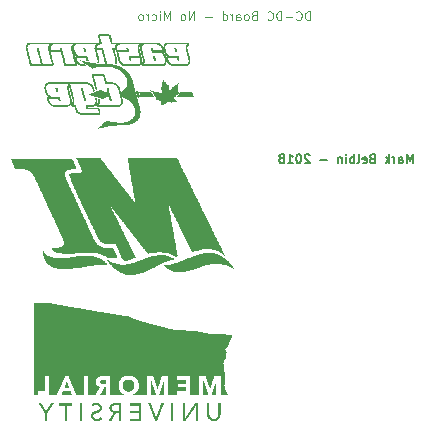
<source format=gbo>
G04 #@! TF.GenerationSoftware,KiCad,Pcbnew,(5.0.0)*
G04 #@! TF.CreationDate,2018-11-03T21:11:35-02:30*
G04 #@! TF.ProjectId,DC-DC Board,44432D444320426F6172642E6B696361,rev?*
G04 #@! TF.SameCoordinates,Original*
G04 #@! TF.FileFunction,Legend,Bot*
G04 #@! TF.FilePolarity,Positive*
%FSLAX46Y46*%
G04 Gerber Fmt 4.6, Leading zero omitted, Abs format (unit mm)*
G04 Created by KiCad (PCBNEW (5.0.0)) date 11/03/18 21:11:35*
%MOMM*%
%LPD*%
G01*
G04 APERTURE LIST*
%ADD10C,0.187500*%
%ADD11C,0.125000*%
%ADD12C,0.100000*%
G04 APERTURE END LIST*
D10*
X121525000Y-45449285D02*
X121525000Y-44699285D01*
X121275000Y-45235000D01*
X121025000Y-44699285D01*
X121025000Y-45449285D01*
X120346428Y-45449285D02*
X120346428Y-45056428D01*
X120382142Y-44985000D01*
X120453571Y-44949285D01*
X120596428Y-44949285D01*
X120667857Y-44985000D01*
X120346428Y-45413571D02*
X120417857Y-45449285D01*
X120596428Y-45449285D01*
X120667857Y-45413571D01*
X120703571Y-45342142D01*
X120703571Y-45270714D01*
X120667857Y-45199285D01*
X120596428Y-45163571D01*
X120417857Y-45163571D01*
X120346428Y-45127857D01*
X119989285Y-45449285D02*
X119989285Y-44949285D01*
X119989285Y-45092142D02*
X119953571Y-45020714D01*
X119917857Y-44985000D01*
X119846428Y-44949285D01*
X119775000Y-44949285D01*
X119525000Y-45449285D02*
X119525000Y-44699285D01*
X119453571Y-45163571D02*
X119239285Y-45449285D01*
X119239285Y-44949285D02*
X119525000Y-45235000D01*
X118096428Y-45056428D02*
X117989285Y-45092142D01*
X117953571Y-45127857D01*
X117917857Y-45199285D01*
X117917857Y-45306428D01*
X117953571Y-45377857D01*
X117989285Y-45413571D01*
X118060714Y-45449285D01*
X118346428Y-45449285D01*
X118346428Y-44699285D01*
X118096428Y-44699285D01*
X118025000Y-44735000D01*
X117989285Y-44770714D01*
X117953571Y-44842142D01*
X117953571Y-44913571D01*
X117989285Y-44985000D01*
X118025000Y-45020714D01*
X118096428Y-45056428D01*
X118346428Y-45056428D01*
X117310714Y-45413571D02*
X117382142Y-45449285D01*
X117525000Y-45449285D01*
X117596428Y-45413571D01*
X117632142Y-45342142D01*
X117632142Y-45056428D01*
X117596428Y-44985000D01*
X117525000Y-44949285D01*
X117382142Y-44949285D01*
X117310714Y-44985000D01*
X117275000Y-45056428D01*
X117275000Y-45127857D01*
X117632142Y-45199285D01*
X116846428Y-45449285D02*
X116917857Y-45413571D01*
X116953571Y-45342142D01*
X116953571Y-44699285D01*
X116560714Y-45449285D02*
X116560714Y-44699285D01*
X116560714Y-44985000D02*
X116489285Y-44949285D01*
X116346428Y-44949285D01*
X116275000Y-44985000D01*
X116239285Y-45020714D01*
X116203571Y-45092142D01*
X116203571Y-45306428D01*
X116239285Y-45377857D01*
X116275000Y-45413571D01*
X116346428Y-45449285D01*
X116489285Y-45449285D01*
X116560714Y-45413571D01*
X115882142Y-45449285D02*
X115882142Y-44949285D01*
X115882142Y-44699285D02*
X115917857Y-44735000D01*
X115882142Y-44770714D01*
X115846428Y-44735000D01*
X115882142Y-44699285D01*
X115882142Y-44770714D01*
X115525000Y-44949285D02*
X115525000Y-45449285D01*
X115525000Y-45020714D02*
X115489285Y-44985000D01*
X115417857Y-44949285D01*
X115310714Y-44949285D01*
X115239285Y-44985000D01*
X115203571Y-45056428D01*
X115203571Y-45449285D01*
X114275000Y-45163571D02*
X113703571Y-45163571D01*
X112810714Y-44770714D02*
X112775000Y-44735000D01*
X112703571Y-44699285D01*
X112525000Y-44699285D01*
X112453571Y-44735000D01*
X112417857Y-44770714D01*
X112382142Y-44842142D01*
X112382142Y-44913571D01*
X112417857Y-45020714D01*
X112846428Y-45449285D01*
X112382142Y-45449285D01*
X111917857Y-44699285D02*
X111846428Y-44699285D01*
X111775000Y-44735000D01*
X111739285Y-44770714D01*
X111703571Y-44842142D01*
X111667857Y-44985000D01*
X111667857Y-45163571D01*
X111703571Y-45306428D01*
X111739285Y-45377857D01*
X111775000Y-45413571D01*
X111846428Y-45449285D01*
X111917857Y-45449285D01*
X111989285Y-45413571D01*
X112025000Y-45377857D01*
X112060714Y-45306428D01*
X112096428Y-45163571D01*
X112096428Y-44985000D01*
X112060714Y-44842142D01*
X112025000Y-44770714D01*
X111989285Y-44735000D01*
X111917857Y-44699285D01*
X110953571Y-45449285D02*
X111382142Y-45449285D01*
X111167857Y-45449285D02*
X111167857Y-44699285D01*
X111239285Y-44806428D01*
X111310714Y-44877857D01*
X111382142Y-44913571D01*
X110525000Y-45020714D02*
X110596428Y-44985000D01*
X110632142Y-44949285D01*
X110667857Y-44877857D01*
X110667857Y-44842142D01*
X110632142Y-44770714D01*
X110596428Y-44735000D01*
X110525000Y-44699285D01*
X110382142Y-44699285D01*
X110310714Y-44735000D01*
X110275000Y-44770714D01*
X110239285Y-44842142D01*
X110239285Y-44877857D01*
X110275000Y-44949285D01*
X110310714Y-44985000D01*
X110382142Y-45020714D01*
X110525000Y-45020714D01*
X110596428Y-45056428D01*
X110632142Y-45092142D01*
X110667857Y-45163571D01*
X110667857Y-45306428D01*
X110632142Y-45377857D01*
X110596428Y-45413571D01*
X110525000Y-45449285D01*
X110382142Y-45449285D01*
X110310714Y-45413571D01*
X110275000Y-45377857D01*
X110239285Y-45306428D01*
X110239285Y-45163571D01*
X110275000Y-45092142D01*
X110310714Y-45056428D01*
X110382142Y-45020714D01*
D11*
X112850000Y-33339285D02*
X112850000Y-32589285D01*
X112671428Y-32589285D01*
X112564285Y-32625000D01*
X112492857Y-32696428D01*
X112457142Y-32767857D01*
X112421428Y-32910714D01*
X112421428Y-33017857D01*
X112457142Y-33160714D01*
X112492857Y-33232142D01*
X112564285Y-33303571D01*
X112671428Y-33339285D01*
X112850000Y-33339285D01*
X111671428Y-33267857D02*
X111707142Y-33303571D01*
X111814285Y-33339285D01*
X111885714Y-33339285D01*
X111992857Y-33303571D01*
X112064285Y-33232142D01*
X112100000Y-33160714D01*
X112135714Y-33017857D01*
X112135714Y-32910714D01*
X112100000Y-32767857D01*
X112064285Y-32696428D01*
X111992857Y-32625000D01*
X111885714Y-32589285D01*
X111814285Y-32589285D01*
X111707142Y-32625000D01*
X111671428Y-32660714D01*
X111350000Y-33053571D02*
X110778571Y-33053571D01*
X110421428Y-33339285D02*
X110421428Y-32589285D01*
X110242857Y-32589285D01*
X110135714Y-32625000D01*
X110064285Y-32696428D01*
X110028571Y-32767857D01*
X109992857Y-32910714D01*
X109992857Y-33017857D01*
X110028571Y-33160714D01*
X110064285Y-33232142D01*
X110135714Y-33303571D01*
X110242857Y-33339285D01*
X110421428Y-33339285D01*
X109242857Y-33267857D02*
X109278571Y-33303571D01*
X109385714Y-33339285D01*
X109457142Y-33339285D01*
X109564285Y-33303571D01*
X109635714Y-33232142D01*
X109671428Y-33160714D01*
X109707142Y-33017857D01*
X109707142Y-32910714D01*
X109671428Y-32767857D01*
X109635714Y-32696428D01*
X109564285Y-32625000D01*
X109457142Y-32589285D01*
X109385714Y-32589285D01*
X109278571Y-32625000D01*
X109242857Y-32660714D01*
X108100000Y-32946428D02*
X107992857Y-32982142D01*
X107957142Y-33017857D01*
X107921428Y-33089285D01*
X107921428Y-33196428D01*
X107957142Y-33267857D01*
X107992857Y-33303571D01*
X108064285Y-33339285D01*
X108350000Y-33339285D01*
X108350000Y-32589285D01*
X108100000Y-32589285D01*
X108028571Y-32625000D01*
X107992857Y-32660714D01*
X107957142Y-32732142D01*
X107957142Y-32803571D01*
X107992857Y-32875000D01*
X108028571Y-32910714D01*
X108100000Y-32946428D01*
X108350000Y-32946428D01*
X107492857Y-33339285D02*
X107564285Y-33303571D01*
X107600000Y-33267857D01*
X107635714Y-33196428D01*
X107635714Y-32982142D01*
X107600000Y-32910714D01*
X107564285Y-32875000D01*
X107492857Y-32839285D01*
X107385714Y-32839285D01*
X107314285Y-32875000D01*
X107278571Y-32910714D01*
X107242857Y-32982142D01*
X107242857Y-33196428D01*
X107278571Y-33267857D01*
X107314285Y-33303571D01*
X107385714Y-33339285D01*
X107492857Y-33339285D01*
X106600000Y-33339285D02*
X106600000Y-32946428D01*
X106635714Y-32875000D01*
X106707142Y-32839285D01*
X106850000Y-32839285D01*
X106921428Y-32875000D01*
X106600000Y-33303571D02*
X106671428Y-33339285D01*
X106850000Y-33339285D01*
X106921428Y-33303571D01*
X106957142Y-33232142D01*
X106957142Y-33160714D01*
X106921428Y-33089285D01*
X106850000Y-33053571D01*
X106671428Y-33053571D01*
X106600000Y-33017857D01*
X106242857Y-33339285D02*
X106242857Y-32839285D01*
X106242857Y-32982142D02*
X106207142Y-32910714D01*
X106171428Y-32875000D01*
X106100000Y-32839285D01*
X106028571Y-32839285D01*
X105457142Y-33339285D02*
X105457142Y-32589285D01*
X105457142Y-33303571D02*
X105528571Y-33339285D01*
X105671428Y-33339285D01*
X105742857Y-33303571D01*
X105778571Y-33267857D01*
X105814285Y-33196428D01*
X105814285Y-32982142D01*
X105778571Y-32910714D01*
X105742857Y-32875000D01*
X105671428Y-32839285D01*
X105528571Y-32839285D01*
X105457142Y-32875000D01*
X104528571Y-33053571D02*
X103957142Y-33053571D01*
X103028571Y-33339285D02*
X103028571Y-32589285D01*
X102600000Y-33339285D01*
X102600000Y-32589285D01*
X102135714Y-33339285D02*
X102207142Y-33303571D01*
X102242857Y-33267857D01*
X102278571Y-33196428D01*
X102278571Y-32982142D01*
X102242857Y-32910714D01*
X102207142Y-32875000D01*
X102135714Y-32839285D01*
X102028571Y-32839285D01*
X101957142Y-32875000D01*
X101921428Y-32910714D01*
X101885714Y-32982142D01*
X101885714Y-33196428D01*
X101921428Y-33267857D01*
X101957142Y-33303571D01*
X102028571Y-33339285D01*
X102135714Y-33339285D01*
X100992857Y-33339285D02*
X100992857Y-32589285D01*
X100742857Y-33125000D01*
X100492857Y-32589285D01*
X100492857Y-33339285D01*
X100135714Y-33339285D02*
X100135714Y-32839285D01*
X100135714Y-32589285D02*
X100171428Y-32625000D01*
X100135714Y-32660714D01*
X100100000Y-32625000D01*
X100135714Y-32589285D01*
X100135714Y-32660714D01*
X99457142Y-33303571D02*
X99528571Y-33339285D01*
X99671428Y-33339285D01*
X99742857Y-33303571D01*
X99778571Y-33267857D01*
X99814285Y-33196428D01*
X99814285Y-32982142D01*
X99778571Y-32910714D01*
X99742857Y-32875000D01*
X99671428Y-32839285D01*
X99528571Y-32839285D01*
X99457142Y-32875000D01*
X99135714Y-33339285D02*
X99135714Y-32839285D01*
X99135714Y-32982142D02*
X99100000Y-32910714D01*
X99064285Y-32875000D01*
X98992857Y-32839285D01*
X98921428Y-32839285D01*
X98564285Y-33339285D02*
X98635714Y-33303571D01*
X98671428Y-33267857D01*
X98707142Y-33196428D01*
X98707142Y-32982142D01*
X98671428Y-32910714D01*
X98635714Y-32875000D01*
X98564285Y-32839285D01*
X98457142Y-32839285D01*
X98385714Y-32875000D01*
X98350000Y-32910714D01*
X98314285Y-32982142D01*
X98314285Y-33196428D01*
X98350000Y-33267857D01*
X98385714Y-33303571D01*
X98457142Y-33339285D01*
X98564285Y-33339285D01*
D12*
G04 #@! TO.C,U$12*
G36*
X95862500Y-34562500D02*
X94987500Y-34562500D01*
X94987500Y-34537500D01*
X95862500Y-34537500D01*
X95862500Y-34562500D01*
G37*
G36*
X95912500Y-34587500D02*
X94937500Y-34587500D01*
X94937500Y-34562500D01*
X95912500Y-34562500D01*
X95912500Y-34587500D01*
G37*
G36*
X95937500Y-34612500D02*
X94912500Y-34612500D01*
X94912500Y-34587500D01*
X95937500Y-34587500D01*
X95937500Y-34612500D01*
G37*
G36*
X95962500Y-34637500D02*
X94912500Y-34637500D01*
X94912500Y-34612500D01*
X95962500Y-34612500D01*
X95962500Y-34637500D01*
G37*
G36*
X95962500Y-34662500D02*
X94912500Y-34662500D01*
X94912500Y-34637500D01*
X95962500Y-34637500D01*
X95962500Y-34662500D01*
G37*
G36*
X95962500Y-34687500D02*
X94887500Y-34687500D01*
X94887500Y-34662500D01*
X95962500Y-34662500D01*
X95962500Y-34687500D01*
G37*
G36*
X95037500Y-34712500D02*
X94887500Y-34712500D01*
X94887500Y-34687500D01*
X95037500Y-34687500D01*
X95037500Y-34712500D01*
G37*
G36*
X95987500Y-34712500D02*
X95812500Y-34712500D01*
X95812500Y-34687500D01*
X95987500Y-34687500D01*
X95987500Y-34712500D01*
G37*
G36*
X95037500Y-34737500D02*
X94887500Y-34737500D01*
X94887500Y-34712500D01*
X95037500Y-34712500D01*
X95037500Y-34737500D01*
G37*
G36*
X95987500Y-34737500D02*
X95812500Y-34737500D01*
X95812500Y-34712500D01*
X95987500Y-34712500D01*
X95987500Y-34737500D01*
G37*
G36*
X95062500Y-34762500D02*
X94887500Y-34762500D01*
X94887500Y-34737500D01*
X95062500Y-34737500D01*
X95062500Y-34762500D01*
G37*
G36*
X95987500Y-34762500D02*
X95837500Y-34762500D01*
X95837500Y-34737500D01*
X95987500Y-34737500D01*
X95987500Y-34762500D01*
G37*
G36*
X95062500Y-34787500D02*
X94912500Y-34787500D01*
X94912500Y-34762500D01*
X95062500Y-34762500D01*
X95062500Y-34787500D01*
G37*
G36*
X95987500Y-34787500D02*
X95837500Y-34787500D01*
X95837500Y-34762500D01*
X95987500Y-34762500D01*
X95987500Y-34787500D01*
G37*
G36*
X95062500Y-34812500D02*
X94912500Y-34812500D01*
X94912500Y-34787500D01*
X95062500Y-34787500D01*
X95062500Y-34812500D01*
G37*
G36*
X96012500Y-34812500D02*
X95837500Y-34812500D01*
X95837500Y-34787500D01*
X96012500Y-34787500D01*
X96012500Y-34812500D01*
G37*
G36*
X95062500Y-34837500D02*
X94912500Y-34837500D01*
X94912500Y-34812500D01*
X95062500Y-34812500D01*
X95062500Y-34837500D01*
G37*
G36*
X96012500Y-34837500D02*
X95837500Y-34837500D01*
X95837500Y-34812500D01*
X96012500Y-34812500D01*
X96012500Y-34837500D01*
G37*
G36*
X95087500Y-34862500D02*
X94912500Y-34862500D01*
X94912500Y-34837500D01*
X95087500Y-34837500D01*
X95087500Y-34862500D01*
G37*
G36*
X96012500Y-34862500D02*
X95862500Y-34862500D01*
X95862500Y-34837500D01*
X96012500Y-34837500D01*
X96012500Y-34862500D01*
G37*
G36*
X95087500Y-34887500D02*
X94937500Y-34887500D01*
X94937500Y-34862500D01*
X95087500Y-34862500D01*
X95087500Y-34887500D01*
G37*
G36*
X96012500Y-34887500D02*
X95862500Y-34887500D01*
X95862500Y-34862500D01*
X96012500Y-34862500D01*
X96012500Y-34887500D01*
G37*
G36*
X95087500Y-34912500D02*
X94937500Y-34912500D01*
X94937500Y-34887500D01*
X95087500Y-34887500D01*
X95087500Y-34912500D01*
G37*
G36*
X96037500Y-34912500D02*
X95862500Y-34912500D01*
X95862500Y-34887500D01*
X96037500Y-34887500D01*
X96037500Y-34912500D01*
G37*
G36*
X95112500Y-34937500D02*
X94937500Y-34937500D01*
X94937500Y-34912500D01*
X95112500Y-34912500D01*
X95112500Y-34937500D01*
G37*
G36*
X96037500Y-34937500D02*
X95862500Y-34937500D01*
X95862500Y-34912500D01*
X96037500Y-34912500D01*
X96037500Y-34937500D01*
G37*
G36*
X95112500Y-34962500D02*
X94937500Y-34962500D01*
X94937500Y-34937500D01*
X95112500Y-34937500D01*
X95112500Y-34962500D01*
G37*
G36*
X96037500Y-34962500D02*
X95887500Y-34962500D01*
X95887500Y-34937500D01*
X96037500Y-34937500D01*
X96037500Y-34962500D01*
G37*
G36*
X95112500Y-34987500D02*
X94962500Y-34987500D01*
X94962500Y-34962500D01*
X95112500Y-34962500D01*
X95112500Y-34987500D01*
G37*
G36*
X96037500Y-34987500D02*
X95887500Y-34987500D01*
X95887500Y-34962500D01*
X96037500Y-34962500D01*
X96037500Y-34987500D01*
G37*
G36*
X95112500Y-35012500D02*
X94962500Y-35012500D01*
X94962500Y-34987500D01*
X95112500Y-34987500D01*
X95112500Y-35012500D01*
G37*
G36*
X96062500Y-35012500D02*
X95887500Y-35012500D01*
X95887500Y-34987500D01*
X96062500Y-34987500D01*
X96062500Y-35012500D01*
G37*
G36*
X95137500Y-35037500D02*
X94962500Y-35037500D01*
X94962500Y-35012500D01*
X95137500Y-35012500D01*
X95137500Y-35037500D01*
G37*
G36*
X96062500Y-35037500D02*
X95912500Y-35037500D01*
X95912500Y-35012500D01*
X96062500Y-35012500D01*
X96062500Y-35037500D01*
G37*
G36*
X95137500Y-35062500D02*
X94962500Y-35062500D01*
X94962500Y-35037500D01*
X95137500Y-35037500D01*
X95137500Y-35062500D01*
G37*
G36*
X96062500Y-35062500D02*
X95912500Y-35062500D01*
X95912500Y-35037500D01*
X96062500Y-35037500D01*
X96062500Y-35062500D01*
G37*
G36*
X95137500Y-35087500D02*
X94987500Y-35087500D01*
X94987500Y-35062500D01*
X95137500Y-35062500D01*
X95137500Y-35087500D01*
G37*
G36*
X96087500Y-35087500D02*
X95912500Y-35087500D01*
X95912500Y-35062500D01*
X96087500Y-35062500D01*
X96087500Y-35087500D01*
G37*
G36*
X95137500Y-35112500D02*
X94987500Y-35112500D01*
X94987500Y-35087500D01*
X95137500Y-35087500D01*
X95137500Y-35112500D01*
G37*
G36*
X96087500Y-35112500D02*
X95912500Y-35112500D01*
X95912500Y-35087500D01*
X96087500Y-35087500D01*
X96087500Y-35112500D01*
G37*
G36*
X95162500Y-35137500D02*
X94987500Y-35137500D01*
X94987500Y-35112500D01*
X95162500Y-35112500D01*
X95162500Y-35137500D01*
G37*
G36*
X96087500Y-35137500D02*
X95937500Y-35137500D01*
X95937500Y-35112500D01*
X96087500Y-35112500D01*
X96087500Y-35137500D01*
G37*
G36*
X95162500Y-35162500D02*
X94987500Y-35162500D01*
X94987500Y-35137500D01*
X95162500Y-35137500D01*
X95162500Y-35162500D01*
G37*
G36*
X96087500Y-35162500D02*
X95937500Y-35162500D01*
X95937500Y-35137500D01*
X96087500Y-35137500D01*
X96087500Y-35162500D01*
G37*
G36*
X95162500Y-35187500D02*
X95012500Y-35187500D01*
X95012500Y-35162500D01*
X95162500Y-35162500D01*
X95162500Y-35187500D01*
G37*
G36*
X96112500Y-35187500D02*
X95937500Y-35187500D01*
X95937500Y-35162500D01*
X96112500Y-35162500D01*
X96112500Y-35187500D01*
G37*
G36*
X95187500Y-35212500D02*
X95012500Y-35212500D01*
X95012500Y-35187500D01*
X95187500Y-35187500D01*
X95187500Y-35212500D01*
G37*
G36*
X96112500Y-35212500D02*
X95937500Y-35212500D01*
X95937500Y-35187500D01*
X96112500Y-35187500D01*
X96112500Y-35212500D01*
G37*
G36*
X95187500Y-35237500D02*
X95012500Y-35237500D01*
X95012500Y-35212500D01*
X95187500Y-35212500D01*
X95187500Y-35237500D01*
G37*
G36*
X96112500Y-35237500D02*
X95962500Y-35237500D01*
X95962500Y-35212500D01*
X96112500Y-35212500D01*
X96112500Y-35237500D01*
G37*
G36*
X90887500Y-35262500D02*
X89037500Y-35262500D01*
X89037500Y-35237500D01*
X90887500Y-35237500D01*
X90887500Y-35262500D01*
G37*
G36*
X92837500Y-35262500D02*
X90987500Y-35262500D01*
X90987500Y-35237500D01*
X92837500Y-35237500D01*
X92837500Y-35262500D01*
G37*
G36*
X94837500Y-35262500D02*
X92987500Y-35262500D01*
X92987500Y-35237500D01*
X94837500Y-35237500D01*
X94837500Y-35262500D01*
G37*
G36*
X95187500Y-35262500D02*
X94962500Y-35262500D01*
X94962500Y-35237500D01*
X95187500Y-35237500D01*
X95187500Y-35262500D01*
G37*
G36*
X96512500Y-35262500D02*
X95962500Y-35262500D01*
X95962500Y-35237500D01*
X96512500Y-35237500D01*
X96512500Y-35262500D01*
G37*
G36*
X98487500Y-35262500D02*
X96637500Y-35262500D01*
X96637500Y-35237500D01*
X98487500Y-35237500D01*
X98487500Y-35262500D01*
G37*
G36*
X99987500Y-35262500D02*
X98737500Y-35262500D01*
X98737500Y-35237500D01*
X99987500Y-35237500D01*
X99987500Y-35262500D01*
G37*
G36*
X102537500Y-35262500D02*
X100687500Y-35262500D01*
X100687500Y-35237500D01*
X102537500Y-35237500D01*
X102537500Y-35262500D01*
G37*
G36*
X92862500Y-35287500D02*
X88987500Y-35287500D01*
X88987500Y-35262500D01*
X92862500Y-35262500D01*
X92862500Y-35287500D01*
G37*
G36*
X95187500Y-35287500D02*
X92912500Y-35287500D01*
X92912500Y-35262500D01*
X95187500Y-35262500D01*
X95187500Y-35287500D01*
G37*
G36*
X98512500Y-35287500D02*
X95962500Y-35287500D01*
X95962500Y-35262500D01*
X98512500Y-35262500D01*
X98512500Y-35287500D01*
G37*
G36*
X100062500Y-35287500D02*
X98662500Y-35287500D01*
X98662500Y-35262500D01*
X100062500Y-35262500D01*
X100062500Y-35287500D01*
G37*
G36*
X102562500Y-35287500D02*
X100612500Y-35287500D01*
X100612500Y-35262500D01*
X102562500Y-35262500D01*
X102562500Y-35287500D01*
G37*
G36*
X95212500Y-35312500D02*
X88937500Y-35312500D01*
X88937500Y-35287500D01*
X95212500Y-35287500D01*
X95212500Y-35312500D01*
G37*
G36*
X98512500Y-35312500D02*
X95987500Y-35312500D01*
X95987500Y-35287500D01*
X98512500Y-35287500D01*
X98512500Y-35312500D01*
G37*
G36*
X100112500Y-35312500D02*
X98612500Y-35312500D01*
X98612500Y-35287500D01*
X100112500Y-35287500D01*
X100112500Y-35312500D01*
G37*
G36*
X102587500Y-35312500D02*
X100587500Y-35312500D01*
X100587500Y-35287500D01*
X102587500Y-35287500D01*
X102587500Y-35312500D01*
G37*
G36*
X95212500Y-35337500D02*
X88912500Y-35337500D01*
X88912500Y-35312500D01*
X95212500Y-35312500D01*
X95212500Y-35337500D01*
G37*
G36*
X98537500Y-35337500D02*
X95987500Y-35337500D01*
X95987500Y-35312500D01*
X98537500Y-35312500D01*
X98537500Y-35337500D01*
G37*
G36*
X100162500Y-35337500D02*
X98562500Y-35337500D01*
X98562500Y-35312500D01*
X100162500Y-35312500D01*
X100162500Y-35337500D01*
G37*
G36*
X102587500Y-35337500D02*
X100537500Y-35337500D01*
X100537500Y-35312500D01*
X102587500Y-35312500D01*
X102587500Y-35337500D01*
G37*
G36*
X95212500Y-35362500D02*
X88887500Y-35362500D01*
X88887500Y-35337500D01*
X95212500Y-35337500D01*
X95212500Y-35362500D01*
G37*
G36*
X100187500Y-35362500D02*
X95987500Y-35362500D01*
X95987500Y-35337500D01*
X100187500Y-35337500D01*
X100187500Y-35362500D01*
G37*
G36*
X102587500Y-35362500D02*
X100512500Y-35362500D01*
X100512500Y-35337500D01*
X102587500Y-35337500D01*
X102587500Y-35362500D01*
G37*
G36*
X95212500Y-35387500D02*
X88862500Y-35387500D01*
X88862500Y-35362500D01*
X95212500Y-35362500D01*
X95212500Y-35387500D01*
G37*
G36*
X100237500Y-35387500D02*
X95987500Y-35387500D01*
X95987500Y-35362500D01*
X100237500Y-35362500D01*
X100237500Y-35387500D01*
G37*
G36*
X102587500Y-35387500D02*
X100512500Y-35387500D01*
X100512500Y-35362500D01*
X102587500Y-35362500D01*
X102587500Y-35387500D01*
G37*
G36*
X89112500Y-35412500D02*
X88837500Y-35412500D01*
X88837500Y-35387500D01*
X89112500Y-35387500D01*
X89112500Y-35412500D01*
G37*
G36*
X91087500Y-35412500D02*
X90762500Y-35412500D01*
X90762500Y-35387500D01*
X91087500Y-35387500D01*
X91087500Y-35412500D01*
G37*
G36*
X93062500Y-35412500D02*
X92737500Y-35412500D01*
X92737500Y-35387500D01*
X93062500Y-35387500D01*
X93062500Y-35412500D01*
G37*
G36*
X95037500Y-35412500D02*
X94712500Y-35412500D01*
X94712500Y-35387500D01*
X95037500Y-35387500D01*
X95037500Y-35412500D01*
G37*
G36*
X96712500Y-35412500D02*
X96412500Y-35412500D01*
X96412500Y-35387500D01*
X96712500Y-35387500D01*
X96712500Y-35412500D01*
G37*
G36*
X98787500Y-35412500D02*
X98362500Y-35412500D01*
X98362500Y-35387500D01*
X98787500Y-35387500D01*
X98787500Y-35412500D01*
G37*
G36*
X100262500Y-35412500D02*
X99912500Y-35412500D01*
X99912500Y-35387500D01*
X100262500Y-35387500D01*
X100262500Y-35412500D01*
G37*
G36*
X100762500Y-35412500D02*
X100487500Y-35412500D01*
X100487500Y-35387500D01*
X100762500Y-35387500D01*
X100762500Y-35412500D01*
G37*
G36*
X102587500Y-35412500D02*
X102437500Y-35412500D01*
X102437500Y-35387500D01*
X102587500Y-35387500D01*
X102587500Y-35412500D01*
G37*
G36*
X89062500Y-35437500D02*
X88812500Y-35437500D01*
X88812500Y-35412500D01*
X89062500Y-35412500D01*
X89062500Y-35437500D01*
G37*
G36*
X91012500Y-35437500D02*
X90737500Y-35437500D01*
X90737500Y-35412500D01*
X91012500Y-35412500D01*
X91012500Y-35437500D01*
G37*
G36*
X92987500Y-35437500D02*
X92687500Y-35437500D01*
X92687500Y-35412500D01*
X92987500Y-35412500D01*
X92987500Y-35437500D01*
G37*
G36*
X94962500Y-35437500D02*
X94687500Y-35437500D01*
X94687500Y-35412500D01*
X94962500Y-35412500D01*
X94962500Y-35437500D01*
G37*
G36*
X96662500Y-35437500D02*
X96387500Y-35437500D01*
X96387500Y-35412500D01*
X96662500Y-35412500D01*
X96662500Y-35437500D01*
G37*
G36*
X98737500Y-35437500D02*
X98337500Y-35437500D01*
X98337500Y-35412500D01*
X98737500Y-35412500D01*
X98737500Y-35437500D01*
G37*
G36*
X100287500Y-35437500D02*
X99987500Y-35437500D01*
X99987500Y-35412500D01*
X100287500Y-35412500D01*
X100287500Y-35437500D01*
G37*
G36*
X100712500Y-35437500D02*
X100487500Y-35437500D01*
X100487500Y-35412500D01*
X100712500Y-35412500D01*
X100712500Y-35437500D01*
G37*
G36*
X102587500Y-35437500D02*
X102387500Y-35437500D01*
X102387500Y-35412500D01*
X102587500Y-35412500D01*
X102587500Y-35437500D01*
G37*
G36*
X89037500Y-35462500D02*
X88812500Y-35462500D01*
X88812500Y-35437500D01*
X89037500Y-35437500D01*
X89037500Y-35462500D01*
G37*
G36*
X90987500Y-35462500D02*
X90712500Y-35462500D01*
X90712500Y-35437500D01*
X90987500Y-35437500D01*
X90987500Y-35462500D01*
G37*
G36*
X92962500Y-35462500D02*
X92662500Y-35462500D01*
X92662500Y-35437500D01*
X92962500Y-35437500D01*
X92962500Y-35462500D01*
G37*
G36*
X94937500Y-35462500D02*
X94662500Y-35462500D01*
X94662500Y-35437500D01*
X94937500Y-35437500D01*
X94937500Y-35462500D01*
G37*
G36*
X96612500Y-35462500D02*
X96362500Y-35462500D01*
X96362500Y-35437500D01*
X96612500Y-35437500D01*
X96612500Y-35462500D01*
G37*
G36*
X98687500Y-35462500D02*
X98312500Y-35462500D01*
X98312500Y-35437500D01*
X98687500Y-35437500D01*
X98687500Y-35462500D01*
G37*
G36*
X100312500Y-35462500D02*
X100037500Y-35462500D01*
X100037500Y-35437500D01*
X100312500Y-35437500D01*
X100312500Y-35462500D01*
G37*
G36*
X100662500Y-35462500D02*
X100462500Y-35462500D01*
X100462500Y-35437500D01*
X100662500Y-35437500D01*
X100662500Y-35462500D01*
G37*
G36*
X102587500Y-35462500D02*
X102387500Y-35462500D01*
X102387500Y-35437500D01*
X102587500Y-35437500D01*
X102587500Y-35462500D01*
G37*
G36*
X88987500Y-35487500D02*
X88787500Y-35487500D01*
X88787500Y-35462500D01*
X88987500Y-35462500D01*
X88987500Y-35487500D01*
G37*
G36*
X90962500Y-35487500D02*
X90712500Y-35487500D01*
X90712500Y-35462500D01*
X90962500Y-35462500D01*
X90962500Y-35487500D01*
G37*
G36*
X92937500Y-35487500D02*
X92662500Y-35487500D01*
X92662500Y-35462500D01*
X92937500Y-35462500D01*
X92937500Y-35487500D01*
G37*
G36*
X94912500Y-35487500D02*
X94662500Y-35487500D01*
X94662500Y-35462500D01*
X94912500Y-35462500D01*
X94912500Y-35487500D01*
G37*
G36*
X96587500Y-35487500D02*
X96337500Y-35487500D01*
X96337500Y-35462500D01*
X96587500Y-35462500D01*
X96587500Y-35487500D01*
G37*
G36*
X98662500Y-35487500D02*
X98287500Y-35487500D01*
X98287500Y-35462500D01*
X98662500Y-35462500D01*
X98662500Y-35487500D01*
G37*
G36*
X100337500Y-35487500D02*
X100087500Y-35487500D01*
X100087500Y-35462500D01*
X100337500Y-35462500D01*
X100337500Y-35487500D01*
G37*
G36*
X100637500Y-35487500D02*
X100462500Y-35487500D01*
X100462500Y-35462500D01*
X100637500Y-35462500D01*
X100637500Y-35487500D01*
G37*
G36*
X102587500Y-35487500D02*
X102362500Y-35487500D01*
X102362500Y-35462500D01*
X102587500Y-35462500D01*
X102587500Y-35487500D01*
G37*
G36*
X88987500Y-35512500D02*
X88787500Y-35512500D01*
X88787500Y-35487500D01*
X88987500Y-35487500D01*
X88987500Y-35512500D01*
G37*
G36*
X90937500Y-35512500D02*
X90687500Y-35512500D01*
X90687500Y-35487500D01*
X90937500Y-35487500D01*
X90937500Y-35512500D01*
G37*
G36*
X92912500Y-35512500D02*
X92637500Y-35512500D01*
X92637500Y-35487500D01*
X92912500Y-35487500D01*
X92912500Y-35512500D01*
G37*
G36*
X94887500Y-35512500D02*
X94637500Y-35512500D01*
X94637500Y-35487500D01*
X94887500Y-35487500D01*
X94887500Y-35512500D01*
G37*
G36*
X96562500Y-35512500D02*
X96337500Y-35512500D01*
X96337500Y-35487500D01*
X96562500Y-35487500D01*
X96562500Y-35512500D01*
G37*
G36*
X98637500Y-35512500D02*
X98287500Y-35512500D01*
X98287500Y-35487500D01*
X98637500Y-35487500D01*
X98637500Y-35512500D01*
G37*
G36*
X100362500Y-35512500D02*
X100112500Y-35512500D01*
X100112500Y-35487500D01*
X100362500Y-35487500D01*
X100362500Y-35512500D01*
G37*
G36*
X100637500Y-35512500D02*
X100462500Y-35512500D01*
X100462500Y-35487500D01*
X100637500Y-35487500D01*
X100637500Y-35512500D01*
G37*
G36*
X102562500Y-35512500D02*
X102337500Y-35512500D01*
X102337500Y-35487500D01*
X102562500Y-35487500D01*
X102562500Y-35512500D01*
G37*
G36*
X88962500Y-35537500D02*
X88787500Y-35537500D01*
X88787500Y-35512500D01*
X88962500Y-35512500D01*
X88962500Y-35537500D01*
G37*
G36*
X90912500Y-35537500D02*
X90687500Y-35537500D01*
X90687500Y-35512500D01*
X90912500Y-35512500D01*
X90912500Y-35537500D01*
G37*
G36*
X92912500Y-35537500D02*
X92637500Y-35537500D01*
X92637500Y-35512500D01*
X92912500Y-35512500D01*
X92912500Y-35537500D01*
G37*
G36*
X94862500Y-35537500D02*
X94637500Y-35537500D01*
X94637500Y-35512500D01*
X94862500Y-35512500D01*
X94862500Y-35537500D01*
G37*
G36*
X96562500Y-35537500D02*
X96312500Y-35537500D01*
X96312500Y-35512500D01*
X96562500Y-35512500D01*
X96562500Y-35537500D01*
G37*
G36*
X98637500Y-35537500D02*
X98262500Y-35537500D01*
X98262500Y-35512500D01*
X98637500Y-35512500D01*
X98637500Y-35537500D01*
G37*
G36*
X100362500Y-35537500D02*
X100137500Y-35537500D01*
X100137500Y-35512500D01*
X100362500Y-35512500D01*
X100362500Y-35537500D01*
G37*
G36*
X100612500Y-35537500D02*
X100437500Y-35537500D01*
X100437500Y-35512500D01*
X100612500Y-35512500D01*
X100612500Y-35537500D01*
G37*
G36*
X102537500Y-35537500D02*
X102337500Y-35537500D01*
X102337500Y-35512500D01*
X102537500Y-35512500D01*
X102537500Y-35537500D01*
G37*
G36*
X88937500Y-35562500D02*
X88787500Y-35562500D01*
X88787500Y-35537500D01*
X88937500Y-35537500D01*
X88937500Y-35562500D01*
G37*
G36*
X90912500Y-35562500D02*
X90662500Y-35562500D01*
X90662500Y-35537500D01*
X90912500Y-35537500D01*
X90912500Y-35562500D01*
G37*
G36*
X92887500Y-35562500D02*
X92637500Y-35562500D01*
X92637500Y-35537500D01*
X92887500Y-35537500D01*
X92887500Y-35562500D01*
G37*
G36*
X94862500Y-35562500D02*
X94612500Y-35562500D01*
X94612500Y-35537500D01*
X94862500Y-35537500D01*
X94862500Y-35562500D01*
G37*
G36*
X96537500Y-35562500D02*
X96312500Y-35562500D01*
X96312500Y-35537500D01*
X96537500Y-35537500D01*
X96537500Y-35562500D01*
G37*
G36*
X98612500Y-35562500D02*
X98262500Y-35562500D01*
X98262500Y-35537500D01*
X98612500Y-35537500D01*
X98612500Y-35562500D01*
G37*
G36*
X100387500Y-35562500D02*
X100187500Y-35562500D01*
X100187500Y-35537500D01*
X100387500Y-35537500D01*
X100387500Y-35562500D01*
G37*
G36*
X100612500Y-35562500D02*
X100437500Y-35562500D01*
X100437500Y-35537500D01*
X100612500Y-35537500D01*
X100612500Y-35562500D01*
G37*
G36*
X102512500Y-35562500D02*
X102337500Y-35562500D01*
X102337500Y-35537500D01*
X102512500Y-35537500D01*
X102512500Y-35562500D01*
G37*
G36*
X88937500Y-35587500D02*
X88762500Y-35587500D01*
X88762500Y-35562500D01*
X88937500Y-35562500D01*
X88937500Y-35587500D01*
G37*
G36*
X90887500Y-35587500D02*
X90662500Y-35587500D01*
X90662500Y-35562500D01*
X90887500Y-35562500D01*
X90887500Y-35587500D01*
G37*
G36*
X92887500Y-35587500D02*
X92612500Y-35587500D01*
X92612500Y-35562500D01*
X92887500Y-35562500D01*
X92887500Y-35587500D01*
G37*
G36*
X94837500Y-35587500D02*
X94612500Y-35587500D01*
X94612500Y-35562500D01*
X94837500Y-35562500D01*
X94837500Y-35587500D01*
G37*
G36*
X96537500Y-35587500D02*
X96287500Y-35587500D01*
X96287500Y-35562500D01*
X96537500Y-35562500D01*
X96537500Y-35587500D01*
G37*
G36*
X98412500Y-35587500D02*
X98262500Y-35587500D01*
X98262500Y-35562500D01*
X98412500Y-35562500D01*
X98412500Y-35587500D01*
G37*
G36*
X98612500Y-35587500D02*
X98437500Y-35587500D01*
X98437500Y-35562500D01*
X98612500Y-35562500D01*
X98612500Y-35587500D01*
G37*
G36*
X100412500Y-35587500D02*
X100212500Y-35587500D01*
X100212500Y-35562500D01*
X100412500Y-35562500D01*
X100412500Y-35587500D01*
G37*
G36*
X100587500Y-35587500D02*
X100437500Y-35587500D01*
X100437500Y-35562500D01*
X100587500Y-35562500D01*
X100587500Y-35587500D01*
G37*
G36*
X102487500Y-35587500D02*
X102312500Y-35587500D01*
X102312500Y-35562500D01*
X102487500Y-35562500D01*
X102487500Y-35587500D01*
G37*
G36*
X88937500Y-35612500D02*
X88762500Y-35612500D01*
X88762500Y-35587500D01*
X88937500Y-35587500D01*
X88937500Y-35612500D01*
G37*
G36*
X90887500Y-35612500D02*
X90662500Y-35612500D01*
X90662500Y-35587500D01*
X90887500Y-35587500D01*
X90887500Y-35612500D01*
G37*
G36*
X92887500Y-35612500D02*
X92612500Y-35612500D01*
X92612500Y-35587500D01*
X92887500Y-35587500D01*
X92887500Y-35612500D01*
G37*
G36*
X94837500Y-35612500D02*
X94612500Y-35612500D01*
X94612500Y-35587500D01*
X94837500Y-35587500D01*
X94837500Y-35612500D01*
G37*
G36*
X96512500Y-35612500D02*
X96287500Y-35612500D01*
X96287500Y-35587500D01*
X96512500Y-35587500D01*
X96512500Y-35612500D01*
G37*
G36*
X98412500Y-35612500D02*
X98262500Y-35612500D01*
X98262500Y-35587500D01*
X98412500Y-35587500D01*
X98412500Y-35612500D01*
G37*
G36*
X98612500Y-35612500D02*
X98437500Y-35612500D01*
X98437500Y-35587500D01*
X98612500Y-35587500D01*
X98612500Y-35612500D01*
G37*
G36*
X100412500Y-35612500D02*
X100212500Y-35612500D01*
X100212500Y-35587500D01*
X100412500Y-35587500D01*
X100412500Y-35612500D01*
G37*
G36*
X100587500Y-35612500D02*
X100437500Y-35612500D01*
X100437500Y-35587500D01*
X100587500Y-35587500D01*
X100587500Y-35612500D01*
G37*
G36*
X102487500Y-35612500D02*
X102312500Y-35612500D01*
X102312500Y-35587500D01*
X102487500Y-35587500D01*
X102487500Y-35612500D01*
G37*
G36*
X88937500Y-35637500D02*
X88762500Y-35637500D01*
X88762500Y-35612500D01*
X88937500Y-35612500D01*
X88937500Y-35637500D01*
G37*
G36*
X90887500Y-35637500D02*
X90662500Y-35637500D01*
X90662500Y-35612500D01*
X90887500Y-35612500D01*
X90887500Y-35637500D01*
G37*
G36*
X92887500Y-35637500D02*
X92612500Y-35637500D01*
X92612500Y-35612500D01*
X92887500Y-35612500D01*
X92887500Y-35637500D01*
G37*
G36*
X94837500Y-35637500D02*
X94612500Y-35637500D01*
X94612500Y-35612500D01*
X94837500Y-35612500D01*
X94837500Y-35637500D01*
G37*
G36*
X96512500Y-35637500D02*
X96287500Y-35637500D01*
X96287500Y-35612500D01*
X96512500Y-35612500D01*
X96512500Y-35637500D01*
G37*
G36*
X98412500Y-35637500D02*
X98237500Y-35637500D01*
X98237500Y-35612500D01*
X98412500Y-35612500D01*
X98412500Y-35637500D01*
G37*
G36*
X98587500Y-35637500D02*
X98437500Y-35637500D01*
X98437500Y-35612500D01*
X98587500Y-35612500D01*
X98587500Y-35637500D01*
G37*
G36*
X100587500Y-35637500D02*
X100237500Y-35637500D01*
X100237500Y-35612500D01*
X100587500Y-35612500D01*
X100587500Y-35637500D01*
G37*
G36*
X102462500Y-35637500D02*
X102312500Y-35637500D01*
X102312500Y-35612500D01*
X102462500Y-35612500D01*
X102462500Y-35637500D01*
G37*
G36*
X88912500Y-35662500D02*
X88762500Y-35662500D01*
X88762500Y-35637500D01*
X88912500Y-35637500D01*
X88912500Y-35662500D01*
G37*
G36*
X90887500Y-35662500D02*
X90637500Y-35662500D01*
X90637500Y-35637500D01*
X90887500Y-35637500D01*
X90887500Y-35662500D01*
G37*
G36*
X92887500Y-35662500D02*
X92612500Y-35662500D01*
X92612500Y-35637500D01*
X92887500Y-35637500D01*
X92887500Y-35662500D01*
G37*
G36*
X94837500Y-35662500D02*
X94612500Y-35662500D01*
X94612500Y-35637500D01*
X94837500Y-35637500D01*
X94837500Y-35662500D01*
G37*
G36*
X96512500Y-35662500D02*
X96287500Y-35662500D01*
X96287500Y-35637500D01*
X96512500Y-35637500D01*
X96512500Y-35662500D01*
G37*
G36*
X98387500Y-35662500D02*
X98237500Y-35662500D01*
X98237500Y-35637500D01*
X98387500Y-35637500D01*
X98387500Y-35662500D01*
G37*
G36*
X98587500Y-35662500D02*
X98437500Y-35662500D01*
X98437500Y-35637500D01*
X98587500Y-35637500D01*
X98587500Y-35662500D01*
G37*
G36*
X100587500Y-35662500D02*
X100262500Y-35662500D01*
X100262500Y-35637500D01*
X100587500Y-35637500D01*
X100587500Y-35662500D01*
G37*
G36*
X102462500Y-35662500D02*
X102312500Y-35662500D01*
X102312500Y-35637500D01*
X102462500Y-35637500D01*
X102462500Y-35662500D01*
G37*
G36*
X88912500Y-35687500D02*
X88762500Y-35687500D01*
X88762500Y-35662500D01*
X88912500Y-35662500D01*
X88912500Y-35687500D01*
G37*
G36*
X90887500Y-35687500D02*
X90637500Y-35687500D01*
X90637500Y-35662500D01*
X90887500Y-35662500D01*
X90887500Y-35687500D01*
G37*
G36*
X92887500Y-35687500D02*
X92612500Y-35687500D01*
X92612500Y-35662500D01*
X92887500Y-35662500D01*
X92887500Y-35687500D01*
G37*
G36*
X94837500Y-35687500D02*
X94587500Y-35687500D01*
X94587500Y-35662500D01*
X94837500Y-35662500D01*
X94837500Y-35687500D01*
G37*
G36*
X96512500Y-35687500D02*
X96287500Y-35687500D01*
X96287500Y-35662500D01*
X96512500Y-35662500D01*
X96512500Y-35687500D01*
G37*
G36*
X98387500Y-35687500D02*
X98237500Y-35687500D01*
X98237500Y-35662500D01*
X98387500Y-35662500D01*
X98387500Y-35687500D01*
G37*
G36*
X98587500Y-35687500D02*
X98437500Y-35687500D01*
X98437500Y-35662500D01*
X98587500Y-35662500D01*
X98587500Y-35687500D01*
G37*
G36*
X100587500Y-35687500D02*
X100262500Y-35687500D01*
X100262500Y-35662500D01*
X100587500Y-35662500D01*
X100587500Y-35687500D01*
G37*
G36*
X102462500Y-35687500D02*
X102312500Y-35687500D01*
X102312500Y-35662500D01*
X102462500Y-35662500D01*
X102462500Y-35687500D01*
G37*
G36*
X88912500Y-35712500D02*
X88762500Y-35712500D01*
X88762500Y-35687500D01*
X88912500Y-35687500D01*
X88912500Y-35712500D01*
G37*
G36*
X90887500Y-35712500D02*
X90637500Y-35712500D01*
X90637500Y-35687500D01*
X90887500Y-35687500D01*
X90887500Y-35712500D01*
G37*
G36*
X92887500Y-35712500D02*
X92587500Y-35712500D01*
X92587500Y-35687500D01*
X92887500Y-35687500D01*
X92887500Y-35712500D01*
G37*
G36*
X94837500Y-35712500D02*
X94587500Y-35712500D01*
X94587500Y-35687500D01*
X94837500Y-35687500D01*
X94837500Y-35712500D01*
G37*
G36*
X96512500Y-35712500D02*
X96287500Y-35712500D01*
X96287500Y-35687500D01*
X96512500Y-35687500D01*
X96512500Y-35712500D01*
G37*
G36*
X98387500Y-35712500D02*
X98237500Y-35712500D01*
X98237500Y-35687500D01*
X98387500Y-35687500D01*
X98387500Y-35712500D01*
G37*
G36*
X98587500Y-35712500D02*
X98437500Y-35712500D01*
X98437500Y-35687500D01*
X98587500Y-35687500D01*
X98587500Y-35712500D01*
G37*
G36*
X100587500Y-35712500D02*
X100287500Y-35712500D01*
X100287500Y-35687500D01*
X100587500Y-35687500D01*
X100587500Y-35712500D01*
G37*
G36*
X102462500Y-35712500D02*
X102312500Y-35712500D01*
X102312500Y-35687500D01*
X102462500Y-35687500D01*
X102462500Y-35712500D01*
G37*
G36*
X88937500Y-35737500D02*
X88762500Y-35737500D01*
X88762500Y-35712500D01*
X88937500Y-35712500D01*
X88937500Y-35737500D01*
G37*
G36*
X89862500Y-35737500D02*
X89687500Y-35737500D01*
X89687500Y-35712500D01*
X89862500Y-35712500D01*
X89862500Y-35737500D01*
G37*
G36*
X90887500Y-35737500D02*
X90637500Y-35737500D01*
X90637500Y-35712500D01*
X90887500Y-35712500D01*
X90887500Y-35737500D01*
G37*
G36*
X91812500Y-35737500D02*
X91662500Y-35737500D01*
X91662500Y-35712500D01*
X91812500Y-35712500D01*
X91812500Y-35737500D01*
G37*
G36*
X92887500Y-35737500D02*
X92587500Y-35737500D01*
X92587500Y-35712500D01*
X92887500Y-35712500D01*
X92887500Y-35737500D01*
G37*
G36*
X93812500Y-35737500D02*
X93662500Y-35737500D01*
X93662500Y-35712500D01*
X93812500Y-35712500D01*
X93812500Y-35737500D01*
G37*
G36*
X95312500Y-35737500D02*
X94587500Y-35737500D01*
X94587500Y-35712500D01*
X95312500Y-35712500D01*
X95312500Y-35737500D01*
G37*
G36*
X96512500Y-35737500D02*
X96112500Y-35737500D01*
X96112500Y-35712500D01*
X96512500Y-35712500D01*
X96512500Y-35737500D01*
G37*
G36*
X97462500Y-35737500D02*
X97287500Y-35737500D01*
X97287500Y-35712500D01*
X97462500Y-35712500D01*
X97462500Y-35737500D01*
G37*
G36*
X98387500Y-35737500D02*
X98237500Y-35737500D01*
X98237500Y-35712500D01*
X98387500Y-35712500D01*
X98387500Y-35737500D01*
G37*
G36*
X98587500Y-35737500D02*
X98437500Y-35737500D01*
X98437500Y-35712500D01*
X98587500Y-35712500D01*
X98587500Y-35737500D01*
G37*
G36*
X99537500Y-35737500D02*
X99362500Y-35737500D01*
X99362500Y-35712500D01*
X99537500Y-35712500D01*
X99537500Y-35737500D01*
G37*
G36*
X100587500Y-35737500D02*
X100287500Y-35737500D01*
X100287500Y-35712500D01*
X100587500Y-35712500D01*
X100587500Y-35737500D01*
G37*
G36*
X101512500Y-35737500D02*
X101362500Y-35737500D01*
X101362500Y-35712500D01*
X101512500Y-35712500D01*
X101512500Y-35737500D01*
G37*
G36*
X102462500Y-35737500D02*
X102312500Y-35737500D01*
X102312500Y-35712500D01*
X102462500Y-35712500D01*
X102462500Y-35737500D01*
G37*
G36*
X88937500Y-35762500D02*
X88762500Y-35762500D01*
X88762500Y-35737500D01*
X88937500Y-35737500D01*
X88937500Y-35762500D01*
G37*
G36*
X89862500Y-35762500D02*
X89687500Y-35762500D01*
X89687500Y-35737500D01*
X89862500Y-35737500D01*
X89862500Y-35762500D01*
G37*
G36*
X90887500Y-35762500D02*
X90637500Y-35762500D01*
X90637500Y-35737500D01*
X90887500Y-35737500D01*
X90887500Y-35762500D01*
G37*
G36*
X91812500Y-35762500D02*
X91662500Y-35762500D01*
X91662500Y-35737500D01*
X91812500Y-35737500D01*
X91812500Y-35762500D01*
G37*
G36*
X92887500Y-35762500D02*
X92612500Y-35762500D01*
X92612500Y-35737500D01*
X92887500Y-35737500D01*
X92887500Y-35762500D01*
G37*
G36*
X93812500Y-35762500D02*
X93637500Y-35762500D01*
X93637500Y-35737500D01*
X93812500Y-35737500D01*
X93812500Y-35762500D01*
G37*
G36*
X95312500Y-35762500D02*
X94587500Y-35762500D01*
X94587500Y-35737500D01*
X95312500Y-35737500D01*
X95312500Y-35762500D01*
G37*
G36*
X96512500Y-35762500D02*
X96112500Y-35762500D01*
X96112500Y-35737500D01*
X96512500Y-35737500D01*
X96512500Y-35762500D01*
G37*
G36*
X97462500Y-35762500D02*
X97287500Y-35762500D01*
X97287500Y-35737500D01*
X97462500Y-35737500D01*
X97462500Y-35762500D01*
G37*
G36*
X98387500Y-35762500D02*
X98237500Y-35762500D01*
X98237500Y-35737500D01*
X98387500Y-35737500D01*
X98387500Y-35762500D01*
G37*
G36*
X98587500Y-35762500D02*
X98437500Y-35762500D01*
X98437500Y-35737500D01*
X98587500Y-35737500D01*
X98587500Y-35762500D01*
G37*
G36*
X99537500Y-35762500D02*
X99362500Y-35762500D01*
X99362500Y-35737500D01*
X99537500Y-35737500D01*
X99537500Y-35762500D01*
G37*
G36*
X100587500Y-35762500D02*
X100287500Y-35762500D01*
X100287500Y-35737500D01*
X100587500Y-35737500D01*
X100587500Y-35762500D01*
G37*
G36*
X101512500Y-35762500D02*
X101362500Y-35762500D01*
X101362500Y-35737500D01*
X101512500Y-35737500D01*
X101512500Y-35762500D01*
G37*
G36*
X102462500Y-35762500D02*
X102312500Y-35762500D01*
X102312500Y-35737500D01*
X102462500Y-35737500D01*
X102462500Y-35762500D01*
G37*
G36*
X88937500Y-35787500D02*
X88762500Y-35787500D01*
X88762500Y-35762500D01*
X88937500Y-35762500D01*
X88937500Y-35787500D01*
G37*
G36*
X89862500Y-35787500D02*
X89712500Y-35787500D01*
X89712500Y-35762500D01*
X89862500Y-35762500D01*
X89862500Y-35787500D01*
G37*
G36*
X90887500Y-35787500D02*
X90637500Y-35787500D01*
X90637500Y-35762500D01*
X90887500Y-35762500D01*
X90887500Y-35787500D01*
G37*
G36*
X91837500Y-35787500D02*
X91662500Y-35787500D01*
X91662500Y-35762500D01*
X91837500Y-35762500D01*
X91837500Y-35787500D01*
G37*
G36*
X92887500Y-35787500D02*
X92612500Y-35787500D01*
X92612500Y-35762500D01*
X92887500Y-35762500D01*
X92887500Y-35787500D01*
G37*
G36*
X93812500Y-35787500D02*
X93662500Y-35787500D01*
X93662500Y-35762500D01*
X93812500Y-35762500D01*
X93812500Y-35787500D01*
G37*
G36*
X95337500Y-35787500D02*
X94612500Y-35787500D01*
X94612500Y-35762500D01*
X95337500Y-35762500D01*
X95337500Y-35787500D01*
G37*
G36*
X96537500Y-35787500D02*
X96112500Y-35787500D01*
X96112500Y-35762500D01*
X96537500Y-35762500D01*
X96537500Y-35787500D01*
G37*
G36*
X97462500Y-35787500D02*
X97287500Y-35787500D01*
X97287500Y-35762500D01*
X97462500Y-35762500D01*
X97462500Y-35787500D01*
G37*
G36*
X98412500Y-35787500D02*
X98237500Y-35787500D01*
X98237500Y-35762500D01*
X98412500Y-35762500D01*
X98412500Y-35787500D01*
G37*
G36*
X98612500Y-35787500D02*
X98462500Y-35787500D01*
X98462500Y-35762500D01*
X98612500Y-35762500D01*
X98612500Y-35787500D01*
G37*
G36*
X99537500Y-35787500D02*
X99362500Y-35787500D01*
X99362500Y-35762500D01*
X99537500Y-35762500D01*
X99537500Y-35787500D01*
G37*
G36*
X100587500Y-35787500D02*
X100312500Y-35787500D01*
X100312500Y-35762500D01*
X100587500Y-35762500D01*
X100587500Y-35787500D01*
G37*
G36*
X101537500Y-35787500D02*
X101362500Y-35787500D01*
X101362500Y-35762500D01*
X101537500Y-35762500D01*
X101537500Y-35787500D01*
G37*
G36*
X102462500Y-35787500D02*
X102312500Y-35787500D01*
X102312500Y-35762500D01*
X102462500Y-35762500D01*
X102462500Y-35787500D01*
G37*
G36*
X88937500Y-35812500D02*
X88787500Y-35812500D01*
X88787500Y-35787500D01*
X88937500Y-35787500D01*
X88937500Y-35812500D01*
G37*
G36*
X89887500Y-35812500D02*
X89712500Y-35812500D01*
X89712500Y-35787500D01*
X89887500Y-35787500D01*
X89887500Y-35812500D01*
G37*
G36*
X90887500Y-35812500D02*
X90662500Y-35812500D01*
X90662500Y-35787500D01*
X90887500Y-35787500D01*
X90887500Y-35812500D01*
G37*
G36*
X91837500Y-35812500D02*
X91662500Y-35812500D01*
X91662500Y-35787500D01*
X91837500Y-35787500D01*
X91837500Y-35812500D01*
G37*
G36*
X92887500Y-35812500D02*
X92612500Y-35812500D01*
X92612500Y-35787500D01*
X92887500Y-35787500D01*
X92887500Y-35812500D01*
G37*
G36*
X93837500Y-35812500D02*
X93662500Y-35812500D01*
X93662500Y-35787500D01*
X93837500Y-35787500D01*
X93837500Y-35812500D01*
G37*
G36*
X95337500Y-35812500D02*
X94612500Y-35812500D01*
X94612500Y-35787500D01*
X95337500Y-35787500D01*
X95337500Y-35812500D01*
G37*
G36*
X96537500Y-35812500D02*
X96112500Y-35812500D01*
X96112500Y-35787500D01*
X96537500Y-35787500D01*
X96537500Y-35812500D01*
G37*
G36*
X97487500Y-35812500D02*
X97312500Y-35812500D01*
X97312500Y-35787500D01*
X97487500Y-35787500D01*
X97487500Y-35812500D01*
G37*
G36*
X98412500Y-35812500D02*
X98262500Y-35812500D01*
X98262500Y-35787500D01*
X98412500Y-35787500D01*
X98412500Y-35812500D01*
G37*
G36*
X98612500Y-35812500D02*
X98462500Y-35812500D01*
X98462500Y-35787500D01*
X98612500Y-35787500D01*
X98612500Y-35812500D01*
G37*
G36*
X99537500Y-35812500D02*
X99362500Y-35812500D01*
X99362500Y-35787500D01*
X99537500Y-35787500D01*
X99537500Y-35812500D01*
G37*
G36*
X100612500Y-35812500D02*
X100312500Y-35812500D01*
X100312500Y-35787500D01*
X100612500Y-35787500D01*
X100612500Y-35812500D01*
G37*
G36*
X101537500Y-35812500D02*
X101362500Y-35812500D01*
X101362500Y-35787500D01*
X101537500Y-35787500D01*
X101537500Y-35812500D01*
G37*
G36*
X102487500Y-35812500D02*
X102312500Y-35812500D01*
X102312500Y-35787500D01*
X102487500Y-35787500D01*
X102487500Y-35812500D01*
G37*
G36*
X88937500Y-35837500D02*
X88787500Y-35837500D01*
X88787500Y-35812500D01*
X88937500Y-35812500D01*
X88937500Y-35837500D01*
G37*
G36*
X89887500Y-35837500D02*
X89712500Y-35837500D01*
X89712500Y-35812500D01*
X89887500Y-35812500D01*
X89887500Y-35837500D01*
G37*
G36*
X90912500Y-35837500D02*
X90662500Y-35837500D01*
X90662500Y-35812500D01*
X90912500Y-35812500D01*
X90912500Y-35837500D01*
G37*
G36*
X91837500Y-35837500D02*
X91662500Y-35837500D01*
X91662500Y-35812500D01*
X91837500Y-35812500D01*
X91837500Y-35837500D01*
G37*
G36*
X92887500Y-35837500D02*
X92612500Y-35837500D01*
X92612500Y-35812500D01*
X92887500Y-35812500D01*
X92887500Y-35837500D01*
G37*
G36*
X93837500Y-35837500D02*
X93662500Y-35837500D01*
X93662500Y-35812500D01*
X93837500Y-35812500D01*
X93837500Y-35837500D01*
G37*
G36*
X95337500Y-35837500D02*
X94612500Y-35837500D01*
X94612500Y-35812500D01*
X95337500Y-35812500D01*
X95337500Y-35837500D01*
G37*
G36*
X96537500Y-35837500D02*
X96112500Y-35837500D01*
X96112500Y-35812500D01*
X96537500Y-35812500D01*
X96537500Y-35837500D01*
G37*
G36*
X97487500Y-35837500D02*
X97312500Y-35837500D01*
X97312500Y-35812500D01*
X97487500Y-35812500D01*
X97487500Y-35837500D01*
G37*
G36*
X98412500Y-35837500D02*
X98262500Y-35837500D01*
X98262500Y-35812500D01*
X98412500Y-35812500D01*
X98412500Y-35837500D01*
G37*
G36*
X98612500Y-35837500D02*
X98462500Y-35837500D01*
X98462500Y-35812500D01*
X98612500Y-35812500D01*
X98612500Y-35837500D01*
G37*
G36*
X99562500Y-35837500D02*
X99387500Y-35837500D01*
X99387500Y-35812500D01*
X99562500Y-35812500D01*
X99562500Y-35837500D01*
G37*
G36*
X100612500Y-35837500D02*
X100312500Y-35837500D01*
X100312500Y-35812500D01*
X100612500Y-35812500D01*
X100612500Y-35837500D01*
G37*
G36*
X101537500Y-35837500D02*
X101387500Y-35837500D01*
X101387500Y-35812500D01*
X101537500Y-35812500D01*
X101537500Y-35837500D01*
G37*
G36*
X102487500Y-35837500D02*
X102312500Y-35837500D01*
X102312500Y-35812500D01*
X102487500Y-35812500D01*
X102487500Y-35837500D01*
G37*
G36*
X88962500Y-35862500D02*
X88787500Y-35862500D01*
X88787500Y-35837500D01*
X88962500Y-35837500D01*
X88962500Y-35862500D01*
G37*
G36*
X89887500Y-35862500D02*
X89737500Y-35862500D01*
X89737500Y-35837500D01*
X89887500Y-35837500D01*
X89887500Y-35862500D01*
G37*
G36*
X90912500Y-35862500D02*
X90662500Y-35862500D01*
X90662500Y-35837500D01*
X90912500Y-35837500D01*
X90912500Y-35862500D01*
G37*
G36*
X91837500Y-35862500D02*
X91687500Y-35862500D01*
X91687500Y-35837500D01*
X91837500Y-35837500D01*
X91837500Y-35862500D01*
G37*
G36*
X92912500Y-35862500D02*
X92612500Y-35862500D01*
X92612500Y-35837500D01*
X92912500Y-35837500D01*
X92912500Y-35862500D01*
G37*
G36*
X93837500Y-35862500D02*
X93687500Y-35862500D01*
X93687500Y-35837500D01*
X93837500Y-35837500D01*
X93837500Y-35862500D01*
G37*
G36*
X95337500Y-35862500D02*
X94612500Y-35862500D01*
X94612500Y-35837500D01*
X95337500Y-35837500D01*
X95337500Y-35862500D01*
G37*
G36*
X96337500Y-35862500D02*
X96112500Y-35862500D01*
X96112500Y-35837500D01*
X96337500Y-35837500D01*
X96337500Y-35862500D01*
G37*
G36*
X96537500Y-35862500D02*
X96387500Y-35862500D01*
X96387500Y-35837500D01*
X96537500Y-35837500D01*
X96537500Y-35862500D01*
G37*
G36*
X97487500Y-35862500D02*
X97312500Y-35862500D01*
X97312500Y-35837500D01*
X97487500Y-35837500D01*
X97487500Y-35862500D01*
G37*
G36*
X98412500Y-35862500D02*
X98262500Y-35862500D01*
X98262500Y-35837500D01*
X98412500Y-35837500D01*
X98412500Y-35862500D01*
G37*
G36*
X98612500Y-35862500D02*
X98462500Y-35862500D01*
X98462500Y-35837500D01*
X98612500Y-35837500D01*
X98612500Y-35862500D01*
G37*
G36*
X99562500Y-35862500D02*
X99387500Y-35862500D01*
X99387500Y-35837500D01*
X99562500Y-35837500D01*
X99562500Y-35862500D01*
G37*
G36*
X100612500Y-35862500D02*
X100337500Y-35862500D01*
X100337500Y-35837500D01*
X100612500Y-35837500D01*
X100612500Y-35862500D01*
G37*
G36*
X101537500Y-35862500D02*
X101387500Y-35862500D01*
X101387500Y-35837500D01*
X101537500Y-35837500D01*
X101537500Y-35862500D01*
G37*
G36*
X102487500Y-35862500D02*
X102337500Y-35862500D01*
X102337500Y-35837500D01*
X102487500Y-35837500D01*
X102487500Y-35862500D01*
G37*
G36*
X88962500Y-35887500D02*
X88787500Y-35887500D01*
X88787500Y-35862500D01*
X88962500Y-35862500D01*
X88962500Y-35887500D01*
G37*
G36*
X89912500Y-35887500D02*
X89737500Y-35887500D01*
X89737500Y-35862500D01*
X89912500Y-35862500D01*
X89912500Y-35887500D01*
G37*
G36*
X90912500Y-35887500D02*
X90662500Y-35887500D01*
X90662500Y-35862500D01*
X90912500Y-35862500D01*
X90912500Y-35887500D01*
G37*
G36*
X91862500Y-35887500D02*
X91687500Y-35887500D01*
X91687500Y-35862500D01*
X91862500Y-35862500D01*
X91862500Y-35887500D01*
G37*
G36*
X92912500Y-35887500D02*
X92637500Y-35887500D01*
X92637500Y-35862500D01*
X92912500Y-35862500D01*
X92912500Y-35887500D01*
G37*
G36*
X93837500Y-35887500D02*
X93687500Y-35887500D01*
X93687500Y-35862500D01*
X93837500Y-35862500D01*
X93837500Y-35887500D01*
G37*
G36*
X94787500Y-35887500D02*
X94637500Y-35887500D01*
X94637500Y-35862500D01*
X94787500Y-35862500D01*
X94787500Y-35887500D01*
G37*
G36*
X95362500Y-35887500D02*
X95187500Y-35887500D01*
X95187500Y-35862500D01*
X95362500Y-35862500D01*
X95362500Y-35887500D01*
G37*
G36*
X96287500Y-35887500D02*
X96137500Y-35887500D01*
X96137500Y-35862500D01*
X96287500Y-35862500D01*
X96287500Y-35887500D01*
G37*
G36*
X96562500Y-35887500D02*
X96387500Y-35887500D01*
X96387500Y-35862500D01*
X96562500Y-35862500D01*
X96562500Y-35887500D01*
G37*
G36*
X97487500Y-35887500D02*
X97337500Y-35887500D01*
X97337500Y-35862500D01*
X97487500Y-35862500D01*
X97487500Y-35887500D01*
G37*
G36*
X98412500Y-35887500D02*
X98262500Y-35887500D01*
X98262500Y-35862500D01*
X98412500Y-35862500D01*
X98412500Y-35887500D01*
G37*
G36*
X98637500Y-35887500D02*
X98487500Y-35887500D01*
X98487500Y-35862500D01*
X98637500Y-35862500D01*
X98637500Y-35887500D01*
G37*
G36*
X99562500Y-35887500D02*
X99387500Y-35887500D01*
X99387500Y-35862500D01*
X99562500Y-35862500D01*
X99562500Y-35887500D01*
G37*
G36*
X100612500Y-35887500D02*
X100337500Y-35887500D01*
X100337500Y-35862500D01*
X100612500Y-35862500D01*
X100612500Y-35887500D01*
G37*
G36*
X101562500Y-35887500D02*
X101387500Y-35887500D01*
X101387500Y-35862500D01*
X101562500Y-35862500D01*
X101562500Y-35887500D01*
G37*
G36*
X102487500Y-35887500D02*
X102337500Y-35887500D01*
X102337500Y-35862500D01*
X102487500Y-35862500D01*
X102487500Y-35887500D01*
G37*
G36*
X88962500Y-35912500D02*
X88812500Y-35912500D01*
X88812500Y-35887500D01*
X88962500Y-35887500D01*
X88962500Y-35912500D01*
G37*
G36*
X89912500Y-35912500D02*
X89737500Y-35912500D01*
X89737500Y-35887500D01*
X89912500Y-35887500D01*
X89912500Y-35912500D01*
G37*
G36*
X91862500Y-35912500D02*
X90687500Y-35912500D01*
X90687500Y-35887500D01*
X91862500Y-35887500D01*
X91862500Y-35912500D01*
G37*
G36*
X92912500Y-35912500D02*
X92637500Y-35912500D01*
X92637500Y-35887500D01*
X92912500Y-35887500D01*
X92912500Y-35912500D01*
G37*
G36*
X93862500Y-35912500D02*
X93687500Y-35912500D01*
X93687500Y-35887500D01*
X93862500Y-35887500D01*
X93862500Y-35912500D01*
G37*
G36*
X94787500Y-35912500D02*
X94637500Y-35912500D01*
X94637500Y-35887500D01*
X94787500Y-35887500D01*
X94787500Y-35912500D01*
G37*
G36*
X95362500Y-35912500D02*
X95187500Y-35912500D01*
X95187500Y-35887500D01*
X95362500Y-35887500D01*
X95362500Y-35912500D01*
G37*
G36*
X96287500Y-35912500D02*
X96137500Y-35912500D01*
X96137500Y-35887500D01*
X96287500Y-35887500D01*
X96287500Y-35912500D01*
G37*
G36*
X97512500Y-35912500D02*
X96387500Y-35912500D01*
X96387500Y-35887500D01*
X97512500Y-35887500D01*
X97512500Y-35912500D01*
G37*
G36*
X98437500Y-35912500D02*
X98287500Y-35912500D01*
X98287500Y-35887500D01*
X98437500Y-35887500D01*
X98437500Y-35912500D01*
G37*
G36*
X98637500Y-35912500D02*
X98487500Y-35912500D01*
X98487500Y-35887500D01*
X98637500Y-35887500D01*
X98637500Y-35912500D01*
G37*
G36*
X100637500Y-35912500D02*
X99412500Y-35912500D01*
X99412500Y-35887500D01*
X100637500Y-35887500D01*
X100637500Y-35912500D01*
G37*
G36*
X101562500Y-35912500D02*
X101412500Y-35912500D01*
X101412500Y-35887500D01*
X101562500Y-35887500D01*
X101562500Y-35912500D01*
G37*
G36*
X102512500Y-35912500D02*
X102337500Y-35912500D01*
X102337500Y-35887500D01*
X102512500Y-35887500D01*
X102512500Y-35912500D01*
G37*
G36*
X88962500Y-35937500D02*
X88812500Y-35937500D01*
X88812500Y-35912500D01*
X88962500Y-35912500D01*
X88962500Y-35937500D01*
G37*
G36*
X89912500Y-35937500D02*
X89737500Y-35937500D01*
X89737500Y-35912500D01*
X89912500Y-35912500D01*
X89912500Y-35937500D01*
G37*
G36*
X91862500Y-35937500D02*
X90687500Y-35937500D01*
X90687500Y-35912500D01*
X91862500Y-35912500D01*
X91862500Y-35937500D01*
G37*
G36*
X92937500Y-35937500D02*
X92637500Y-35937500D01*
X92637500Y-35912500D01*
X92937500Y-35912500D01*
X92937500Y-35937500D01*
G37*
G36*
X93862500Y-35937500D02*
X93687500Y-35937500D01*
X93687500Y-35912500D01*
X93862500Y-35912500D01*
X93862500Y-35937500D01*
G37*
G36*
X94787500Y-35937500D02*
X94637500Y-35937500D01*
X94637500Y-35912500D01*
X94787500Y-35912500D01*
X94787500Y-35937500D01*
G37*
G36*
X95362500Y-35937500D02*
X95212500Y-35937500D01*
X95212500Y-35912500D01*
X95362500Y-35912500D01*
X95362500Y-35937500D01*
G37*
G36*
X96312500Y-35937500D02*
X96137500Y-35937500D01*
X96137500Y-35912500D01*
X96312500Y-35912500D01*
X96312500Y-35937500D01*
G37*
G36*
X97512500Y-35937500D02*
X96412500Y-35937500D01*
X96412500Y-35912500D01*
X97512500Y-35912500D01*
X97512500Y-35937500D01*
G37*
G36*
X98437500Y-35937500D02*
X98287500Y-35937500D01*
X98287500Y-35912500D01*
X98437500Y-35912500D01*
X98437500Y-35937500D01*
G37*
G36*
X98637500Y-35937500D02*
X98487500Y-35937500D01*
X98487500Y-35912500D01*
X98637500Y-35912500D01*
X98637500Y-35937500D01*
G37*
G36*
X100637500Y-35937500D02*
X99412500Y-35937500D01*
X99412500Y-35912500D01*
X100637500Y-35912500D01*
X100637500Y-35937500D01*
G37*
G36*
X101562500Y-35937500D02*
X101412500Y-35937500D01*
X101412500Y-35912500D01*
X101562500Y-35912500D01*
X101562500Y-35937500D01*
G37*
G36*
X102512500Y-35937500D02*
X102337500Y-35937500D01*
X102337500Y-35912500D01*
X102512500Y-35912500D01*
X102512500Y-35937500D01*
G37*
G36*
X88987500Y-35962500D02*
X88812500Y-35962500D01*
X88812500Y-35937500D01*
X88987500Y-35937500D01*
X88987500Y-35962500D01*
G37*
G36*
X89912500Y-35962500D02*
X89762500Y-35962500D01*
X89762500Y-35937500D01*
X89912500Y-35937500D01*
X89912500Y-35962500D01*
G37*
G36*
X91887500Y-35962500D02*
X90687500Y-35962500D01*
X90687500Y-35937500D01*
X91887500Y-35937500D01*
X91887500Y-35962500D01*
G37*
G36*
X92937500Y-35962500D02*
X92662500Y-35962500D01*
X92662500Y-35937500D01*
X92937500Y-35937500D01*
X92937500Y-35962500D01*
G37*
G36*
X93862500Y-35962500D02*
X93712500Y-35962500D01*
X93712500Y-35937500D01*
X93862500Y-35937500D01*
X93862500Y-35962500D01*
G37*
G36*
X94812500Y-35962500D02*
X94637500Y-35962500D01*
X94637500Y-35937500D01*
X94812500Y-35937500D01*
X94812500Y-35962500D01*
G37*
G36*
X95362500Y-35962500D02*
X95212500Y-35962500D01*
X95212500Y-35937500D01*
X95362500Y-35937500D01*
X95362500Y-35962500D01*
G37*
G36*
X96312500Y-35962500D02*
X96162500Y-35962500D01*
X96162500Y-35937500D01*
X96312500Y-35937500D01*
X96312500Y-35962500D01*
G37*
G36*
X97512500Y-35962500D02*
X96412500Y-35962500D01*
X96412500Y-35937500D01*
X97512500Y-35937500D01*
X97512500Y-35962500D01*
G37*
G36*
X98437500Y-35962500D02*
X98287500Y-35962500D01*
X98287500Y-35937500D01*
X98437500Y-35937500D01*
X98437500Y-35962500D01*
G37*
G36*
X98637500Y-35962500D02*
X98487500Y-35962500D01*
X98487500Y-35937500D01*
X98637500Y-35937500D01*
X98637500Y-35962500D01*
G37*
G36*
X100637500Y-35962500D02*
X99412500Y-35962500D01*
X99412500Y-35937500D01*
X100637500Y-35937500D01*
X100637500Y-35962500D01*
G37*
G36*
X101587500Y-35962500D02*
X101412500Y-35962500D01*
X101412500Y-35937500D01*
X101587500Y-35937500D01*
X101587500Y-35962500D01*
G37*
G36*
X102512500Y-35962500D02*
X102362500Y-35962500D01*
X102362500Y-35937500D01*
X102512500Y-35937500D01*
X102512500Y-35962500D01*
G37*
G36*
X88987500Y-35987500D02*
X88812500Y-35987500D01*
X88812500Y-35962500D01*
X88987500Y-35962500D01*
X88987500Y-35987500D01*
G37*
G36*
X89937500Y-35987500D02*
X89762500Y-35987500D01*
X89762500Y-35962500D01*
X89937500Y-35962500D01*
X89937500Y-35987500D01*
G37*
G36*
X91887500Y-35987500D02*
X90687500Y-35987500D01*
X90687500Y-35962500D01*
X91887500Y-35962500D01*
X91887500Y-35987500D01*
G37*
G36*
X92937500Y-35987500D02*
X92662500Y-35987500D01*
X92662500Y-35962500D01*
X92937500Y-35962500D01*
X92937500Y-35987500D01*
G37*
G36*
X93862500Y-35987500D02*
X93712500Y-35987500D01*
X93712500Y-35962500D01*
X93862500Y-35962500D01*
X93862500Y-35987500D01*
G37*
G36*
X94812500Y-35987500D02*
X94662500Y-35987500D01*
X94662500Y-35962500D01*
X94812500Y-35962500D01*
X94812500Y-35987500D01*
G37*
G36*
X95387500Y-35987500D02*
X95212500Y-35987500D01*
X95212500Y-35962500D01*
X95387500Y-35962500D01*
X95387500Y-35987500D01*
G37*
G36*
X96312500Y-35987500D02*
X96162500Y-35987500D01*
X96162500Y-35962500D01*
X96312500Y-35962500D01*
X96312500Y-35987500D01*
G37*
G36*
X97512500Y-35987500D02*
X96437500Y-35987500D01*
X96437500Y-35962500D01*
X97512500Y-35962500D01*
X97512500Y-35987500D01*
G37*
G36*
X98437500Y-35987500D02*
X98287500Y-35987500D01*
X98287500Y-35962500D01*
X98437500Y-35962500D01*
X98437500Y-35987500D01*
G37*
G36*
X98662500Y-35987500D02*
X98487500Y-35987500D01*
X98487500Y-35962500D01*
X98662500Y-35962500D01*
X98662500Y-35987500D01*
G37*
G36*
X100462500Y-35987500D02*
X99412500Y-35987500D01*
X99412500Y-35962500D01*
X100462500Y-35962500D01*
X100462500Y-35987500D01*
G37*
G36*
X100637500Y-35987500D02*
X100487500Y-35987500D01*
X100487500Y-35962500D01*
X100637500Y-35962500D01*
X100637500Y-35987500D01*
G37*
G36*
X101587500Y-35987500D02*
X101412500Y-35987500D01*
X101412500Y-35962500D01*
X101587500Y-35962500D01*
X101587500Y-35987500D01*
G37*
G36*
X102512500Y-35987500D02*
X102362500Y-35987500D01*
X102362500Y-35962500D01*
X102512500Y-35962500D01*
X102512500Y-35987500D01*
G37*
G36*
X88987500Y-36012500D02*
X88837500Y-36012500D01*
X88837500Y-35987500D01*
X88987500Y-35987500D01*
X88987500Y-36012500D01*
G37*
G36*
X89937500Y-36012500D02*
X89762500Y-36012500D01*
X89762500Y-35987500D01*
X89937500Y-35987500D01*
X89937500Y-36012500D01*
G37*
G36*
X91887500Y-36012500D02*
X90712500Y-36012500D01*
X90712500Y-35987500D01*
X91887500Y-35987500D01*
X91887500Y-36012500D01*
G37*
G36*
X92937500Y-36012500D02*
X92662500Y-36012500D01*
X92662500Y-35987500D01*
X92937500Y-35987500D01*
X92937500Y-36012500D01*
G37*
G36*
X93887500Y-36012500D02*
X93712500Y-36012500D01*
X93712500Y-35987500D01*
X93887500Y-35987500D01*
X93887500Y-36012500D01*
G37*
G36*
X94812500Y-36012500D02*
X94662500Y-36012500D01*
X94662500Y-35987500D01*
X94812500Y-35987500D01*
X94812500Y-36012500D01*
G37*
G36*
X95387500Y-36012500D02*
X95212500Y-36012500D01*
X95212500Y-35987500D01*
X95387500Y-35987500D01*
X95387500Y-36012500D01*
G37*
G36*
X96337500Y-36012500D02*
X96162500Y-36012500D01*
X96162500Y-35987500D01*
X96337500Y-35987500D01*
X96337500Y-36012500D01*
G37*
G36*
X97537500Y-36012500D02*
X96437500Y-36012500D01*
X96437500Y-35987500D01*
X97537500Y-35987500D01*
X97537500Y-36012500D01*
G37*
G36*
X98462500Y-36012500D02*
X98312500Y-36012500D01*
X98312500Y-35987500D01*
X98462500Y-35987500D01*
X98462500Y-36012500D01*
G37*
G36*
X98662500Y-36012500D02*
X98512500Y-36012500D01*
X98512500Y-35987500D01*
X98662500Y-35987500D01*
X98662500Y-36012500D01*
G37*
G36*
X100437500Y-36012500D02*
X99437500Y-36012500D01*
X99437500Y-35987500D01*
X100437500Y-35987500D01*
X100437500Y-36012500D01*
G37*
G36*
X100662500Y-36012500D02*
X100487500Y-36012500D01*
X100487500Y-35987500D01*
X100662500Y-35987500D01*
X100662500Y-36012500D01*
G37*
G36*
X101587500Y-36012500D02*
X101437500Y-36012500D01*
X101437500Y-35987500D01*
X101587500Y-35987500D01*
X101587500Y-36012500D01*
G37*
G36*
X102537500Y-36012500D02*
X102362500Y-36012500D01*
X102362500Y-35987500D01*
X102537500Y-35987500D01*
X102537500Y-36012500D01*
G37*
G36*
X88987500Y-36037500D02*
X88837500Y-36037500D01*
X88837500Y-36012500D01*
X88987500Y-36012500D01*
X88987500Y-36037500D01*
G37*
G36*
X89937500Y-36037500D02*
X89762500Y-36037500D01*
X89762500Y-36012500D01*
X89937500Y-36012500D01*
X89937500Y-36037500D01*
G37*
G36*
X91887500Y-36037500D02*
X90712500Y-36037500D01*
X90712500Y-36012500D01*
X91887500Y-36012500D01*
X91887500Y-36037500D01*
G37*
G36*
X92962500Y-36037500D02*
X92662500Y-36037500D01*
X92662500Y-36012500D01*
X92962500Y-36012500D01*
X92962500Y-36037500D01*
G37*
G36*
X93887500Y-36037500D02*
X93712500Y-36037500D01*
X93712500Y-36012500D01*
X93887500Y-36012500D01*
X93887500Y-36037500D01*
G37*
G36*
X94837500Y-36037500D02*
X94662500Y-36037500D01*
X94662500Y-36012500D01*
X94837500Y-36012500D01*
X94837500Y-36037500D01*
G37*
G36*
X95387500Y-36037500D02*
X95237500Y-36037500D01*
X95237500Y-36012500D01*
X95387500Y-36012500D01*
X95387500Y-36037500D01*
G37*
G36*
X96337500Y-36037500D02*
X96162500Y-36037500D01*
X96162500Y-36012500D01*
X96337500Y-36012500D01*
X96337500Y-36037500D01*
G37*
G36*
X97537500Y-36037500D02*
X96462500Y-36037500D01*
X96462500Y-36012500D01*
X97537500Y-36012500D01*
X97537500Y-36037500D01*
G37*
G36*
X98462500Y-36037500D02*
X98312500Y-36037500D01*
X98312500Y-36012500D01*
X98462500Y-36012500D01*
X98462500Y-36037500D01*
G37*
G36*
X98662500Y-36037500D02*
X98512500Y-36037500D01*
X98512500Y-36012500D01*
X98662500Y-36012500D01*
X98662500Y-36037500D01*
G37*
G36*
X100412500Y-36037500D02*
X99437500Y-36037500D01*
X99437500Y-36012500D01*
X100412500Y-36012500D01*
X100412500Y-36037500D01*
G37*
G36*
X100662500Y-36037500D02*
X100512500Y-36037500D01*
X100512500Y-36012500D01*
X100662500Y-36012500D01*
X100662500Y-36037500D01*
G37*
G36*
X101587500Y-36037500D02*
X101437500Y-36037500D01*
X101437500Y-36012500D01*
X101587500Y-36012500D01*
X101587500Y-36037500D01*
G37*
G36*
X102537500Y-36037500D02*
X102362500Y-36037500D01*
X102362500Y-36012500D01*
X102537500Y-36012500D01*
X102537500Y-36037500D01*
G37*
G36*
X89012500Y-36062500D02*
X88837500Y-36062500D01*
X88837500Y-36037500D01*
X89012500Y-36037500D01*
X89012500Y-36062500D01*
G37*
G36*
X89937500Y-36062500D02*
X89787500Y-36062500D01*
X89787500Y-36037500D01*
X89937500Y-36037500D01*
X89937500Y-36062500D01*
G37*
G36*
X90887500Y-36062500D02*
X90712500Y-36062500D01*
X90712500Y-36037500D01*
X90887500Y-36037500D01*
X90887500Y-36062500D01*
G37*
G36*
X91912500Y-36062500D02*
X91737500Y-36062500D01*
X91737500Y-36037500D01*
X91912500Y-36037500D01*
X91912500Y-36062500D01*
G37*
G36*
X92962500Y-36062500D02*
X92687500Y-36062500D01*
X92687500Y-36037500D01*
X92962500Y-36037500D01*
X92962500Y-36062500D01*
G37*
G36*
X93887500Y-36062500D02*
X93737500Y-36062500D01*
X93737500Y-36037500D01*
X93887500Y-36037500D01*
X93887500Y-36062500D01*
G37*
G36*
X94837500Y-36062500D02*
X94662500Y-36062500D01*
X94662500Y-36037500D01*
X94837500Y-36037500D01*
X94837500Y-36062500D01*
G37*
G36*
X95387500Y-36062500D02*
X95237500Y-36062500D01*
X95237500Y-36037500D01*
X95387500Y-36037500D01*
X95387500Y-36062500D01*
G37*
G36*
X96337500Y-36062500D02*
X96187500Y-36062500D01*
X96187500Y-36037500D01*
X96337500Y-36037500D01*
X96337500Y-36062500D01*
G37*
G36*
X97537500Y-36062500D02*
X96462500Y-36062500D01*
X96462500Y-36037500D01*
X97537500Y-36037500D01*
X97537500Y-36062500D01*
G37*
G36*
X98462500Y-36062500D02*
X98312500Y-36062500D01*
X98312500Y-36037500D01*
X98462500Y-36037500D01*
X98462500Y-36062500D01*
G37*
G36*
X98687500Y-36062500D02*
X98512500Y-36062500D01*
X98512500Y-36037500D01*
X98687500Y-36037500D01*
X98687500Y-36062500D01*
G37*
G36*
X100387500Y-36062500D02*
X99437500Y-36062500D01*
X99437500Y-36037500D01*
X100387500Y-36037500D01*
X100387500Y-36062500D01*
G37*
G36*
X100687500Y-36062500D02*
X100512500Y-36062500D01*
X100512500Y-36037500D01*
X100687500Y-36037500D01*
X100687500Y-36062500D01*
G37*
G36*
X101612500Y-36062500D02*
X101437500Y-36062500D01*
X101437500Y-36037500D01*
X101612500Y-36037500D01*
X101612500Y-36062500D01*
G37*
G36*
X102537500Y-36062500D02*
X102387500Y-36062500D01*
X102387500Y-36037500D01*
X102537500Y-36037500D01*
X102537500Y-36062500D01*
G37*
G36*
X89012500Y-36087500D02*
X88837500Y-36087500D01*
X88837500Y-36062500D01*
X89012500Y-36062500D01*
X89012500Y-36087500D01*
G37*
G36*
X89962500Y-36087500D02*
X89787500Y-36087500D01*
X89787500Y-36062500D01*
X89962500Y-36062500D01*
X89962500Y-36087500D01*
G37*
G36*
X90887500Y-36087500D02*
X90737500Y-36087500D01*
X90737500Y-36062500D01*
X90887500Y-36062500D01*
X90887500Y-36087500D01*
G37*
G36*
X91912500Y-36087500D02*
X91737500Y-36087500D01*
X91737500Y-36062500D01*
X91912500Y-36062500D01*
X91912500Y-36087500D01*
G37*
G36*
X92987500Y-36087500D02*
X92687500Y-36087500D01*
X92687500Y-36062500D01*
X92987500Y-36062500D01*
X92987500Y-36087500D01*
G37*
G36*
X94837500Y-36087500D02*
X94687500Y-36087500D01*
X94687500Y-36062500D01*
X94837500Y-36062500D01*
X94837500Y-36087500D01*
G37*
G36*
X95412500Y-36087500D02*
X95237500Y-36087500D01*
X95237500Y-36062500D01*
X95412500Y-36062500D01*
X95412500Y-36087500D01*
G37*
G36*
X96337500Y-36087500D02*
X96187500Y-36087500D01*
X96187500Y-36062500D01*
X96337500Y-36062500D01*
X96337500Y-36087500D01*
G37*
G36*
X96612500Y-36087500D02*
X96462500Y-36087500D01*
X96462500Y-36062500D01*
X96612500Y-36062500D01*
X96612500Y-36087500D01*
G37*
G36*
X98487500Y-36087500D02*
X98312500Y-36087500D01*
X98312500Y-36062500D01*
X98487500Y-36062500D01*
X98487500Y-36087500D01*
G37*
G36*
X98687500Y-36087500D02*
X98512500Y-36087500D01*
X98512500Y-36062500D01*
X98687500Y-36062500D01*
X98687500Y-36087500D01*
G37*
G36*
X100437500Y-36087500D02*
X99462500Y-36087500D01*
X99462500Y-36062500D01*
X100437500Y-36062500D01*
X100437500Y-36087500D01*
G37*
G36*
X100687500Y-36087500D02*
X100512500Y-36087500D01*
X100512500Y-36062500D01*
X100687500Y-36062500D01*
X100687500Y-36087500D01*
G37*
G36*
X102537500Y-36087500D02*
X102387500Y-36087500D01*
X102387500Y-36062500D01*
X102537500Y-36062500D01*
X102537500Y-36087500D01*
G37*
G36*
X89012500Y-36112500D02*
X88862500Y-36112500D01*
X88862500Y-36087500D01*
X89012500Y-36087500D01*
X89012500Y-36112500D01*
G37*
G36*
X89962500Y-36112500D02*
X89787500Y-36112500D01*
X89787500Y-36087500D01*
X89962500Y-36087500D01*
X89962500Y-36112500D01*
G37*
G36*
X90887500Y-36112500D02*
X90737500Y-36112500D01*
X90737500Y-36087500D01*
X90887500Y-36087500D01*
X90887500Y-36112500D01*
G37*
G36*
X91912500Y-36112500D02*
X91762500Y-36112500D01*
X91762500Y-36087500D01*
X91912500Y-36087500D01*
X91912500Y-36112500D01*
G37*
G36*
X92987500Y-36112500D02*
X92687500Y-36112500D01*
X92687500Y-36087500D01*
X92987500Y-36087500D01*
X92987500Y-36112500D01*
G37*
G36*
X94837500Y-36112500D02*
X94687500Y-36112500D01*
X94687500Y-36087500D01*
X94837500Y-36087500D01*
X94837500Y-36112500D01*
G37*
G36*
X95412500Y-36112500D02*
X95262500Y-36112500D01*
X95262500Y-36087500D01*
X95412500Y-36087500D01*
X95412500Y-36112500D01*
G37*
G36*
X96362500Y-36112500D02*
X96187500Y-36112500D01*
X96187500Y-36087500D01*
X96362500Y-36087500D01*
X96362500Y-36112500D01*
G37*
G36*
X96612500Y-36112500D02*
X96462500Y-36112500D01*
X96462500Y-36087500D01*
X96612500Y-36087500D01*
X96612500Y-36112500D01*
G37*
G36*
X98487500Y-36112500D02*
X98337500Y-36112500D01*
X98337500Y-36087500D01*
X98487500Y-36087500D01*
X98487500Y-36112500D01*
G37*
G36*
X98687500Y-36112500D02*
X98537500Y-36112500D01*
X98537500Y-36087500D01*
X98687500Y-36087500D01*
X98687500Y-36112500D01*
G37*
G36*
X100462500Y-36112500D02*
X100162500Y-36112500D01*
X100162500Y-36087500D01*
X100462500Y-36087500D01*
X100462500Y-36112500D01*
G37*
G36*
X100712500Y-36112500D02*
X100537500Y-36112500D01*
X100537500Y-36087500D01*
X100712500Y-36087500D01*
X100712500Y-36112500D01*
G37*
G36*
X102537500Y-36112500D02*
X102387500Y-36112500D01*
X102387500Y-36087500D01*
X102537500Y-36087500D01*
X102537500Y-36112500D01*
G37*
G36*
X89037500Y-36137500D02*
X88862500Y-36137500D01*
X88862500Y-36112500D01*
X89037500Y-36112500D01*
X89037500Y-36137500D01*
G37*
G36*
X89962500Y-36137500D02*
X89787500Y-36137500D01*
X89787500Y-36112500D01*
X89962500Y-36112500D01*
X89962500Y-36137500D01*
G37*
G36*
X90912500Y-36137500D02*
X90737500Y-36137500D01*
X90737500Y-36112500D01*
X90912500Y-36112500D01*
X90912500Y-36137500D01*
G37*
G36*
X91912500Y-36137500D02*
X91762500Y-36137500D01*
X91762500Y-36112500D01*
X91912500Y-36112500D01*
X91912500Y-36137500D01*
G37*
G36*
X93012500Y-36137500D02*
X92687500Y-36137500D01*
X92687500Y-36112500D01*
X93012500Y-36112500D01*
X93012500Y-36137500D01*
G37*
G36*
X94862500Y-36137500D02*
X94687500Y-36137500D01*
X94687500Y-36112500D01*
X94862500Y-36112500D01*
X94862500Y-36137500D01*
G37*
G36*
X95412500Y-36137500D02*
X95262500Y-36137500D01*
X95262500Y-36112500D01*
X95412500Y-36112500D01*
X95412500Y-36137500D01*
G37*
G36*
X96362500Y-36137500D02*
X96187500Y-36137500D01*
X96187500Y-36112500D01*
X96362500Y-36112500D01*
X96362500Y-36137500D01*
G37*
G36*
X96612500Y-36137500D02*
X96462500Y-36137500D01*
X96462500Y-36112500D01*
X96612500Y-36112500D01*
X96612500Y-36137500D01*
G37*
G36*
X98487500Y-36137500D02*
X98337500Y-36137500D01*
X98337500Y-36112500D01*
X98487500Y-36112500D01*
X98487500Y-36137500D01*
G37*
G36*
X98687500Y-36137500D02*
X98537500Y-36137500D01*
X98537500Y-36112500D01*
X98687500Y-36112500D01*
X98687500Y-36137500D01*
G37*
G36*
X100487500Y-36137500D02*
X100212500Y-36137500D01*
X100212500Y-36112500D01*
X100487500Y-36112500D01*
X100487500Y-36137500D01*
G37*
G36*
X100712500Y-36137500D02*
X100537500Y-36137500D01*
X100537500Y-36112500D01*
X100712500Y-36112500D01*
X100712500Y-36137500D01*
G37*
G36*
X102562500Y-36137500D02*
X102412500Y-36137500D01*
X102412500Y-36112500D01*
X102562500Y-36112500D01*
X102562500Y-36137500D01*
G37*
G36*
X89037500Y-36162500D02*
X88862500Y-36162500D01*
X88862500Y-36137500D01*
X89037500Y-36137500D01*
X89037500Y-36162500D01*
G37*
G36*
X89962500Y-36162500D02*
X89812500Y-36162500D01*
X89812500Y-36137500D01*
X89962500Y-36137500D01*
X89962500Y-36162500D01*
G37*
G36*
X90912500Y-36162500D02*
X90737500Y-36162500D01*
X90737500Y-36137500D01*
X90912500Y-36137500D01*
X90912500Y-36162500D01*
G37*
G36*
X91937500Y-36162500D02*
X91762500Y-36162500D01*
X91762500Y-36137500D01*
X91937500Y-36137500D01*
X91937500Y-36162500D01*
G37*
G36*
X93012500Y-36162500D02*
X92712500Y-36162500D01*
X92712500Y-36137500D01*
X93012500Y-36137500D01*
X93012500Y-36162500D01*
G37*
G36*
X94862500Y-36162500D02*
X94712500Y-36162500D01*
X94712500Y-36137500D01*
X94862500Y-36137500D01*
X94862500Y-36162500D01*
G37*
G36*
X95437500Y-36162500D02*
X95262500Y-36162500D01*
X95262500Y-36137500D01*
X95437500Y-36137500D01*
X95437500Y-36162500D01*
G37*
G36*
X96362500Y-36162500D02*
X96212500Y-36162500D01*
X96212500Y-36137500D01*
X96362500Y-36137500D01*
X96362500Y-36162500D01*
G37*
G36*
X96637500Y-36162500D02*
X96462500Y-36162500D01*
X96462500Y-36137500D01*
X96637500Y-36137500D01*
X96637500Y-36162500D01*
G37*
G36*
X98487500Y-36162500D02*
X98337500Y-36162500D01*
X98337500Y-36137500D01*
X98487500Y-36137500D01*
X98487500Y-36162500D01*
G37*
G36*
X98712500Y-36162500D02*
X98537500Y-36162500D01*
X98537500Y-36137500D01*
X98712500Y-36137500D01*
X98712500Y-36162500D01*
G37*
G36*
X100512500Y-36162500D02*
X100262500Y-36162500D01*
X100262500Y-36137500D01*
X100512500Y-36137500D01*
X100512500Y-36162500D01*
G37*
G36*
X100737500Y-36162500D02*
X100537500Y-36162500D01*
X100537500Y-36137500D01*
X100737500Y-36137500D01*
X100737500Y-36162500D01*
G37*
G36*
X102562500Y-36162500D02*
X102412500Y-36162500D01*
X102412500Y-36137500D01*
X102562500Y-36137500D01*
X102562500Y-36162500D01*
G37*
G36*
X89037500Y-36187500D02*
X88862500Y-36187500D01*
X88862500Y-36162500D01*
X89037500Y-36162500D01*
X89037500Y-36187500D01*
G37*
G36*
X89987500Y-36187500D02*
X89812500Y-36187500D01*
X89812500Y-36162500D01*
X89987500Y-36162500D01*
X89987500Y-36187500D01*
G37*
G36*
X90912500Y-36187500D02*
X90762500Y-36187500D01*
X90762500Y-36162500D01*
X90912500Y-36162500D01*
X90912500Y-36187500D01*
G37*
G36*
X91937500Y-36187500D02*
X91762500Y-36187500D01*
X91762500Y-36162500D01*
X91937500Y-36162500D01*
X91937500Y-36187500D01*
G37*
G36*
X93037500Y-36187500D02*
X92712500Y-36187500D01*
X92712500Y-36162500D01*
X93037500Y-36162500D01*
X93037500Y-36187500D01*
G37*
G36*
X94862500Y-36187500D02*
X94712500Y-36187500D01*
X94712500Y-36162500D01*
X94862500Y-36162500D01*
X94862500Y-36187500D01*
G37*
G36*
X95437500Y-36187500D02*
X95262500Y-36187500D01*
X95262500Y-36162500D01*
X95437500Y-36162500D01*
X95437500Y-36187500D01*
G37*
G36*
X96362500Y-36187500D02*
X96212500Y-36187500D01*
X96212500Y-36162500D01*
X96362500Y-36162500D01*
X96362500Y-36187500D01*
G37*
G36*
X96637500Y-36187500D02*
X96462500Y-36187500D01*
X96462500Y-36162500D01*
X96637500Y-36162500D01*
X96637500Y-36187500D01*
G37*
G36*
X98512500Y-36187500D02*
X98362500Y-36187500D01*
X98362500Y-36162500D01*
X98512500Y-36162500D01*
X98512500Y-36187500D01*
G37*
G36*
X98712500Y-36187500D02*
X98537500Y-36187500D01*
X98537500Y-36162500D01*
X98712500Y-36162500D01*
X98712500Y-36187500D01*
G37*
G36*
X100512500Y-36187500D02*
X100287500Y-36187500D01*
X100287500Y-36162500D01*
X100512500Y-36162500D01*
X100512500Y-36187500D01*
G37*
G36*
X100737500Y-36187500D02*
X100562500Y-36187500D01*
X100562500Y-36162500D01*
X100737500Y-36162500D01*
X100737500Y-36187500D01*
G37*
G36*
X102562500Y-36187500D02*
X102412500Y-36187500D01*
X102412500Y-36162500D01*
X102562500Y-36162500D01*
X102562500Y-36187500D01*
G37*
G36*
X89037500Y-36212500D02*
X88887500Y-36212500D01*
X88887500Y-36187500D01*
X89037500Y-36187500D01*
X89037500Y-36212500D01*
G37*
G36*
X89987500Y-36212500D02*
X89812500Y-36212500D01*
X89812500Y-36187500D01*
X89987500Y-36187500D01*
X89987500Y-36212500D01*
G37*
G36*
X90912500Y-36212500D02*
X90762500Y-36212500D01*
X90762500Y-36187500D01*
X90912500Y-36187500D01*
X90912500Y-36212500D01*
G37*
G36*
X91937500Y-36212500D02*
X91787500Y-36212500D01*
X91787500Y-36187500D01*
X91937500Y-36187500D01*
X91937500Y-36212500D01*
G37*
G36*
X93062500Y-36212500D02*
X92712500Y-36212500D01*
X92712500Y-36187500D01*
X93062500Y-36187500D01*
X93062500Y-36212500D01*
G37*
G36*
X94862500Y-36212500D02*
X94712500Y-36212500D01*
X94712500Y-36187500D01*
X94862500Y-36187500D01*
X94862500Y-36212500D01*
G37*
G36*
X95437500Y-36212500D02*
X95262500Y-36212500D01*
X95262500Y-36187500D01*
X95437500Y-36187500D01*
X95437500Y-36212500D01*
G37*
G36*
X96387500Y-36212500D02*
X96212500Y-36212500D01*
X96212500Y-36187500D01*
X96387500Y-36187500D01*
X96387500Y-36212500D01*
G37*
G36*
X96637500Y-36212500D02*
X96487500Y-36212500D01*
X96487500Y-36187500D01*
X96637500Y-36187500D01*
X96637500Y-36212500D01*
G37*
G36*
X98512500Y-36212500D02*
X98362500Y-36212500D01*
X98362500Y-36187500D01*
X98512500Y-36187500D01*
X98512500Y-36212500D01*
G37*
G36*
X98712500Y-36212500D02*
X98562500Y-36212500D01*
X98562500Y-36187500D01*
X98712500Y-36187500D01*
X98712500Y-36212500D01*
G37*
G36*
X100537500Y-36212500D02*
X100312500Y-36212500D01*
X100312500Y-36187500D01*
X100537500Y-36187500D01*
X100537500Y-36212500D01*
G37*
G36*
X100762500Y-36212500D02*
X100562500Y-36212500D01*
X100562500Y-36187500D01*
X100762500Y-36187500D01*
X100762500Y-36212500D01*
G37*
G36*
X102587500Y-36212500D02*
X102412500Y-36212500D01*
X102412500Y-36187500D01*
X102587500Y-36187500D01*
X102587500Y-36212500D01*
G37*
G36*
X89062500Y-36237500D02*
X88887500Y-36237500D01*
X88887500Y-36212500D01*
X89062500Y-36212500D01*
X89062500Y-36237500D01*
G37*
G36*
X89987500Y-36237500D02*
X89837500Y-36237500D01*
X89837500Y-36212500D01*
X89987500Y-36212500D01*
X89987500Y-36237500D01*
G37*
G36*
X90937500Y-36237500D02*
X90762500Y-36237500D01*
X90762500Y-36212500D01*
X90937500Y-36212500D01*
X90937500Y-36237500D01*
G37*
G36*
X91937500Y-36237500D02*
X91787500Y-36237500D01*
X91787500Y-36212500D01*
X91937500Y-36212500D01*
X91937500Y-36237500D01*
G37*
G36*
X93062500Y-36237500D02*
X92712500Y-36237500D01*
X92712500Y-36212500D01*
X93062500Y-36212500D01*
X93062500Y-36237500D01*
G37*
G36*
X94887500Y-36237500D02*
X94712500Y-36237500D01*
X94712500Y-36212500D01*
X94887500Y-36212500D01*
X94887500Y-36237500D01*
G37*
G36*
X95437500Y-36237500D02*
X95287500Y-36237500D01*
X95287500Y-36212500D01*
X95437500Y-36212500D01*
X95437500Y-36237500D01*
G37*
G36*
X96387500Y-36237500D02*
X96212500Y-36237500D01*
X96212500Y-36212500D01*
X96387500Y-36212500D01*
X96387500Y-36237500D01*
G37*
G36*
X96637500Y-36237500D02*
X96487500Y-36237500D01*
X96487500Y-36212500D01*
X96637500Y-36212500D01*
X96637500Y-36237500D01*
G37*
G36*
X98512500Y-36237500D02*
X98362500Y-36237500D01*
X98362500Y-36212500D01*
X98512500Y-36212500D01*
X98512500Y-36237500D01*
G37*
G36*
X98712500Y-36237500D02*
X98562500Y-36237500D01*
X98562500Y-36212500D01*
X98712500Y-36212500D01*
X98712500Y-36237500D01*
G37*
G36*
X100537500Y-36237500D02*
X100337500Y-36237500D01*
X100337500Y-36212500D01*
X100537500Y-36212500D01*
X100537500Y-36237500D01*
G37*
G36*
X100787500Y-36237500D02*
X100587500Y-36237500D01*
X100587500Y-36212500D01*
X100787500Y-36212500D01*
X100787500Y-36237500D01*
G37*
G36*
X102587500Y-36237500D02*
X102437500Y-36237500D01*
X102437500Y-36212500D01*
X102587500Y-36212500D01*
X102587500Y-36237500D01*
G37*
G36*
X89062500Y-36262500D02*
X88887500Y-36262500D01*
X88887500Y-36237500D01*
X89062500Y-36237500D01*
X89062500Y-36262500D01*
G37*
G36*
X90012500Y-36262500D02*
X89837500Y-36262500D01*
X89837500Y-36237500D01*
X90012500Y-36237500D01*
X90012500Y-36262500D01*
G37*
G36*
X90937500Y-36262500D02*
X90762500Y-36262500D01*
X90762500Y-36237500D01*
X90937500Y-36237500D01*
X90937500Y-36262500D01*
G37*
G36*
X91962500Y-36262500D02*
X91787500Y-36262500D01*
X91787500Y-36237500D01*
X91962500Y-36237500D01*
X91962500Y-36262500D01*
G37*
G36*
X93087500Y-36262500D02*
X92737500Y-36262500D01*
X92737500Y-36237500D01*
X93087500Y-36237500D01*
X93087500Y-36262500D01*
G37*
G36*
X94887500Y-36262500D02*
X94737500Y-36262500D01*
X94737500Y-36237500D01*
X94887500Y-36237500D01*
X94887500Y-36262500D01*
G37*
G36*
X95462500Y-36262500D02*
X95287500Y-36262500D01*
X95287500Y-36237500D01*
X95462500Y-36237500D01*
X95462500Y-36262500D01*
G37*
G36*
X96387500Y-36262500D02*
X96237500Y-36262500D01*
X96237500Y-36237500D01*
X96387500Y-36237500D01*
X96387500Y-36262500D01*
G37*
G36*
X96662500Y-36262500D02*
X96487500Y-36262500D01*
X96487500Y-36237500D01*
X96662500Y-36237500D01*
X96662500Y-36262500D01*
G37*
G36*
X98512500Y-36262500D02*
X98362500Y-36262500D01*
X98362500Y-36237500D01*
X98512500Y-36237500D01*
X98512500Y-36262500D01*
G37*
G36*
X98737500Y-36262500D02*
X98562500Y-36262500D01*
X98562500Y-36237500D01*
X98737500Y-36237500D01*
X98737500Y-36262500D01*
G37*
G36*
X100562500Y-36262500D02*
X100362500Y-36262500D01*
X100362500Y-36237500D01*
X100562500Y-36237500D01*
X100562500Y-36262500D01*
G37*
G36*
X100812500Y-36262500D02*
X100587500Y-36262500D01*
X100587500Y-36237500D01*
X100812500Y-36237500D01*
X100812500Y-36262500D01*
G37*
G36*
X102587500Y-36262500D02*
X102437500Y-36262500D01*
X102437500Y-36237500D01*
X102587500Y-36237500D01*
X102587500Y-36262500D01*
G37*
G36*
X89062500Y-36287500D02*
X88887500Y-36287500D01*
X88887500Y-36262500D01*
X89062500Y-36262500D01*
X89062500Y-36287500D01*
G37*
G36*
X90012500Y-36287500D02*
X89837500Y-36287500D01*
X89837500Y-36262500D01*
X90012500Y-36262500D01*
X90012500Y-36287500D01*
G37*
G36*
X90937500Y-36287500D02*
X90787500Y-36287500D01*
X90787500Y-36262500D01*
X90937500Y-36262500D01*
X90937500Y-36287500D01*
G37*
G36*
X91962500Y-36287500D02*
X91787500Y-36287500D01*
X91787500Y-36262500D01*
X91962500Y-36262500D01*
X91962500Y-36287500D01*
G37*
G36*
X93112500Y-36287500D02*
X92737500Y-36287500D01*
X92737500Y-36262500D01*
X93112500Y-36262500D01*
X93112500Y-36287500D01*
G37*
G36*
X94887500Y-36287500D02*
X94737500Y-36287500D01*
X94737500Y-36262500D01*
X94887500Y-36262500D01*
X94887500Y-36287500D01*
G37*
G36*
X95462500Y-36287500D02*
X95287500Y-36287500D01*
X95287500Y-36262500D01*
X95462500Y-36262500D01*
X95462500Y-36287500D01*
G37*
G36*
X96387500Y-36287500D02*
X96237500Y-36287500D01*
X96237500Y-36262500D01*
X96387500Y-36262500D01*
X96387500Y-36287500D01*
G37*
G36*
X96662500Y-36287500D02*
X96487500Y-36287500D01*
X96487500Y-36262500D01*
X96662500Y-36262500D01*
X96662500Y-36287500D01*
G37*
G36*
X98537500Y-36287500D02*
X98362500Y-36287500D01*
X98362500Y-36262500D01*
X98537500Y-36262500D01*
X98537500Y-36287500D01*
G37*
G36*
X98737500Y-36287500D02*
X98562500Y-36287500D01*
X98562500Y-36262500D01*
X98737500Y-36262500D01*
X98737500Y-36287500D01*
G37*
G36*
X100562500Y-36287500D02*
X100387500Y-36287500D01*
X100387500Y-36262500D01*
X100562500Y-36262500D01*
X100562500Y-36287500D01*
G37*
G36*
X100837500Y-36287500D02*
X100612500Y-36287500D01*
X100612500Y-36262500D01*
X100837500Y-36262500D01*
X100837500Y-36287500D01*
G37*
G36*
X102587500Y-36287500D02*
X102437500Y-36287500D01*
X102437500Y-36262500D01*
X102587500Y-36262500D01*
X102587500Y-36287500D01*
G37*
G36*
X89062500Y-36312500D02*
X88912500Y-36312500D01*
X88912500Y-36287500D01*
X89062500Y-36287500D01*
X89062500Y-36312500D01*
G37*
G36*
X90012500Y-36312500D02*
X89837500Y-36312500D01*
X89837500Y-36287500D01*
X90012500Y-36287500D01*
X90012500Y-36312500D01*
G37*
G36*
X90937500Y-36312500D02*
X90787500Y-36312500D01*
X90787500Y-36287500D01*
X90937500Y-36287500D01*
X90937500Y-36312500D01*
G37*
G36*
X91962500Y-36312500D02*
X91812500Y-36312500D01*
X91812500Y-36287500D01*
X91962500Y-36287500D01*
X91962500Y-36312500D01*
G37*
G36*
X93137500Y-36312500D02*
X92737500Y-36312500D01*
X92737500Y-36287500D01*
X93137500Y-36287500D01*
X93137500Y-36312500D01*
G37*
G36*
X94912500Y-36312500D02*
X94737500Y-36312500D01*
X94737500Y-36287500D01*
X94912500Y-36287500D01*
X94912500Y-36312500D01*
G37*
G36*
X95462500Y-36312500D02*
X95312500Y-36312500D01*
X95312500Y-36287500D01*
X95462500Y-36287500D01*
X95462500Y-36312500D01*
G37*
G36*
X96412500Y-36312500D02*
X96237500Y-36312500D01*
X96237500Y-36287500D01*
X96412500Y-36287500D01*
X96412500Y-36312500D01*
G37*
G36*
X96662500Y-36312500D02*
X96512500Y-36312500D01*
X96512500Y-36287500D01*
X96662500Y-36287500D01*
X96662500Y-36312500D01*
G37*
G36*
X98537500Y-36312500D02*
X98387500Y-36312500D01*
X98387500Y-36287500D01*
X98537500Y-36287500D01*
X98537500Y-36312500D01*
G37*
G36*
X98737500Y-36312500D02*
X98587500Y-36312500D01*
X98587500Y-36287500D01*
X98737500Y-36287500D01*
X98737500Y-36312500D01*
G37*
G36*
X100587500Y-36312500D02*
X100412500Y-36312500D01*
X100412500Y-36287500D01*
X100587500Y-36287500D01*
X100587500Y-36312500D01*
G37*
G36*
X100837500Y-36312500D02*
X100637500Y-36312500D01*
X100637500Y-36287500D01*
X100837500Y-36287500D01*
X100837500Y-36312500D01*
G37*
G36*
X102612500Y-36312500D02*
X102437500Y-36312500D01*
X102437500Y-36287500D01*
X102612500Y-36287500D01*
X102612500Y-36312500D01*
G37*
G36*
X89087500Y-36337500D02*
X88912500Y-36337500D01*
X88912500Y-36312500D01*
X89087500Y-36312500D01*
X89087500Y-36337500D01*
G37*
G36*
X90012500Y-36337500D02*
X89862500Y-36337500D01*
X89862500Y-36312500D01*
X90012500Y-36312500D01*
X90012500Y-36337500D01*
G37*
G36*
X90962500Y-36337500D02*
X90787500Y-36337500D01*
X90787500Y-36312500D01*
X90962500Y-36312500D01*
X90962500Y-36337500D01*
G37*
G36*
X91987500Y-36337500D02*
X91812500Y-36337500D01*
X91812500Y-36312500D01*
X91987500Y-36312500D01*
X91987500Y-36337500D01*
G37*
G36*
X92912500Y-36337500D02*
X92762500Y-36337500D01*
X92762500Y-36312500D01*
X92912500Y-36312500D01*
X92912500Y-36337500D01*
G37*
G36*
X93162500Y-36337500D02*
X92937500Y-36337500D01*
X92937500Y-36312500D01*
X93162500Y-36312500D01*
X93162500Y-36337500D01*
G37*
G36*
X94912500Y-36337500D02*
X94737500Y-36337500D01*
X94737500Y-36312500D01*
X94912500Y-36312500D01*
X94912500Y-36337500D01*
G37*
G36*
X95462500Y-36337500D02*
X95312500Y-36337500D01*
X95312500Y-36312500D01*
X95462500Y-36312500D01*
X95462500Y-36337500D01*
G37*
G36*
X96412500Y-36337500D02*
X96262500Y-36337500D01*
X96262500Y-36312500D01*
X96412500Y-36312500D01*
X96412500Y-36337500D01*
G37*
G36*
X96662500Y-36337500D02*
X96512500Y-36337500D01*
X96512500Y-36312500D01*
X96662500Y-36312500D01*
X96662500Y-36337500D01*
G37*
G36*
X98537500Y-36337500D02*
X98387500Y-36337500D01*
X98387500Y-36312500D01*
X98537500Y-36312500D01*
X98537500Y-36337500D01*
G37*
G36*
X98737500Y-36337500D02*
X98587500Y-36337500D01*
X98587500Y-36312500D01*
X98737500Y-36312500D01*
X98737500Y-36337500D01*
G37*
G36*
X100612500Y-36337500D02*
X100412500Y-36337500D01*
X100412500Y-36312500D01*
X100612500Y-36312500D01*
X100612500Y-36337500D01*
G37*
G36*
X100887500Y-36337500D02*
X100637500Y-36337500D01*
X100637500Y-36312500D01*
X100887500Y-36312500D01*
X100887500Y-36337500D01*
G37*
G36*
X102612500Y-36337500D02*
X102462500Y-36337500D01*
X102462500Y-36312500D01*
X102612500Y-36312500D01*
X102612500Y-36337500D01*
G37*
G36*
X89087500Y-36362500D02*
X88912500Y-36362500D01*
X88912500Y-36337500D01*
X89087500Y-36337500D01*
X89087500Y-36362500D01*
G37*
G36*
X90037500Y-36362500D02*
X89862500Y-36362500D01*
X89862500Y-36337500D01*
X90037500Y-36337500D01*
X90037500Y-36362500D01*
G37*
G36*
X90962500Y-36362500D02*
X90787500Y-36362500D01*
X90787500Y-36337500D01*
X90962500Y-36337500D01*
X90962500Y-36362500D01*
G37*
G36*
X91987500Y-36362500D02*
X91812500Y-36362500D01*
X91812500Y-36337500D01*
X91987500Y-36337500D01*
X91987500Y-36362500D01*
G37*
G36*
X92912500Y-36362500D02*
X92762500Y-36362500D01*
X92762500Y-36337500D01*
X92912500Y-36337500D01*
X92912500Y-36362500D01*
G37*
G36*
X93212500Y-36362500D02*
X92962500Y-36362500D01*
X92962500Y-36337500D01*
X93212500Y-36337500D01*
X93212500Y-36362500D01*
G37*
G36*
X94912500Y-36362500D02*
X94762500Y-36362500D01*
X94762500Y-36337500D01*
X94912500Y-36337500D01*
X94912500Y-36362500D01*
G37*
G36*
X95487500Y-36362500D02*
X95312500Y-36362500D01*
X95312500Y-36337500D01*
X95487500Y-36337500D01*
X95487500Y-36362500D01*
G37*
G36*
X96412500Y-36362500D02*
X96262500Y-36362500D01*
X96262500Y-36337500D01*
X96412500Y-36337500D01*
X96412500Y-36362500D01*
G37*
G36*
X96687500Y-36362500D02*
X96512500Y-36362500D01*
X96512500Y-36337500D01*
X96687500Y-36337500D01*
X96687500Y-36362500D01*
G37*
G36*
X98537500Y-36362500D02*
X98387500Y-36362500D01*
X98387500Y-36337500D01*
X98537500Y-36337500D01*
X98537500Y-36362500D01*
G37*
G36*
X98762500Y-36362500D02*
X98587500Y-36362500D01*
X98587500Y-36337500D01*
X98762500Y-36337500D01*
X98762500Y-36362500D01*
G37*
G36*
X100612500Y-36362500D02*
X100437500Y-36362500D01*
X100437500Y-36337500D01*
X100612500Y-36337500D01*
X100612500Y-36362500D01*
G37*
G36*
X100912500Y-36362500D02*
X100662500Y-36362500D01*
X100662500Y-36337500D01*
X100912500Y-36337500D01*
X100912500Y-36362500D01*
G37*
G36*
X102612500Y-36362500D02*
X102462500Y-36362500D01*
X102462500Y-36337500D01*
X102612500Y-36337500D01*
X102612500Y-36362500D01*
G37*
G36*
X89087500Y-36387500D02*
X88912500Y-36387500D01*
X88912500Y-36362500D01*
X89087500Y-36362500D01*
X89087500Y-36387500D01*
G37*
G36*
X90037500Y-36387500D02*
X89862500Y-36387500D01*
X89862500Y-36362500D01*
X90037500Y-36362500D01*
X90037500Y-36387500D01*
G37*
G36*
X90962500Y-36387500D02*
X90812500Y-36387500D01*
X90812500Y-36362500D01*
X90962500Y-36362500D01*
X90962500Y-36387500D01*
G37*
G36*
X91987500Y-36387500D02*
X91812500Y-36387500D01*
X91812500Y-36362500D01*
X91987500Y-36362500D01*
X91987500Y-36387500D01*
G37*
G36*
X92912500Y-36387500D02*
X92762500Y-36387500D01*
X92762500Y-36362500D01*
X92912500Y-36362500D01*
X92912500Y-36387500D01*
G37*
G36*
X93262500Y-36387500D02*
X92987500Y-36387500D01*
X92987500Y-36362500D01*
X93262500Y-36362500D01*
X93262500Y-36387500D01*
G37*
G36*
X94912500Y-36387500D02*
X94762500Y-36387500D01*
X94762500Y-36362500D01*
X94912500Y-36362500D01*
X94912500Y-36387500D01*
G37*
G36*
X95487500Y-36387500D02*
X95312500Y-36387500D01*
X95312500Y-36362500D01*
X95487500Y-36362500D01*
X95487500Y-36387500D01*
G37*
G36*
X96437500Y-36387500D02*
X96262500Y-36387500D01*
X96262500Y-36362500D01*
X96437500Y-36362500D01*
X96437500Y-36387500D01*
G37*
G36*
X96687500Y-36387500D02*
X96512500Y-36387500D01*
X96512500Y-36362500D01*
X96687500Y-36362500D01*
X96687500Y-36387500D01*
G37*
G36*
X98537500Y-36387500D02*
X98412500Y-36387500D01*
X98412500Y-36362500D01*
X98537500Y-36362500D01*
X98537500Y-36387500D01*
G37*
G36*
X98762500Y-36387500D02*
X98587500Y-36387500D01*
X98587500Y-36362500D01*
X98762500Y-36362500D01*
X98762500Y-36387500D01*
G37*
G36*
X100612500Y-36387500D02*
X100437500Y-36387500D01*
X100437500Y-36362500D01*
X100612500Y-36362500D01*
X100612500Y-36387500D01*
G37*
G36*
X100962500Y-36387500D02*
X100687500Y-36387500D01*
X100687500Y-36362500D01*
X100962500Y-36362500D01*
X100962500Y-36387500D01*
G37*
G36*
X102612500Y-36387500D02*
X102462500Y-36387500D01*
X102462500Y-36362500D01*
X102612500Y-36362500D01*
X102612500Y-36387500D01*
G37*
G36*
X89087500Y-36412500D02*
X88937500Y-36412500D01*
X88937500Y-36387500D01*
X89087500Y-36387500D01*
X89087500Y-36412500D01*
G37*
G36*
X90037500Y-36412500D02*
X89862500Y-36412500D01*
X89862500Y-36387500D01*
X90037500Y-36387500D01*
X90037500Y-36412500D01*
G37*
G36*
X90962500Y-36412500D02*
X90812500Y-36412500D01*
X90812500Y-36387500D01*
X90962500Y-36387500D01*
X90962500Y-36412500D01*
G37*
G36*
X91987500Y-36412500D02*
X91837500Y-36412500D01*
X91837500Y-36387500D01*
X91987500Y-36387500D01*
X91987500Y-36412500D01*
G37*
G36*
X92937500Y-36412500D02*
X92762500Y-36412500D01*
X92762500Y-36387500D01*
X92937500Y-36387500D01*
X92937500Y-36412500D01*
G37*
G36*
X93337500Y-36412500D02*
X93012500Y-36412500D01*
X93012500Y-36387500D01*
X93337500Y-36387500D01*
X93337500Y-36412500D01*
G37*
G36*
X94937500Y-36412500D02*
X94762500Y-36412500D01*
X94762500Y-36387500D01*
X94937500Y-36387500D01*
X94937500Y-36412500D01*
G37*
G36*
X95487500Y-36412500D02*
X95337500Y-36412500D01*
X95337500Y-36387500D01*
X95487500Y-36387500D01*
X95487500Y-36412500D01*
G37*
G36*
X96437500Y-36412500D02*
X96262500Y-36412500D01*
X96262500Y-36387500D01*
X96437500Y-36387500D01*
X96437500Y-36412500D01*
G37*
G36*
X96687500Y-36412500D02*
X96537500Y-36412500D01*
X96537500Y-36387500D01*
X96687500Y-36387500D01*
X96687500Y-36412500D01*
G37*
G36*
X98562500Y-36412500D02*
X98412500Y-36412500D01*
X98412500Y-36387500D01*
X98562500Y-36387500D01*
X98562500Y-36412500D01*
G37*
G36*
X98762500Y-36412500D02*
X98612500Y-36412500D01*
X98612500Y-36387500D01*
X98762500Y-36387500D01*
X98762500Y-36412500D01*
G37*
G36*
X100637500Y-36412500D02*
X100462500Y-36412500D01*
X100462500Y-36387500D01*
X100637500Y-36387500D01*
X100637500Y-36412500D01*
G37*
G36*
X101062500Y-36412500D02*
X100712500Y-36412500D01*
X100712500Y-36387500D01*
X101062500Y-36387500D01*
X101062500Y-36412500D01*
G37*
G36*
X102637500Y-36412500D02*
X102462500Y-36412500D01*
X102462500Y-36387500D01*
X102637500Y-36387500D01*
X102637500Y-36412500D01*
G37*
G36*
X89112500Y-36437500D02*
X88937500Y-36437500D01*
X88937500Y-36412500D01*
X89112500Y-36412500D01*
X89112500Y-36437500D01*
G37*
G36*
X90037500Y-36437500D02*
X89887500Y-36437500D01*
X89887500Y-36412500D01*
X90037500Y-36412500D01*
X90037500Y-36437500D01*
G37*
G36*
X90987500Y-36437500D02*
X90812500Y-36437500D01*
X90812500Y-36412500D01*
X90987500Y-36412500D01*
X90987500Y-36437500D01*
G37*
G36*
X92012500Y-36437500D02*
X91837500Y-36437500D01*
X91837500Y-36412500D01*
X92012500Y-36412500D01*
X92012500Y-36437500D01*
G37*
G36*
X92937500Y-36437500D02*
X92787500Y-36437500D01*
X92787500Y-36412500D01*
X92937500Y-36412500D01*
X92937500Y-36437500D01*
G37*
G36*
X93987500Y-36437500D02*
X93037500Y-36437500D01*
X93037500Y-36412500D01*
X93987500Y-36412500D01*
X93987500Y-36437500D01*
G37*
G36*
X94937500Y-36437500D02*
X94762500Y-36437500D01*
X94762500Y-36412500D01*
X94937500Y-36412500D01*
X94937500Y-36437500D01*
G37*
G36*
X95512500Y-36437500D02*
X95337500Y-36437500D01*
X95337500Y-36412500D01*
X95512500Y-36412500D01*
X95512500Y-36437500D01*
G37*
G36*
X96437500Y-36437500D02*
X96287500Y-36437500D01*
X96287500Y-36412500D01*
X96437500Y-36412500D01*
X96437500Y-36437500D01*
G37*
G36*
X96687500Y-36437500D02*
X96537500Y-36437500D01*
X96537500Y-36412500D01*
X96687500Y-36412500D01*
X96687500Y-36437500D01*
G37*
G36*
X98562500Y-36437500D02*
X97487500Y-36437500D01*
X97487500Y-36412500D01*
X98562500Y-36412500D01*
X98562500Y-36437500D01*
G37*
G36*
X98787500Y-36437500D02*
X98612500Y-36437500D01*
X98612500Y-36412500D01*
X98787500Y-36412500D01*
X98787500Y-36437500D01*
G37*
G36*
X99712500Y-36437500D02*
X99537500Y-36437500D01*
X99537500Y-36412500D01*
X99712500Y-36412500D01*
X99712500Y-36437500D01*
G37*
G36*
X100637500Y-36437500D02*
X100462500Y-36437500D01*
X100462500Y-36412500D01*
X100637500Y-36412500D01*
X100637500Y-36437500D01*
G37*
G36*
X101712500Y-36437500D02*
X100737500Y-36437500D01*
X100737500Y-36412500D01*
X101712500Y-36412500D01*
X101712500Y-36437500D01*
G37*
G36*
X102637500Y-36437500D02*
X102487500Y-36437500D01*
X102487500Y-36412500D01*
X102637500Y-36412500D01*
X102637500Y-36437500D01*
G37*
G36*
X89112500Y-36462500D02*
X88937500Y-36462500D01*
X88937500Y-36437500D01*
X89112500Y-36437500D01*
X89112500Y-36462500D01*
G37*
G36*
X90062500Y-36462500D02*
X89887500Y-36462500D01*
X89887500Y-36437500D01*
X90062500Y-36437500D01*
X90062500Y-36462500D01*
G37*
G36*
X90987500Y-36462500D02*
X90837500Y-36462500D01*
X90837500Y-36437500D01*
X90987500Y-36437500D01*
X90987500Y-36462500D01*
G37*
G36*
X92012500Y-36462500D02*
X91837500Y-36462500D01*
X91837500Y-36437500D01*
X92012500Y-36437500D01*
X92012500Y-36462500D01*
G37*
G36*
X92937500Y-36462500D02*
X92787500Y-36462500D01*
X92787500Y-36437500D01*
X92937500Y-36437500D01*
X92937500Y-36462500D01*
G37*
G36*
X94012500Y-36462500D02*
X93037500Y-36462500D01*
X93037500Y-36437500D01*
X94012500Y-36437500D01*
X94012500Y-36462500D01*
G37*
G36*
X94937500Y-36462500D02*
X94787500Y-36462500D01*
X94787500Y-36437500D01*
X94937500Y-36437500D01*
X94937500Y-36462500D01*
G37*
G36*
X95512500Y-36462500D02*
X95337500Y-36462500D01*
X95337500Y-36437500D01*
X95512500Y-36437500D01*
X95512500Y-36462500D01*
G37*
G36*
X96437500Y-36462500D02*
X96287500Y-36462500D01*
X96287500Y-36437500D01*
X96437500Y-36437500D01*
X96437500Y-36462500D01*
G37*
G36*
X96712500Y-36462500D02*
X96537500Y-36462500D01*
X96537500Y-36437500D01*
X96712500Y-36437500D01*
X96712500Y-36462500D01*
G37*
G36*
X98562500Y-36462500D02*
X97487500Y-36462500D01*
X97487500Y-36437500D01*
X98562500Y-36437500D01*
X98562500Y-36462500D01*
G37*
G36*
X98787500Y-36462500D02*
X98612500Y-36462500D01*
X98612500Y-36437500D01*
X98787500Y-36437500D01*
X98787500Y-36462500D01*
G37*
G36*
X99712500Y-36462500D02*
X99562500Y-36462500D01*
X99562500Y-36437500D01*
X99712500Y-36437500D01*
X99712500Y-36462500D01*
G37*
G36*
X100637500Y-36462500D02*
X100487500Y-36462500D01*
X100487500Y-36437500D01*
X100637500Y-36437500D01*
X100637500Y-36462500D01*
G37*
G36*
X101712500Y-36462500D02*
X100737500Y-36462500D01*
X100737500Y-36437500D01*
X101712500Y-36437500D01*
X101712500Y-36462500D01*
G37*
G36*
X102637500Y-36462500D02*
X102487500Y-36462500D01*
X102487500Y-36437500D01*
X102637500Y-36437500D01*
X102637500Y-36462500D01*
G37*
G36*
X89112500Y-36487500D02*
X88937500Y-36487500D01*
X88937500Y-36462500D01*
X89112500Y-36462500D01*
X89112500Y-36487500D01*
G37*
G36*
X90062500Y-36487500D02*
X89887500Y-36487500D01*
X89887500Y-36462500D01*
X90062500Y-36462500D01*
X90062500Y-36487500D01*
G37*
G36*
X90987500Y-36487500D02*
X90837500Y-36487500D01*
X90837500Y-36462500D01*
X90987500Y-36462500D01*
X90987500Y-36487500D01*
G37*
G36*
X92012500Y-36487500D02*
X91862500Y-36487500D01*
X91862500Y-36462500D01*
X92012500Y-36462500D01*
X92012500Y-36487500D01*
G37*
G36*
X92937500Y-36487500D02*
X92787500Y-36487500D01*
X92787500Y-36462500D01*
X92937500Y-36462500D01*
X92937500Y-36487500D01*
G37*
G36*
X94012500Y-36487500D02*
X92987500Y-36487500D01*
X92987500Y-36462500D01*
X94012500Y-36462500D01*
X94012500Y-36487500D01*
G37*
G36*
X94937500Y-36487500D02*
X94787500Y-36487500D01*
X94787500Y-36462500D01*
X94937500Y-36462500D01*
X94937500Y-36487500D01*
G37*
G36*
X95512500Y-36487500D02*
X95337500Y-36487500D01*
X95337500Y-36462500D01*
X95512500Y-36462500D01*
X95512500Y-36487500D01*
G37*
G36*
X96462500Y-36487500D02*
X96287500Y-36487500D01*
X96287500Y-36462500D01*
X96462500Y-36462500D01*
X96462500Y-36487500D01*
G37*
G36*
X96712500Y-36487500D02*
X96537500Y-36487500D01*
X96537500Y-36462500D01*
X96712500Y-36462500D01*
X96712500Y-36487500D01*
G37*
G36*
X98562500Y-36487500D02*
X97487500Y-36487500D01*
X97487500Y-36462500D01*
X98562500Y-36462500D01*
X98562500Y-36487500D01*
G37*
G36*
X98787500Y-36487500D02*
X98637500Y-36487500D01*
X98637500Y-36462500D01*
X98787500Y-36462500D01*
X98787500Y-36487500D01*
G37*
G36*
X99737500Y-36487500D02*
X99562500Y-36487500D01*
X99562500Y-36462500D01*
X99737500Y-36462500D01*
X99737500Y-36487500D01*
G37*
G36*
X100662500Y-36487500D02*
X100487500Y-36487500D01*
X100487500Y-36462500D01*
X100662500Y-36462500D01*
X100662500Y-36487500D01*
G37*
G36*
X101712500Y-36487500D02*
X100712500Y-36487500D01*
X100712500Y-36462500D01*
X101712500Y-36462500D01*
X101712500Y-36487500D01*
G37*
G36*
X102637500Y-36487500D02*
X102487500Y-36487500D01*
X102487500Y-36462500D01*
X102637500Y-36462500D01*
X102637500Y-36487500D01*
G37*
G36*
X89137500Y-36512500D02*
X88962500Y-36512500D01*
X88962500Y-36487500D01*
X89137500Y-36487500D01*
X89137500Y-36512500D01*
G37*
G36*
X90062500Y-36512500D02*
X89887500Y-36512500D01*
X89887500Y-36487500D01*
X90062500Y-36487500D01*
X90062500Y-36512500D01*
G37*
G36*
X90987500Y-36512500D02*
X90837500Y-36512500D01*
X90837500Y-36487500D01*
X90987500Y-36487500D01*
X90987500Y-36512500D01*
G37*
G36*
X92012500Y-36512500D02*
X91862500Y-36512500D01*
X91862500Y-36487500D01*
X92012500Y-36487500D01*
X92012500Y-36512500D01*
G37*
G36*
X94012500Y-36512500D02*
X92787500Y-36512500D01*
X92787500Y-36487500D01*
X94012500Y-36487500D01*
X94012500Y-36512500D01*
G37*
G36*
X94962500Y-36512500D02*
X94787500Y-36512500D01*
X94787500Y-36487500D01*
X94962500Y-36487500D01*
X94962500Y-36512500D01*
G37*
G36*
X95512500Y-36512500D02*
X95362500Y-36512500D01*
X95362500Y-36487500D01*
X95512500Y-36487500D01*
X95512500Y-36512500D01*
G37*
G36*
X96462500Y-36512500D02*
X96287500Y-36512500D01*
X96287500Y-36487500D01*
X96462500Y-36487500D01*
X96462500Y-36512500D01*
G37*
G36*
X96712500Y-36512500D02*
X96562500Y-36512500D01*
X96562500Y-36487500D01*
X96712500Y-36487500D01*
X96712500Y-36512500D01*
G37*
G36*
X98587500Y-36512500D02*
X97487500Y-36512500D01*
X97487500Y-36487500D01*
X98587500Y-36487500D01*
X98587500Y-36512500D01*
G37*
G36*
X98787500Y-36512500D02*
X98637500Y-36512500D01*
X98637500Y-36487500D01*
X98787500Y-36487500D01*
X98787500Y-36512500D01*
G37*
G36*
X99737500Y-36512500D02*
X99562500Y-36512500D01*
X99562500Y-36487500D01*
X99737500Y-36487500D01*
X99737500Y-36512500D01*
G37*
G36*
X101737500Y-36512500D02*
X100487500Y-36512500D01*
X100487500Y-36487500D01*
X101737500Y-36487500D01*
X101737500Y-36512500D01*
G37*
G36*
X102662500Y-36512500D02*
X102487500Y-36512500D01*
X102487500Y-36487500D01*
X102662500Y-36487500D01*
X102662500Y-36512500D01*
G37*
G36*
X89137500Y-36537500D02*
X88962500Y-36537500D01*
X88962500Y-36512500D01*
X89137500Y-36512500D01*
X89137500Y-36537500D01*
G37*
G36*
X90087500Y-36537500D02*
X89912500Y-36537500D01*
X89912500Y-36512500D01*
X90087500Y-36512500D01*
X90087500Y-36537500D01*
G37*
G36*
X91012500Y-36537500D02*
X90837500Y-36537500D01*
X90837500Y-36512500D01*
X91012500Y-36512500D01*
X91012500Y-36537500D01*
G37*
G36*
X92037500Y-36537500D02*
X91862500Y-36537500D01*
X91862500Y-36512500D01*
X92037500Y-36512500D01*
X92037500Y-36537500D01*
G37*
G36*
X94012500Y-36537500D02*
X92812500Y-36537500D01*
X92812500Y-36512500D01*
X94012500Y-36512500D01*
X94012500Y-36537500D01*
G37*
G36*
X94962500Y-36537500D02*
X94787500Y-36537500D01*
X94787500Y-36512500D01*
X94962500Y-36512500D01*
X94962500Y-36537500D01*
G37*
G36*
X95537500Y-36537500D02*
X95362500Y-36537500D01*
X95362500Y-36512500D01*
X95537500Y-36512500D01*
X95537500Y-36537500D01*
G37*
G36*
X96462500Y-36537500D02*
X96312500Y-36537500D01*
X96312500Y-36512500D01*
X96462500Y-36512500D01*
X96462500Y-36537500D01*
G37*
G36*
X96737500Y-36537500D02*
X96562500Y-36537500D01*
X96562500Y-36512500D01*
X96737500Y-36512500D01*
X96737500Y-36537500D01*
G37*
G36*
X98587500Y-36537500D02*
X97512500Y-36537500D01*
X97512500Y-36512500D01*
X98587500Y-36512500D01*
X98587500Y-36537500D01*
G37*
G36*
X98812500Y-36537500D02*
X98637500Y-36537500D01*
X98637500Y-36512500D01*
X98812500Y-36512500D01*
X98812500Y-36537500D01*
G37*
G36*
X99737500Y-36537500D02*
X99562500Y-36537500D01*
X99562500Y-36512500D01*
X99737500Y-36512500D01*
X99737500Y-36537500D01*
G37*
G36*
X101737500Y-36537500D02*
X100512500Y-36537500D01*
X100512500Y-36512500D01*
X101737500Y-36512500D01*
X101737500Y-36537500D01*
G37*
G36*
X102662500Y-36537500D02*
X102512500Y-36537500D01*
X102512500Y-36512500D01*
X102662500Y-36512500D01*
X102662500Y-36537500D01*
G37*
G36*
X89137500Y-36562500D02*
X88962500Y-36562500D01*
X88962500Y-36537500D01*
X89137500Y-36537500D01*
X89137500Y-36562500D01*
G37*
G36*
X90087500Y-36562500D02*
X89912500Y-36562500D01*
X89912500Y-36537500D01*
X90087500Y-36537500D01*
X90087500Y-36562500D01*
G37*
G36*
X91012500Y-36562500D02*
X90862500Y-36562500D01*
X90862500Y-36537500D01*
X91012500Y-36537500D01*
X91012500Y-36562500D01*
G37*
G36*
X92037500Y-36562500D02*
X91862500Y-36562500D01*
X91862500Y-36537500D01*
X92037500Y-36537500D01*
X92037500Y-36562500D01*
G37*
G36*
X94037500Y-36562500D02*
X92812500Y-36562500D01*
X92812500Y-36537500D01*
X94037500Y-36537500D01*
X94037500Y-36562500D01*
G37*
G36*
X94962500Y-36562500D02*
X94812500Y-36562500D01*
X94812500Y-36537500D01*
X94962500Y-36537500D01*
X94962500Y-36562500D01*
G37*
G36*
X95537500Y-36562500D02*
X95362500Y-36562500D01*
X95362500Y-36537500D01*
X95537500Y-36537500D01*
X95537500Y-36562500D01*
G37*
G36*
X96462500Y-36562500D02*
X96312500Y-36562500D01*
X96312500Y-36537500D01*
X96462500Y-36537500D01*
X96462500Y-36562500D01*
G37*
G36*
X96737500Y-36562500D02*
X96562500Y-36562500D01*
X96562500Y-36537500D01*
X96737500Y-36537500D01*
X96737500Y-36562500D01*
G37*
G36*
X98612500Y-36562500D02*
X97512500Y-36562500D01*
X97512500Y-36537500D01*
X98612500Y-36537500D01*
X98612500Y-36562500D01*
G37*
G36*
X98812500Y-36562500D02*
X98637500Y-36562500D01*
X98637500Y-36537500D01*
X98812500Y-36537500D01*
X98812500Y-36562500D01*
G37*
G36*
X99762500Y-36562500D02*
X99587500Y-36562500D01*
X99587500Y-36537500D01*
X99762500Y-36537500D01*
X99762500Y-36562500D01*
G37*
G36*
X101737500Y-36562500D02*
X100512500Y-36562500D01*
X100512500Y-36537500D01*
X101737500Y-36537500D01*
X101737500Y-36562500D01*
G37*
G36*
X102662500Y-36562500D02*
X102512500Y-36562500D01*
X102512500Y-36537500D01*
X102662500Y-36537500D01*
X102662500Y-36562500D01*
G37*
G36*
X89137500Y-36587500D02*
X88987500Y-36587500D01*
X88987500Y-36562500D01*
X89137500Y-36562500D01*
X89137500Y-36587500D01*
G37*
G36*
X90087500Y-36587500D02*
X89912500Y-36587500D01*
X89912500Y-36562500D01*
X90087500Y-36562500D01*
X90087500Y-36587500D01*
G37*
G36*
X91012500Y-36587500D02*
X90862500Y-36587500D01*
X90862500Y-36562500D01*
X91012500Y-36562500D01*
X91012500Y-36587500D01*
G37*
G36*
X92037500Y-36587500D02*
X91887500Y-36587500D01*
X91887500Y-36562500D01*
X92037500Y-36562500D01*
X92037500Y-36587500D01*
G37*
G36*
X94037500Y-36587500D02*
X92812500Y-36587500D01*
X92812500Y-36562500D01*
X94037500Y-36562500D01*
X94037500Y-36587500D01*
G37*
G36*
X94962500Y-36587500D02*
X94812500Y-36587500D01*
X94812500Y-36562500D01*
X94962500Y-36562500D01*
X94962500Y-36587500D01*
G37*
G36*
X95537500Y-36587500D02*
X95362500Y-36587500D01*
X95362500Y-36562500D01*
X95537500Y-36562500D01*
X95537500Y-36587500D01*
G37*
G36*
X96487500Y-36587500D02*
X96312500Y-36587500D01*
X96312500Y-36562500D01*
X96487500Y-36562500D01*
X96487500Y-36587500D01*
G37*
G36*
X96737500Y-36587500D02*
X96587500Y-36587500D01*
X96587500Y-36562500D01*
X96737500Y-36562500D01*
X96737500Y-36587500D01*
G37*
G36*
X98612500Y-36587500D02*
X97512500Y-36587500D01*
X97512500Y-36562500D01*
X98612500Y-36562500D01*
X98612500Y-36587500D01*
G37*
G36*
X98812500Y-36587500D02*
X98662500Y-36587500D01*
X98662500Y-36562500D01*
X98812500Y-36562500D01*
X98812500Y-36587500D01*
G37*
G36*
X99762500Y-36587500D02*
X99587500Y-36587500D01*
X99587500Y-36562500D01*
X99762500Y-36562500D01*
X99762500Y-36587500D01*
G37*
G36*
X101737500Y-36587500D02*
X100512500Y-36587500D01*
X100512500Y-36562500D01*
X101737500Y-36562500D01*
X101737500Y-36587500D01*
G37*
G36*
X102662500Y-36587500D02*
X102512500Y-36587500D01*
X102512500Y-36562500D01*
X102662500Y-36562500D01*
X102662500Y-36587500D01*
G37*
G36*
X89162500Y-36612500D02*
X88987500Y-36612500D01*
X88987500Y-36587500D01*
X89162500Y-36587500D01*
X89162500Y-36612500D01*
G37*
G36*
X90087500Y-36612500D02*
X89937500Y-36612500D01*
X89937500Y-36587500D01*
X90087500Y-36587500D01*
X90087500Y-36612500D01*
G37*
G36*
X91037500Y-36612500D02*
X90862500Y-36612500D01*
X90862500Y-36587500D01*
X91037500Y-36587500D01*
X91037500Y-36612500D01*
G37*
G36*
X92062500Y-36612500D02*
X91887500Y-36612500D01*
X91887500Y-36587500D01*
X92062500Y-36587500D01*
X92062500Y-36612500D01*
G37*
G36*
X93112500Y-36612500D02*
X92812500Y-36612500D01*
X92812500Y-36587500D01*
X93112500Y-36587500D01*
X93112500Y-36612500D01*
G37*
G36*
X94037500Y-36612500D02*
X93887500Y-36612500D01*
X93887500Y-36587500D01*
X94037500Y-36587500D01*
X94037500Y-36612500D01*
G37*
G36*
X94987500Y-36612500D02*
X94812500Y-36612500D01*
X94812500Y-36587500D01*
X94987500Y-36587500D01*
X94987500Y-36612500D01*
G37*
G36*
X95537500Y-36612500D02*
X95387500Y-36612500D01*
X95387500Y-36587500D01*
X95537500Y-36587500D01*
X95537500Y-36612500D01*
G37*
G36*
X96487500Y-36612500D02*
X96337500Y-36612500D01*
X96337500Y-36587500D01*
X96487500Y-36587500D01*
X96487500Y-36612500D01*
G37*
G36*
X96762500Y-36612500D02*
X96587500Y-36612500D01*
X96587500Y-36587500D01*
X96762500Y-36587500D01*
X96762500Y-36612500D01*
G37*
G36*
X97687500Y-36612500D02*
X97512500Y-36612500D01*
X97512500Y-36587500D01*
X97687500Y-36587500D01*
X97687500Y-36612500D01*
G37*
G36*
X98612500Y-36612500D02*
X98462500Y-36612500D01*
X98462500Y-36587500D01*
X98612500Y-36587500D01*
X98612500Y-36612500D01*
G37*
G36*
X98812500Y-36612500D02*
X98662500Y-36612500D01*
X98662500Y-36587500D01*
X98812500Y-36587500D01*
X98812500Y-36612500D01*
G37*
G36*
X99762500Y-36612500D02*
X99587500Y-36612500D01*
X99587500Y-36587500D01*
X99762500Y-36587500D01*
X99762500Y-36612500D01*
G37*
G36*
X100812500Y-36612500D02*
X100537500Y-36612500D01*
X100537500Y-36587500D01*
X100812500Y-36587500D01*
X100812500Y-36612500D01*
G37*
G36*
X101762500Y-36612500D02*
X101587500Y-36612500D01*
X101587500Y-36587500D01*
X101762500Y-36587500D01*
X101762500Y-36612500D01*
G37*
G36*
X102687500Y-36612500D02*
X102537500Y-36612500D01*
X102537500Y-36587500D01*
X102687500Y-36587500D01*
X102687500Y-36612500D01*
G37*
G36*
X89162500Y-36637500D02*
X88987500Y-36637500D01*
X88987500Y-36612500D01*
X89162500Y-36612500D01*
X89162500Y-36637500D01*
G37*
G36*
X90112500Y-36637500D02*
X89937500Y-36637500D01*
X89937500Y-36612500D01*
X90112500Y-36612500D01*
X90112500Y-36637500D01*
G37*
G36*
X91037500Y-36637500D02*
X90862500Y-36637500D01*
X90862500Y-36612500D01*
X91037500Y-36612500D01*
X91037500Y-36637500D01*
G37*
G36*
X92062500Y-36637500D02*
X91887500Y-36637500D01*
X91887500Y-36612500D01*
X92062500Y-36612500D01*
X92062500Y-36637500D01*
G37*
G36*
X93112500Y-36637500D02*
X92837500Y-36637500D01*
X92837500Y-36612500D01*
X93112500Y-36612500D01*
X93112500Y-36637500D01*
G37*
G36*
X94062500Y-36637500D02*
X93887500Y-36637500D01*
X93887500Y-36612500D01*
X94062500Y-36612500D01*
X94062500Y-36637500D01*
G37*
G36*
X94987500Y-36637500D02*
X94837500Y-36637500D01*
X94837500Y-36612500D01*
X94987500Y-36612500D01*
X94987500Y-36637500D01*
G37*
G36*
X95562500Y-36637500D02*
X95387500Y-36637500D01*
X95387500Y-36612500D01*
X95562500Y-36612500D01*
X95562500Y-36637500D01*
G37*
G36*
X96487500Y-36637500D02*
X96337500Y-36637500D01*
X96337500Y-36612500D01*
X96487500Y-36612500D01*
X96487500Y-36637500D01*
G37*
G36*
X96762500Y-36637500D02*
X96587500Y-36637500D01*
X96587500Y-36612500D01*
X96762500Y-36612500D01*
X96762500Y-36637500D01*
G37*
G36*
X97687500Y-36637500D02*
X97537500Y-36637500D01*
X97537500Y-36612500D01*
X97687500Y-36612500D01*
X97687500Y-36637500D01*
G37*
G36*
X98637500Y-36637500D02*
X98462500Y-36637500D01*
X98462500Y-36612500D01*
X98637500Y-36612500D01*
X98637500Y-36637500D01*
G37*
G36*
X98837500Y-36637500D02*
X98662500Y-36637500D01*
X98662500Y-36612500D01*
X98837500Y-36612500D01*
X98837500Y-36637500D01*
G37*
G36*
X99762500Y-36637500D02*
X99587500Y-36637500D01*
X99587500Y-36612500D01*
X99762500Y-36612500D01*
X99762500Y-36637500D01*
G37*
G36*
X100812500Y-36637500D02*
X100537500Y-36637500D01*
X100537500Y-36612500D01*
X100812500Y-36612500D01*
X100812500Y-36637500D01*
G37*
G36*
X101762500Y-36637500D02*
X101587500Y-36637500D01*
X101587500Y-36612500D01*
X101762500Y-36612500D01*
X101762500Y-36637500D01*
G37*
G36*
X102687500Y-36637500D02*
X102537500Y-36637500D01*
X102537500Y-36612500D01*
X102687500Y-36612500D01*
X102687500Y-36637500D01*
G37*
G36*
X89162500Y-36662500D02*
X88987500Y-36662500D01*
X88987500Y-36637500D01*
X89162500Y-36637500D01*
X89162500Y-36662500D01*
G37*
G36*
X90112500Y-36662500D02*
X89937500Y-36662500D01*
X89937500Y-36637500D01*
X90112500Y-36637500D01*
X90112500Y-36662500D01*
G37*
G36*
X91037500Y-36662500D02*
X90887500Y-36662500D01*
X90887500Y-36637500D01*
X91037500Y-36637500D01*
X91037500Y-36662500D01*
G37*
G36*
X92062500Y-36662500D02*
X91912500Y-36662500D01*
X91912500Y-36637500D01*
X92062500Y-36637500D01*
X92062500Y-36662500D01*
G37*
G36*
X93112500Y-36662500D02*
X92837500Y-36662500D01*
X92837500Y-36637500D01*
X93112500Y-36637500D01*
X93112500Y-36662500D01*
G37*
G36*
X94062500Y-36662500D02*
X93887500Y-36662500D01*
X93887500Y-36637500D01*
X94062500Y-36637500D01*
X94062500Y-36662500D01*
G37*
G36*
X94987500Y-36662500D02*
X94837500Y-36662500D01*
X94837500Y-36637500D01*
X94987500Y-36637500D01*
X94987500Y-36662500D01*
G37*
G36*
X95562500Y-36662500D02*
X95387500Y-36662500D01*
X95387500Y-36637500D01*
X95562500Y-36637500D01*
X95562500Y-36662500D01*
G37*
G36*
X96487500Y-36662500D02*
X96337500Y-36662500D01*
X96337500Y-36637500D01*
X96487500Y-36637500D01*
X96487500Y-36662500D01*
G37*
G36*
X96762500Y-36662500D02*
X96587500Y-36662500D01*
X96587500Y-36637500D01*
X96762500Y-36637500D01*
X96762500Y-36662500D01*
G37*
G36*
X97712500Y-36662500D02*
X97537500Y-36662500D01*
X97537500Y-36637500D01*
X97712500Y-36637500D01*
X97712500Y-36662500D01*
G37*
G36*
X98637500Y-36662500D02*
X98462500Y-36662500D01*
X98462500Y-36637500D01*
X98637500Y-36637500D01*
X98637500Y-36662500D01*
G37*
G36*
X98837500Y-36662500D02*
X98662500Y-36662500D01*
X98662500Y-36637500D01*
X98837500Y-36637500D01*
X98837500Y-36662500D01*
G37*
G36*
X99787500Y-36662500D02*
X99612500Y-36662500D01*
X99612500Y-36637500D01*
X99787500Y-36637500D01*
X99787500Y-36662500D01*
G37*
G36*
X100837500Y-36662500D02*
X100537500Y-36662500D01*
X100537500Y-36637500D01*
X100837500Y-36637500D01*
X100837500Y-36662500D01*
G37*
G36*
X101762500Y-36662500D02*
X101612500Y-36662500D01*
X101612500Y-36637500D01*
X101762500Y-36637500D01*
X101762500Y-36662500D01*
G37*
G36*
X102687500Y-36662500D02*
X102537500Y-36662500D01*
X102537500Y-36637500D01*
X102687500Y-36637500D01*
X102687500Y-36662500D01*
G37*
G36*
X89162500Y-36687500D02*
X89012500Y-36687500D01*
X89012500Y-36662500D01*
X89162500Y-36662500D01*
X89162500Y-36687500D01*
G37*
G36*
X90112500Y-36687500D02*
X89937500Y-36687500D01*
X89937500Y-36662500D01*
X90112500Y-36662500D01*
X90112500Y-36687500D01*
G37*
G36*
X91037500Y-36687500D02*
X90887500Y-36687500D01*
X90887500Y-36662500D01*
X91037500Y-36662500D01*
X91037500Y-36687500D01*
G37*
G36*
X92062500Y-36687500D02*
X91912500Y-36687500D01*
X91912500Y-36662500D01*
X92062500Y-36662500D01*
X92062500Y-36687500D01*
G37*
G36*
X93112500Y-36687500D02*
X92837500Y-36687500D01*
X92837500Y-36662500D01*
X93112500Y-36662500D01*
X93112500Y-36687500D01*
G37*
G36*
X94062500Y-36687500D02*
X93887500Y-36687500D01*
X93887500Y-36662500D01*
X94062500Y-36662500D01*
X94062500Y-36687500D01*
G37*
G36*
X94987500Y-36687500D02*
X94837500Y-36687500D01*
X94837500Y-36662500D01*
X94987500Y-36662500D01*
X94987500Y-36687500D01*
G37*
G36*
X95562500Y-36687500D02*
X95412500Y-36687500D01*
X95412500Y-36662500D01*
X95562500Y-36662500D01*
X95562500Y-36687500D01*
G37*
G36*
X96512500Y-36687500D02*
X96337500Y-36687500D01*
X96337500Y-36662500D01*
X96512500Y-36662500D01*
X96512500Y-36687500D01*
G37*
G36*
X96762500Y-36687500D02*
X96612500Y-36687500D01*
X96612500Y-36662500D01*
X96762500Y-36662500D01*
X96762500Y-36687500D01*
G37*
G36*
X97712500Y-36687500D02*
X97537500Y-36687500D01*
X97537500Y-36662500D01*
X97712500Y-36662500D01*
X97712500Y-36687500D01*
G37*
G36*
X98637500Y-36687500D02*
X98487500Y-36687500D01*
X98487500Y-36662500D01*
X98637500Y-36662500D01*
X98637500Y-36687500D01*
G37*
G36*
X98837500Y-36687500D02*
X98687500Y-36687500D01*
X98687500Y-36662500D01*
X98837500Y-36662500D01*
X98837500Y-36687500D01*
G37*
G36*
X99787500Y-36687500D02*
X99612500Y-36687500D01*
X99612500Y-36662500D01*
X99787500Y-36662500D01*
X99787500Y-36687500D01*
G37*
G36*
X100837500Y-36687500D02*
X100537500Y-36687500D01*
X100537500Y-36662500D01*
X100837500Y-36662500D01*
X100837500Y-36687500D01*
G37*
G36*
X101762500Y-36687500D02*
X101612500Y-36687500D01*
X101612500Y-36662500D01*
X101762500Y-36662500D01*
X101762500Y-36687500D01*
G37*
G36*
X102687500Y-36687500D02*
X102537500Y-36687500D01*
X102537500Y-36662500D01*
X102687500Y-36662500D01*
X102687500Y-36687500D01*
G37*
G36*
X89187500Y-36712500D02*
X89012500Y-36712500D01*
X89012500Y-36687500D01*
X89187500Y-36687500D01*
X89187500Y-36712500D01*
G37*
G36*
X90112500Y-36712500D02*
X89962500Y-36712500D01*
X89962500Y-36687500D01*
X90112500Y-36687500D01*
X90112500Y-36712500D01*
G37*
G36*
X91062500Y-36712500D02*
X90887500Y-36712500D01*
X90887500Y-36687500D01*
X91062500Y-36687500D01*
X91062500Y-36712500D01*
G37*
G36*
X92087500Y-36712500D02*
X91912500Y-36712500D01*
X91912500Y-36687500D01*
X92087500Y-36687500D01*
X92087500Y-36712500D01*
G37*
G36*
X93137500Y-36712500D02*
X92837500Y-36712500D01*
X92837500Y-36687500D01*
X93137500Y-36687500D01*
X93137500Y-36712500D01*
G37*
G36*
X94062500Y-36712500D02*
X93912500Y-36712500D01*
X93912500Y-36687500D01*
X94062500Y-36687500D01*
X94062500Y-36712500D01*
G37*
G36*
X95012500Y-36712500D02*
X94837500Y-36712500D01*
X94837500Y-36687500D01*
X95012500Y-36687500D01*
X95012500Y-36712500D01*
G37*
G36*
X95587500Y-36712500D02*
X95412500Y-36712500D01*
X95412500Y-36687500D01*
X95587500Y-36687500D01*
X95587500Y-36712500D01*
G37*
G36*
X96512500Y-36712500D02*
X96362500Y-36712500D01*
X96362500Y-36687500D01*
X96512500Y-36687500D01*
X96512500Y-36712500D01*
G37*
G36*
X96787500Y-36712500D02*
X96612500Y-36712500D01*
X96612500Y-36687500D01*
X96787500Y-36687500D01*
X96787500Y-36712500D01*
G37*
G36*
X97712500Y-36712500D02*
X97537500Y-36712500D01*
X97537500Y-36687500D01*
X97712500Y-36687500D01*
X97712500Y-36712500D01*
G37*
G36*
X98637500Y-36712500D02*
X98487500Y-36712500D01*
X98487500Y-36687500D01*
X98637500Y-36687500D01*
X98637500Y-36712500D01*
G37*
G36*
X98837500Y-36712500D02*
X98687500Y-36712500D01*
X98687500Y-36687500D01*
X98837500Y-36687500D01*
X98837500Y-36712500D01*
G37*
G36*
X99787500Y-36712500D02*
X99612500Y-36712500D01*
X99612500Y-36687500D01*
X99787500Y-36687500D01*
X99787500Y-36712500D01*
G37*
G36*
X100837500Y-36712500D02*
X100537500Y-36712500D01*
X100537500Y-36687500D01*
X100837500Y-36687500D01*
X100837500Y-36712500D01*
G37*
G36*
X101787500Y-36712500D02*
X101612500Y-36712500D01*
X101612500Y-36687500D01*
X101787500Y-36687500D01*
X101787500Y-36712500D01*
G37*
G36*
X102712500Y-36712500D02*
X102562500Y-36712500D01*
X102562500Y-36687500D01*
X102712500Y-36687500D01*
X102712500Y-36712500D01*
G37*
G36*
X89187500Y-36737500D02*
X89012500Y-36737500D01*
X89012500Y-36712500D01*
X89187500Y-36712500D01*
X89187500Y-36737500D01*
G37*
G36*
X90137500Y-36737500D02*
X89962500Y-36737500D01*
X89962500Y-36712500D01*
X90137500Y-36712500D01*
X90137500Y-36737500D01*
G37*
G36*
X91062500Y-36737500D02*
X90912500Y-36737500D01*
X90912500Y-36712500D01*
X91062500Y-36712500D01*
X91062500Y-36737500D01*
G37*
G36*
X92087500Y-36737500D02*
X91912500Y-36737500D01*
X91912500Y-36712500D01*
X92087500Y-36712500D01*
X92087500Y-36737500D01*
G37*
G36*
X93137500Y-36737500D02*
X92862500Y-36737500D01*
X92862500Y-36712500D01*
X93137500Y-36712500D01*
X93137500Y-36737500D01*
G37*
G36*
X93362500Y-36737500D02*
X93312500Y-36737500D01*
X93312500Y-36712500D01*
X93362500Y-36712500D01*
X93362500Y-36737500D01*
G37*
G36*
X94087500Y-36737500D02*
X93912500Y-36737500D01*
X93912500Y-36712500D01*
X94087500Y-36712500D01*
X94087500Y-36737500D01*
G37*
G36*
X95012500Y-36737500D02*
X94862500Y-36737500D01*
X94862500Y-36712500D01*
X95012500Y-36712500D01*
X95012500Y-36737500D01*
G37*
G36*
X95587500Y-36737500D02*
X95412500Y-36737500D01*
X95412500Y-36712500D01*
X95587500Y-36712500D01*
X95587500Y-36737500D01*
G37*
G36*
X96512500Y-36737500D02*
X96362500Y-36737500D01*
X96362500Y-36712500D01*
X96512500Y-36712500D01*
X96512500Y-36737500D01*
G37*
G36*
X96787500Y-36737500D02*
X96612500Y-36737500D01*
X96612500Y-36712500D01*
X96787500Y-36712500D01*
X96787500Y-36737500D01*
G37*
G36*
X97712500Y-36737500D02*
X97562500Y-36737500D01*
X97562500Y-36712500D01*
X97712500Y-36712500D01*
X97712500Y-36737500D01*
G37*
G36*
X98637500Y-36737500D02*
X98487500Y-36737500D01*
X98487500Y-36712500D01*
X98637500Y-36712500D01*
X98637500Y-36737500D01*
G37*
G36*
X98862500Y-36737500D02*
X98687500Y-36737500D01*
X98687500Y-36712500D01*
X98862500Y-36712500D01*
X98862500Y-36737500D01*
G37*
G36*
X99787500Y-36737500D02*
X99637500Y-36737500D01*
X99637500Y-36712500D01*
X99787500Y-36712500D01*
X99787500Y-36737500D01*
G37*
G36*
X100837500Y-36737500D02*
X100562500Y-36737500D01*
X100562500Y-36712500D01*
X100837500Y-36712500D01*
X100837500Y-36737500D01*
G37*
G36*
X101787500Y-36737500D02*
X101612500Y-36737500D01*
X101612500Y-36712500D01*
X101787500Y-36712500D01*
X101787500Y-36737500D01*
G37*
G36*
X102712500Y-36737500D02*
X102562500Y-36737500D01*
X102562500Y-36712500D01*
X102712500Y-36712500D01*
X102712500Y-36737500D01*
G37*
G36*
X89187500Y-36762500D02*
X89012500Y-36762500D01*
X89012500Y-36737500D01*
X89187500Y-36737500D01*
X89187500Y-36762500D01*
G37*
G36*
X90137500Y-36762500D02*
X89962500Y-36762500D01*
X89962500Y-36737500D01*
X90137500Y-36737500D01*
X90137500Y-36762500D01*
G37*
G36*
X91062500Y-36762500D02*
X90912500Y-36762500D01*
X90912500Y-36737500D01*
X91062500Y-36737500D01*
X91062500Y-36762500D01*
G37*
G36*
X92087500Y-36762500D02*
X91937500Y-36762500D01*
X91937500Y-36737500D01*
X92087500Y-36737500D01*
X92087500Y-36762500D01*
G37*
G36*
X93137500Y-36762500D02*
X92862500Y-36762500D01*
X92862500Y-36737500D01*
X93137500Y-36737500D01*
X93137500Y-36762500D01*
G37*
G36*
X93437500Y-36762500D02*
X93337500Y-36762500D01*
X93337500Y-36737500D01*
X93437500Y-36737500D01*
X93437500Y-36762500D01*
G37*
G36*
X94087500Y-36762500D02*
X93912500Y-36762500D01*
X93912500Y-36737500D01*
X94087500Y-36737500D01*
X94087500Y-36762500D01*
G37*
G36*
X95012500Y-36762500D02*
X94862500Y-36762500D01*
X94862500Y-36737500D01*
X95012500Y-36737500D01*
X95012500Y-36762500D01*
G37*
G36*
X95587500Y-36762500D02*
X95412500Y-36762500D01*
X95412500Y-36737500D01*
X95587500Y-36737500D01*
X95587500Y-36762500D01*
G37*
G36*
X96512500Y-36762500D02*
X96362500Y-36762500D01*
X96362500Y-36737500D01*
X96512500Y-36737500D01*
X96512500Y-36762500D01*
G37*
G36*
X96787500Y-36762500D02*
X96612500Y-36762500D01*
X96612500Y-36737500D01*
X96787500Y-36737500D01*
X96787500Y-36762500D01*
G37*
G36*
X97712500Y-36762500D02*
X97562500Y-36762500D01*
X97562500Y-36737500D01*
X97712500Y-36737500D01*
X97712500Y-36762500D01*
G37*
G36*
X98637500Y-36762500D02*
X98487500Y-36762500D01*
X98487500Y-36737500D01*
X98637500Y-36737500D01*
X98637500Y-36762500D01*
G37*
G36*
X98862500Y-36762500D02*
X98687500Y-36762500D01*
X98687500Y-36737500D01*
X98862500Y-36737500D01*
X98862500Y-36762500D01*
G37*
G36*
X99812500Y-36762500D02*
X99637500Y-36762500D01*
X99637500Y-36737500D01*
X99812500Y-36737500D01*
X99812500Y-36762500D01*
G37*
G36*
X100862500Y-36762500D02*
X100562500Y-36762500D01*
X100562500Y-36737500D01*
X100862500Y-36737500D01*
X100862500Y-36762500D01*
G37*
G36*
X101787500Y-36762500D02*
X101637500Y-36762500D01*
X101637500Y-36737500D01*
X101787500Y-36737500D01*
X101787500Y-36762500D01*
G37*
G36*
X102712500Y-36762500D02*
X102562500Y-36762500D01*
X102562500Y-36737500D01*
X102712500Y-36737500D01*
X102712500Y-36762500D01*
G37*
G36*
X89187500Y-36787500D02*
X89037500Y-36787500D01*
X89037500Y-36762500D01*
X89187500Y-36762500D01*
X89187500Y-36787500D01*
G37*
G36*
X90137500Y-36787500D02*
X89962500Y-36787500D01*
X89962500Y-36762500D01*
X90137500Y-36762500D01*
X90137500Y-36787500D01*
G37*
G36*
X91062500Y-36787500D02*
X90912500Y-36787500D01*
X90912500Y-36762500D01*
X91062500Y-36762500D01*
X91062500Y-36787500D01*
G37*
G36*
X92087500Y-36787500D02*
X91937500Y-36787500D01*
X91937500Y-36762500D01*
X92087500Y-36762500D01*
X92087500Y-36787500D01*
G37*
G36*
X93162500Y-36787500D02*
X92862500Y-36787500D01*
X92862500Y-36762500D01*
X93162500Y-36762500D01*
X93162500Y-36787500D01*
G37*
G36*
X93537500Y-36787500D02*
X93387500Y-36787500D01*
X93387500Y-36762500D01*
X93537500Y-36762500D01*
X93537500Y-36787500D01*
G37*
G36*
X95012500Y-36787500D02*
X94862500Y-36787500D01*
X94862500Y-36762500D01*
X95012500Y-36762500D01*
X95012500Y-36787500D01*
G37*
G36*
X95587500Y-36787500D02*
X95437500Y-36787500D01*
X95437500Y-36762500D01*
X95587500Y-36762500D01*
X95587500Y-36787500D01*
G37*
G36*
X96512500Y-36787500D02*
X96362500Y-36787500D01*
X96362500Y-36762500D01*
X96512500Y-36762500D01*
X96512500Y-36787500D01*
G37*
G36*
X96812500Y-36787500D02*
X96637500Y-36787500D01*
X96637500Y-36762500D01*
X96812500Y-36762500D01*
X96812500Y-36787500D01*
G37*
G36*
X98637500Y-36787500D02*
X98512500Y-36787500D01*
X98512500Y-36762500D01*
X98637500Y-36762500D01*
X98637500Y-36787500D01*
G37*
G36*
X98862500Y-36787500D02*
X98687500Y-36787500D01*
X98687500Y-36762500D01*
X98862500Y-36762500D01*
X98862500Y-36787500D01*
G37*
G36*
X100862500Y-36787500D02*
X100562500Y-36787500D01*
X100562500Y-36762500D01*
X100862500Y-36762500D01*
X100862500Y-36787500D01*
G37*
G36*
X102712500Y-36787500D02*
X102562500Y-36787500D01*
X102562500Y-36762500D01*
X102712500Y-36762500D01*
X102712500Y-36787500D01*
G37*
G36*
X89212500Y-36812500D02*
X89037500Y-36812500D01*
X89037500Y-36787500D01*
X89212500Y-36787500D01*
X89212500Y-36812500D01*
G37*
G36*
X90137500Y-36812500D02*
X89987500Y-36812500D01*
X89987500Y-36787500D01*
X90137500Y-36787500D01*
X90137500Y-36812500D01*
G37*
G36*
X91087500Y-36812500D02*
X90912500Y-36812500D01*
X90912500Y-36787500D01*
X91087500Y-36787500D01*
X91087500Y-36812500D01*
G37*
G36*
X92112500Y-36812500D02*
X91937500Y-36812500D01*
X91937500Y-36787500D01*
X92112500Y-36787500D01*
X92112500Y-36812500D01*
G37*
G36*
X93162500Y-36812500D02*
X92862500Y-36812500D01*
X92862500Y-36787500D01*
X93162500Y-36787500D01*
X93162500Y-36812500D01*
G37*
G36*
X93637500Y-36812500D02*
X93437500Y-36812500D01*
X93437500Y-36787500D01*
X93637500Y-36787500D01*
X93637500Y-36812500D01*
G37*
G36*
X95012500Y-36812500D02*
X94862500Y-36812500D01*
X94862500Y-36787500D01*
X95012500Y-36787500D01*
X95012500Y-36812500D01*
G37*
G36*
X95612500Y-36812500D02*
X95437500Y-36812500D01*
X95437500Y-36787500D01*
X95612500Y-36787500D01*
X95612500Y-36812500D01*
G37*
G36*
X96512500Y-36812500D02*
X96362500Y-36812500D01*
X96362500Y-36787500D01*
X96512500Y-36787500D01*
X96512500Y-36812500D01*
G37*
G36*
X96812500Y-36812500D02*
X96637500Y-36812500D01*
X96637500Y-36787500D01*
X96812500Y-36787500D01*
X96812500Y-36812500D01*
G37*
G36*
X98637500Y-36812500D02*
X98512500Y-36812500D01*
X98512500Y-36787500D01*
X98637500Y-36787500D01*
X98637500Y-36812500D01*
G37*
G36*
X98862500Y-36812500D02*
X98687500Y-36812500D01*
X98687500Y-36787500D01*
X98862500Y-36787500D01*
X98862500Y-36812500D01*
G37*
G36*
X100887500Y-36812500D02*
X100562500Y-36812500D01*
X100562500Y-36787500D01*
X100887500Y-36787500D01*
X100887500Y-36812500D01*
G37*
G36*
X102712500Y-36812500D02*
X102562500Y-36812500D01*
X102562500Y-36787500D01*
X102712500Y-36787500D01*
X102712500Y-36812500D01*
G37*
G36*
X89212500Y-36837500D02*
X89037500Y-36837500D01*
X89037500Y-36812500D01*
X89212500Y-36812500D01*
X89212500Y-36837500D01*
G37*
G36*
X90162500Y-36837500D02*
X89987500Y-36837500D01*
X89987500Y-36812500D01*
X90162500Y-36812500D01*
X90162500Y-36837500D01*
G37*
G36*
X91087500Y-36837500D02*
X90912500Y-36837500D01*
X90912500Y-36812500D01*
X91087500Y-36812500D01*
X91087500Y-36837500D01*
G37*
G36*
X92112500Y-36837500D02*
X91937500Y-36837500D01*
X91937500Y-36812500D01*
X92112500Y-36812500D01*
X92112500Y-36837500D01*
G37*
G36*
X93187500Y-36837500D02*
X92887500Y-36837500D01*
X92887500Y-36812500D01*
X93187500Y-36812500D01*
X93187500Y-36837500D01*
G37*
G36*
X93712500Y-36837500D02*
X93462500Y-36837500D01*
X93462500Y-36812500D01*
X93712500Y-36812500D01*
X93712500Y-36837500D01*
G37*
G36*
X95012500Y-36837500D02*
X94862500Y-36837500D01*
X94862500Y-36812500D01*
X95012500Y-36812500D01*
X95012500Y-36837500D01*
G37*
G36*
X95612500Y-36837500D02*
X95437500Y-36837500D01*
X95437500Y-36812500D01*
X95612500Y-36812500D01*
X95612500Y-36837500D01*
G37*
G36*
X96512500Y-36837500D02*
X96362500Y-36837500D01*
X96362500Y-36812500D01*
X96512500Y-36812500D01*
X96512500Y-36837500D01*
G37*
G36*
X96837500Y-36837500D02*
X96637500Y-36837500D01*
X96637500Y-36812500D01*
X96837500Y-36812500D01*
X96837500Y-36837500D01*
G37*
G36*
X98637500Y-36837500D02*
X98512500Y-36837500D01*
X98512500Y-36812500D01*
X98637500Y-36812500D01*
X98637500Y-36837500D01*
G37*
G36*
X98862500Y-36837500D02*
X98687500Y-36837500D01*
X98687500Y-36812500D01*
X98862500Y-36812500D01*
X98862500Y-36837500D01*
G37*
G36*
X100887500Y-36837500D02*
X100562500Y-36837500D01*
X100562500Y-36812500D01*
X100887500Y-36812500D01*
X100887500Y-36837500D01*
G37*
G36*
X102712500Y-36837500D02*
X102562500Y-36837500D01*
X102562500Y-36812500D01*
X102712500Y-36812500D01*
X102712500Y-36837500D01*
G37*
G36*
X89212500Y-36862500D02*
X89062500Y-36862500D01*
X89062500Y-36837500D01*
X89212500Y-36837500D01*
X89212500Y-36862500D01*
G37*
G36*
X90162500Y-36862500D02*
X89987500Y-36862500D01*
X89987500Y-36837500D01*
X90162500Y-36837500D01*
X90162500Y-36862500D01*
G37*
G36*
X91087500Y-36862500D02*
X90937500Y-36862500D01*
X90937500Y-36837500D01*
X91087500Y-36837500D01*
X91087500Y-36862500D01*
G37*
G36*
X92112500Y-36862500D02*
X91962500Y-36862500D01*
X91962500Y-36837500D01*
X92112500Y-36837500D01*
X92112500Y-36862500D01*
G37*
G36*
X93187500Y-36862500D02*
X92887500Y-36862500D01*
X92887500Y-36837500D01*
X93187500Y-36837500D01*
X93187500Y-36862500D01*
G37*
G36*
X93812500Y-36862500D02*
X93512500Y-36862500D01*
X93512500Y-36837500D01*
X93812500Y-36837500D01*
X93812500Y-36862500D01*
G37*
G36*
X95012500Y-36862500D02*
X94862500Y-36862500D01*
X94862500Y-36837500D01*
X95012500Y-36837500D01*
X95012500Y-36862500D01*
G37*
G36*
X95612500Y-36862500D02*
X95437500Y-36862500D01*
X95437500Y-36837500D01*
X95612500Y-36837500D01*
X95612500Y-36862500D01*
G37*
G36*
X96512500Y-36862500D02*
X96362500Y-36862500D01*
X96362500Y-36837500D01*
X96512500Y-36837500D01*
X96512500Y-36862500D01*
G37*
G36*
X96837500Y-36862500D02*
X96662500Y-36862500D01*
X96662500Y-36837500D01*
X96837500Y-36837500D01*
X96837500Y-36862500D01*
G37*
G36*
X98637500Y-36862500D02*
X98487500Y-36862500D01*
X98487500Y-36837500D01*
X98637500Y-36837500D01*
X98637500Y-36862500D01*
G37*
G36*
X98837500Y-36862500D02*
X98687500Y-36862500D01*
X98687500Y-36837500D01*
X98837500Y-36837500D01*
X98837500Y-36862500D01*
G37*
G36*
X100912500Y-36862500D02*
X100562500Y-36862500D01*
X100562500Y-36837500D01*
X100912500Y-36837500D01*
X100912500Y-36862500D01*
G37*
G36*
X102712500Y-36862500D02*
X102562500Y-36862500D01*
X102562500Y-36837500D01*
X102712500Y-36837500D01*
X102712500Y-36862500D01*
G37*
G36*
X89237500Y-36887500D02*
X89062500Y-36887500D01*
X89062500Y-36862500D01*
X89237500Y-36862500D01*
X89237500Y-36887500D01*
G37*
G36*
X90162500Y-36887500D02*
X90012500Y-36887500D01*
X90012500Y-36862500D01*
X90162500Y-36862500D01*
X90162500Y-36887500D01*
G37*
G36*
X91087500Y-36887500D02*
X90937500Y-36887500D01*
X90937500Y-36862500D01*
X91087500Y-36862500D01*
X91087500Y-36887500D01*
G37*
G36*
X92112500Y-36887500D02*
X91962500Y-36887500D01*
X91962500Y-36862500D01*
X92112500Y-36862500D01*
X92112500Y-36887500D01*
G37*
G36*
X93212500Y-36887500D02*
X92887500Y-36887500D01*
X92887500Y-36862500D01*
X93212500Y-36862500D01*
X93212500Y-36887500D01*
G37*
G36*
X93937500Y-36887500D02*
X93537500Y-36887500D01*
X93537500Y-36862500D01*
X93937500Y-36862500D01*
X93937500Y-36887500D01*
G37*
G36*
X95012500Y-36887500D02*
X94862500Y-36887500D01*
X94862500Y-36862500D01*
X95012500Y-36862500D01*
X95012500Y-36887500D01*
G37*
G36*
X95612500Y-36887500D02*
X95462500Y-36887500D01*
X95462500Y-36862500D01*
X95612500Y-36862500D01*
X95612500Y-36887500D01*
G37*
G36*
X96512500Y-36887500D02*
X96362500Y-36887500D01*
X96362500Y-36862500D01*
X96512500Y-36862500D01*
X96512500Y-36887500D01*
G37*
G36*
X96862500Y-36887500D02*
X96662500Y-36887500D01*
X96662500Y-36862500D01*
X96862500Y-36862500D01*
X96862500Y-36887500D01*
G37*
G36*
X98637500Y-36887500D02*
X98487500Y-36887500D01*
X98487500Y-36862500D01*
X98637500Y-36862500D01*
X98637500Y-36887500D01*
G37*
G36*
X98837500Y-36887500D02*
X98687500Y-36887500D01*
X98687500Y-36862500D01*
X98837500Y-36862500D01*
X98837500Y-36887500D01*
G37*
G36*
X100712500Y-36887500D02*
X100562500Y-36887500D01*
X100562500Y-36862500D01*
X100712500Y-36862500D01*
X100712500Y-36887500D01*
G37*
G36*
X100937500Y-36887500D02*
X100737500Y-36887500D01*
X100737500Y-36862500D01*
X100937500Y-36862500D01*
X100937500Y-36887500D01*
G37*
G36*
X102712500Y-36887500D02*
X102562500Y-36887500D01*
X102562500Y-36862500D01*
X102712500Y-36862500D01*
X102712500Y-36887500D01*
G37*
G36*
X89237500Y-36912500D02*
X89062500Y-36912500D01*
X89062500Y-36887500D01*
X89237500Y-36887500D01*
X89237500Y-36912500D01*
G37*
G36*
X90187500Y-36912500D02*
X90012500Y-36912500D01*
X90012500Y-36887500D01*
X90187500Y-36887500D01*
X90187500Y-36912500D01*
G37*
G36*
X91112500Y-36912500D02*
X90937500Y-36912500D01*
X90937500Y-36887500D01*
X91112500Y-36887500D01*
X91112500Y-36912500D01*
G37*
G36*
X92137500Y-36912500D02*
X91962500Y-36912500D01*
X91962500Y-36887500D01*
X92137500Y-36887500D01*
X92137500Y-36912500D01*
G37*
G36*
X93237500Y-36912500D02*
X92912500Y-36912500D01*
X92912500Y-36887500D01*
X93237500Y-36887500D01*
X93237500Y-36912500D01*
G37*
G36*
X94062500Y-36912500D02*
X93587500Y-36912500D01*
X93587500Y-36887500D01*
X94062500Y-36887500D01*
X94062500Y-36912500D01*
G37*
G36*
X95012500Y-36912500D02*
X94837500Y-36912500D01*
X94837500Y-36887500D01*
X95012500Y-36887500D01*
X95012500Y-36912500D01*
G37*
G36*
X95637500Y-36912500D02*
X95462500Y-36912500D01*
X95462500Y-36887500D01*
X95637500Y-36887500D01*
X95637500Y-36912500D01*
G37*
G36*
X96512500Y-36912500D02*
X96337500Y-36912500D01*
X96337500Y-36887500D01*
X96512500Y-36887500D01*
X96512500Y-36912500D01*
G37*
G36*
X96887500Y-36912500D02*
X96687500Y-36912500D01*
X96687500Y-36887500D01*
X96887500Y-36887500D01*
X96887500Y-36912500D01*
G37*
G36*
X98837500Y-36912500D02*
X98487500Y-36912500D01*
X98487500Y-36887500D01*
X98837500Y-36887500D01*
X98837500Y-36912500D01*
G37*
G36*
X100712500Y-36912500D02*
X100562500Y-36912500D01*
X100562500Y-36887500D01*
X100712500Y-36887500D01*
X100712500Y-36912500D01*
G37*
G36*
X100937500Y-36912500D02*
X100737500Y-36912500D01*
X100737500Y-36887500D01*
X100937500Y-36887500D01*
X100937500Y-36912500D01*
G37*
G36*
X102712500Y-36912500D02*
X102537500Y-36912500D01*
X102537500Y-36887500D01*
X102712500Y-36887500D01*
X102712500Y-36912500D01*
G37*
G36*
X89237500Y-36937500D02*
X89062500Y-36937500D01*
X89062500Y-36912500D01*
X89237500Y-36912500D01*
X89237500Y-36937500D01*
G37*
G36*
X90187500Y-36937500D02*
X90012500Y-36937500D01*
X90012500Y-36912500D01*
X90187500Y-36912500D01*
X90187500Y-36937500D01*
G37*
G36*
X91112500Y-36937500D02*
X90962500Y-36937500D01*
X90962500Y-36912500D01*
X91112500Y-36912500D01*
X91112500Y-36937500D01*
G37*
G36*
X92137500Y-36937500D02*
X91962500Y-36937500D01*
X91962500Y-36912500D01*
X92137500Y-36912500D01*
X92137500Y-36937500D01*
G37*
G36*
X93262500Y-36937500D02*
X92912500Y-36937500D01*
X92912500Y-36912500D01*
X93262500Y-36912500D01*
X93262500Y-36937500D01*
G37*
G36*
X94212500Y-36937500D02*
X93612500Y-36937500D01*
X93612500Y-36912500D01*
X94212500Y-36912500D01*
X94212500Y-36937500D01*
G37*
G36*
X94987500Y-36937500D02*
X94837500Y-36937500D01*
X94837500Y-36912500D01*
X94987500Y-36912500D01*
X94987500Y-36937500D01*
G37*
G36*
X95637500Y-36937500D02*
X95462500Y-36937500D01*
X95462500Y-36912500D01*
X95637500Y-36912500D01*
X95637500Y-36937500D01*
G37*
G36*
X96512500Y-36937500D02*
X96337500Y-36937500D01*
X96337500Y-36912500D01*
X96512500Y-36912500D01*
X96512500Y-36937500D01*
G37*
G36*
X96912500Y-36937500D02*
X96687500Y-36937500D01*
X96687500Y-36912500D01*
X96912500Y-36912500D01*
X96912500Y-36937500D01*
G37*
G36*
X98837500Y-36937500D02*
X98487500Y-36937500D01*
X98487500Y-36912500D01*
X98837500Y-36912500D01*
X98837500Y-36937500D01*
G37*
G36*
X100687500Y-36937500D02*
X100537500Y-36937500D01*
X100537500Y-36912500D01*
X100687500Y-36912500D01*
X100687500Y-36937500D01*
G37*
G36*
X100962500Y-36937500D02*
X100762500Y-36937500D01*
X100762500Y-36912500D01*
X100962500Y-36912500D01*
X100962500Y-36937500D01*
G37*
G36*
X102687500Y-36937500D02*
X102537500Y-36937500D01*
X102537500Y-36912500D01*
X102687500Y-36912500D01*
X102687500Y-36937500D01*
G37*
G36*
X89237500Y-36962500D02*
X89087500Y-36962500D01*
X89087500Y-36937500D01*
X89237500Y-36937500D01*
X89237500Y-36962500D01*
G37*
G36*
X90187500Y-36962500D02*
X90012500Y-36962500D01*
X90012500Y-36937500D01*
X90187500Y-36937500D01*
X90187500Y-36962500D01*
G37*
G36*
X91112500Y-36962500D02*
X90962500Y-36962500D01*
X90962500Y-36937500D01*
X91112500Y-36937500D01*
X91112500Y-36962500D01*
G37*
G36*
X92137500Y-36962500D02*
X91987500Y-36962500D01*
X91987500Y-36937500D01*
X92137500Y-36937500D01*
X92137500Y-36962500D01*
G37*
G36*
X93287500Y-36962500D02*
X92912500Y-36962500D01*
X92912500Y-36937500D01*
X93287500Y-36937500D01*
X93287500Y-36962500D01*
G37*
G36*
X94387500Y-36962500D02*
X93662500Y-36962500D01*
X93662500Y-36937500D01*
X94387500Y-36937500D01*
X94387500Y-36962500D01*
G37*
G36*
X94987500Y-36962500D02*
X94837500Y-36962500D01*
X94837500Y-36937500D01*
X94987500Y-36937500D01*
X94987500Y-36962500D01*
G37*
G36*
X95637500Y-36962500D02*
X95462500Y-36962500D01*
X95462500Y-36937500D01*
X95637500Y-36937500D01*
X95637500Y-36962500D01*
G37*
G36*
X96487500Y-36962500D02*
X96337500Y-36962500D01*
X96337500Y-36937500D01*
X96487500Y-36937500D01*
X96487500Y-36962500D01*
G37*
G36*
X96937500Y-36962500D02*
X96712500Y-36962500D01*
X96712500Y-36937500D01*
X96937500Y-36937500D01*
X96937500Y-36962500D01*
G37*
G36*
X98812500Y-36962500D02*
X98462500Y-36962500D01*
X98462500Y-36937500D01*
X98812500Y-36937500D01*
X98812500Y-36962500D01*
G37*
G36*
X100687500Y-36962500D02*
X100537500Y-36962500D01*
X100537500Y-36937500D01*
X100687500Y-36937500D01*
X100687500Y-36962500D01*
G37*
G36*
X100987500Y-36962500D02*
X100787500Y-36962500D01*
X100787500Y-36937500D01*
X100987500Y-36937500D01*
X100987500Y-36962500D01*
G37*
G36*
X102687500Y-36962500D02*
X102537500Y-36962500D01*
X102537500Y-36937500D01*
X102687500Y-36937500D01*
X102687500Y-36962500D01*
G37*
G36*
X89262500Y-36987500D02*
X89087500Y-36987500D01*
X89087500Y-36962500D01*
X89262500Y-36962500D01*
X89262500Y-36987500D01*
G37*
G36*
X90187500Y-36987500D02*
X90012500Y-36987500D01*
X90012500Y-36962500D01*
X90187500Y-36962500D01*
X90187500Y-36987500D01*
G37*
G36*
X91112500Y-36987500D02*
X90962500Y-36987500D01*
X90962500Y-36962500D01*
X91112500Y-36962500D01*
X91112500Y-36987500D01*
G37*
G36*
X92137500Y-36987500D02*
X91987500Y-36987500D01*
X91987500Y-36962500D01*
X92137500Y-36962500D01*
X92137500Y-36987500D01*
G37*
G36*
X93312500Y-36987500D02*
X92912500Y-36987500D01*
X92912500Y-36962500D01*
X93312500Y-36962500D01*
X93312500Y-36987500D01*
G37*
G36*
X94562500Y-36987500D02*
X93712500Y-36987500D01*
X93712500Y-36962500D01*
X94562500Y-36962500D01*
X94562500Y-36987500D01*
G37*
G36*
X95637500Y-36987500D02*
X95487500Y-36987500D01*
X95487500Y-36962500D01*
X95637500Y-36962500D01*
X95637500Y-36987500D01*
G37*
G36*
X96487500Y-36987500D02*
X96312500Y-36987500D01*
X96312500Y-36962500D01*
X96487500Y-36962500D01*
X96487500Y-36987500D01*
G37*
G36*
X96962500Y-36987500D02*
X96737500Y-36987500D01*
X96737500Y-36962500D01*
X96962500Y-36962500D01*
X96962500Y-36987500D01*
G37*
G36*
X98812500Y-36987500D02*
X98462500Y-36987500D01*
X98462500Y-36962500D01*
X98812500Y-36962500D01*
X98812500Y-36987500D01*
G37*
G36*
X100687500Y-36987500D02*
X100537500Y-36987500D01*
X100537500Y-36962500D01*
X100687500Y-36962500D01*
X100687500Y-36987500D01*
G37*
G36*
X101037500Y-36987500D02*
X100787500Y-36987500D01*
X100787500Y-36962500D01*
X101037500Y-36962500D01*
X101037500Y-36987500D01*
G37*
G36*
X102687500Y-36987500D02*
X102512500Y-36987500D01*
X102512500Y-36962500D01*
X102687500Y-36962500D01*
X102687500Y-36987500D01*
G37*
G36*
X89262500Y-37012500D02*
X89087500Y-37012500D01*
X89087500Y-36987500D01*
X89262500Y-36987500D01*
X89262500Y-37012500D01*
G37*
G36*
X90212500Y-37012500D02*
X90037500Y-37012500D01*
X90037500Y-36987500D01*
X90212500Y-36987500D01*
X90212500Y-37012500D01*
G37*
G36*
X91137500Y-37012500D02*
X90962500Y-37012500D01*
X90962500Y-36987500D01*
X91137500Y-36987500D01*
X91137500Y-37012500D01*
G37*
G36*
X92162500Y-37012500D02*
X91987500Y-37012500D01*
X91987500Y-36987500D01*
X92162500Y-36987500D01*
X92162500Y-37012500D01*
G37*
G36*
X93337500Y-37012500D02*
X92937500Y-37012500D01*
X92937500Y-36987500D01*
X93337500Y-36987500D01*
X93337500Y-37012500D01*
G37*
G36*
X94737500Y-37012500D02*
X93737500Y-37012500D01*
X93737500Y-36987500D01*
X94737500Y-36987500D01*
X94737500Y-37012500D01*
G37*
G36*
X95662500Y-37012500D02*
X95487500Y-37012500D01*
X95487500Y-36987500D01*
X95662500Y-36987500D01*
X95662500Y-37012500D01*
G37*
G36*
X96487500Y-37012500D02*
X96287500Y-37012500D01*
X96287500Y-36987500D01*
X96487500Y-36987500D01*
X96487500Y-37012500D01*
G37*
G36*
X96987500Y-37012500D02*
X96762500Y-37012500D01*
X96762500Y-36987500D01*
X96987500Y-36987500D01*
X96987500Y-37012500D01*
G37*
G36*
X98787500Y-37012500D02*
X98437500Y-37012500D01*
X98437500Y-36987500D01*
X98787500Y-36987500D01*
X98787500Y-37012500D01*
G37*
G36*
X100687500Y-37012500D02*
X100512500Y-37012500D01*
X100512500Y-36987500D01*
X100687500Y-36987500D01*
X100687500Y-37012500D01*
G37*
G36*
X101062500Y-37012500D02*
X100812500Y-37012500D01*
X100812500Y-36987500D01*
X101062500Y-36987500D01*
X101062500Y-37012500D01*
G37*
G36*
X102662500Y-37012500D02*
X102487500Y-37012500D01*
X102487500Y-36987500D01*
X102662500Y-36987500D01*
X102662500Y-37012500D01*
G37*
G36*
X89262500Y-37037500D02*
X89087500Y-37037500D01*
X89087500Y-37012500D01*
X89262500Y-37012500D01*
X89262500Y-37037500D01*
G37*
G36*
X90212500Y-37037500D02*
X90037500Y-37037500D01*
X90037500Y-37012500D01*
X90212500Y-37012500D01*
X90212500Y-37037500D01*
G37*
G36*
X91137500Y-37037500D02*
X90987500Y-37037500D01*
X90987500Y-37012500D01*
X91137500Y-37012500D01*
X91137500Y-37037500D01*
G37*
G36*
X92162500Y-37037500D02*
X91987500Y-37037500D01*
X91987500Y-37012500D01*
X92162500Y-37012500D01*
X92162500Y-37037500D01*
G37*
G36*
X93087500Y-37037500D02*
X92937500Y-37037500D01*
X92937500Y-37012500D01*
X93087500Y-37012500D01*
X93087500Y-37037500D01*
G37*
G36*
X93387500Y-37037500D02*
X93137500Y-37037500D01*
X93137500Y-37012500D01*
X93387500Y-37012500D01*
X93387500Y-37037500D01*
G37*
G36*
X94987500Y-37037500D02*
X93787500Y-37037500D01*
X93787500Y-37012500D01*
X94987500Y-37012500D01*
X94987500Y-37037500D01*
G37*
G36*
X96462500Y-37037500D02*
X96262500Y-37037500D01*
X96262500Y-37012500D01*
X96462500Y-37012500D01*
X96462500Y-37037500D01*
G37*
G36*
X97037500Y-37037500D02*
X96762500Y-37037500D01*
X96762500Y-37012500D01*
X97037500Y-37012500D01*
X97037500Y-37037500D01*
G37*
G36*
X98787500Y-37037500D02*
X98412500Y-37037500D01*
X98412500Y-37012500D01*
X98787500Y-37012500D01*
X98787500Y-37037500D01*
G37*
G36*
X100662500Y-37037500D02*
X100487500Y-37037500D01*
X100487500Y-37012500D01*
X100662500Y-37012500D01*
X100662500Y-37037500D01*
G37*
G36*
X101087500Y-37037500D02*
X100837500Y-37037500D01*
X100837500Y-37012500D01*
X101087500Y-37012500D01*
X101087500Y-37037500D01*
G37*
G36*
X102662500Y-37037500D02*
X102462500Y-37037500D01*
X102462500Y-37012500D01*
X102662500Y-37012500D01*
X102662500Y-37037500D01*
G37*
G36*
X89262500Y-37062500D02*
X89112500Y-37062500D01*
X89112500Y-37037500D01*
X89262500Y-37037500D01*
X89262500Y-37062500D01*
G37*
G36*
X90212500Y-37062500D02*
X90037500Y-37062500D01*
X90037500Y-37037500D01*
X90212500Y-37037500D01*
X90212500Y-37062500D01*
G37*
G36*
X91137500Y-37062500D02*
X90987500Y-37062500D01*
X90987500Y-37037500D01*
X91137500Y-37037500D01*
X91137500Y-37062500D01*
G37*
G36*
X92162500Y-37062500D02*
X92012500Y-37062500D01*
X92012500Y-37037500D01*
X92162500Y-37037500D01*
X92162500Y-37062500D01*
G37*
G36*
X93087500Y-37062500D02*
X92937500Y-37062500D01*
X92937500Y-37037500D01*
X93087500Y-37037500D01*
X93087500Y-37062500D01*
G37*
G36*
X93437500Y-37062500D02*
X93162500Y-37062500D01*
X93162500Y-37037500D01*
X93437500Y-37037500D01*
X93437500Y-37062500D01*
G37*
G36*
X95337500Y-37062500D02*
X93812500Y-37062500D01*
X93812500Y-37037500D01*
X95337500Y-37037500D01*
X95337500Y-37062500D01*
G37*
G36*
X96462500Y-37062500D02*
X96237500Y-37062500D01*
X96237500Y-37037500D01*
X96462500Y-37037500D01*
X96462500Y-37062500D01*
G37*
G36*
X97087500Y-37062500D02*
X96787500Y-37062500D01*
X96787500Y-37037500D01*
X97087500Y-37037500D01*
X97087500Y-37062500D01*
G37*
G36*
X98762500Y-37062500D02*
X98362500Y-37062500D01*
X98362500Y-37037500D01*
X98762500Y-37037500D01*
X98762500Y-37062500D01*
G37*
G36*
X100662500Y-37062500D02*
X100462500Y-37062500D01*
X100462500Y-37037500D01*
X100662500Y-37037500D01*
X100662500Y-37062500D01*
G37*
G36*
X101137500Y-37062500D02*
X100862500Y-37062500D01*
X100862500Y-37037500D01*
X101137500Y-37037500D01*
X101137500Y-37062500D01*
G37*
G36*
X102662500Y-37062500D02*
X102437500Y-37062500D01*
X102437500Y-37037500D01*
X102662500Y-37037500D01*
X102662500Y-37062500D01*
G37*
G36*
X89287500Y-37087500D02*
X89112500Y-37087500D01*
X89112500Y-37062500D01*
X89287500Y-37062500D01*
X89287500Y-37087500D01*
G37*
G36*
X90212500Y-37087500D02*
X90062500Y-37087500D01*
X90062500Y-37062500D01*
X90212500Y-37062500D01*
X90212500Y-37087500D01*
G37*
G36*
X91137500Y-37087500D02*
X90987500Y-37087500D01*
X90987500Y-37062500D01*
X91137500Y-37062500D01*
X91137500Y-37087500D01*
G37*
G36*
X92187500Y-37087500D02*
X92012500Y-37087500D01*
X92012500Y-37062500D01*
X92187500Y-37062500D01*
X92187500Y-37087500D01*
G37*
G36*
X93087500Y-37087500D02*
X92937500Y-37087500D01*
X92937500Y-37062500D01*
X93087500Y-37062500D01*
X93087500Y-37087500D01*
G37*
G36*
X93487500Y-37087500D02*
X93187500Y-37087500D01*
X93187500Y-37062500D01*
X93487500Y-37062500D01*
X93487500Y-37087500D01*
G37*
G36*
X95937500Y-37087500D02*
X93862500Y-37087500D01*
X93862500Y-37062500D01*
X95937500Y-37062500D01*
X95937500Y-37087500D01*
G37*
G36*
X96437500Y-37087500D02*
X96312500Y-37087500D01*
X96312500Y-37062500D01*
X96437500Y-37062500D01*
X96437500Y-37087500D01*
G37*
G36*
X97137500Y-37087500D02*
X96812500Y-37087500D01*
X96812500Y-37062500D01*
X97137500Y-37062500D01*
X97137500Y-37087500D01*
G37*
G36*
X98737500Y-37087500D02*
X98337500Y-37087500D01*
X98337500Y-37062500D01*
X98737500Y-37062500D01*
X98737500Y-37087500D01*
G37*
G36*
X100637500Y-37087500D02*
X100387500Y-37087500D01*
X100387500Y-37062500D01*
X100637500Y-37062500D01*
X100637500Y-37087500D01*
G37*
G36*
X101212500Y-37087500D02*
X100887500Y-37087500D01*
X100887500Y-37062500D01*
X101212500Y-37062500D01*
X101212500Y-37087500D01*
G37*
G36*
X102637500Y-37087500D02*
X102387500Y-37087500D01*
X102387500Y-37062500D01*
X102637500Y-37062500D01*
X102637500Y-37087500D01*
G37*
G36*
X91137500Y-37112500D02*
X89112500Y-37112500D01*
X89112500Y-37087500D01*
X91137500Y-37087500D01*
X91137500Y-37112500D01*
G37*
G36*
X93087500Y-37112500D02*
X92012500Y-37112500D01*
X92012500Y-37087500D01*
X93087500Y-37087500D01*
X93087500Y-37112500D01*
G37*
G36*
X93787500Y-37112500D02*
X93212500Y-37112500D01*
X93212500Y-37087500D01*
X93787500Y-37087500D01*
X93787500Y-37112500D01*
G37*
G36*
X96162500Y-37112500D02*
X93887500Y-37112500D01*
X93887500Y-37087500D01*
X96162500Y-37087500D01*
X96162500Y-37112500D01*
G37*
G36*
X96412500Y-37112500D02*
X96387500Y-37112500D01*
X96387500Y-37087500D01*
X96412500Y-37087500D01*
X96412500Y-37112500D01*
G37*
G36*
X100637500Y-37112500D02*
X96862500Y-37112500D01*
X96862500Y-37087500D01*
X100637500Y-37087500D01*
X100637500Y-37112500D01*
G37*
G36*
X102612500Y-37112500D02*
X100912500Y-37112500D01*
X100912500Y-37087500D01*
X102612500Y-37087500D01*
X102612500Y-37112500D01*
G37*
G36*
X91137500Y-37137500D02*
X89137500Y-37137500D01*
X89137500Y-37112500D01*
X91137500Y-37112500D01*
X91137500Y-37137500D01*
G37*
G36*
X93087500Y-37137500D02*
X92037500Y-37137500D01*
X92037500Y-37112500D01*
X93087500Y-37112500D01*
X93087500Y-37137500D01*
G37*
G36*
X93837500Y-37137500D02*
X93237500Y-37137500D01*
X93237500Y-37112500D01*
X93837500Y-37112500D01*
X93837500Y-37137500D01*
G37*
G36*
X96262500Y-37137500D02*
X93937500Y-37137500D01*
X93937500Y-37112500D01*
X96262500Y-37112500D01*
X96262500Y-37137500D01*
G37*
G36*
X98537500Y-37137500D02*
X96887500Y-37137500D01*
X96887500Y-37112500D01*
X98537500Y-37112500D01*
X98537500Y-37137500D01*
G37*
G36*
X100612500Y-37137500D02*
X98587500Y-37137500D01*
X98587500Y-37112500D01*
X100612500Y-37112500D01*
X100612500Y-37137500D01*
G37*
G36*
X102587500Y-37137500D02*
X100962500Y-37137500D01*
X100962500Y-37112500D01*
X102587500Y-37112500D01*
X102587500Y-37137500D01*
G37*
G36*
X91112500Y-37162500D02*
X89137500Y-37162500D01*
X89137500Y-37137500D01*
X91112500Y-37137500D01*
X91112500Y-37162500D01*
G37*
G36*
X93087500Y-37162500D02*
X92037500Y-37162500D01*
X92037500Y-37137500D01*
X93087500Y-37137500D01*
X93087500Y-37162500D01*
G37*
G36*
X93862500Y-37162500D02*
X93287500Y-37162500D01*
X93287500Y-37137500D01*
X93862500Y-37137500D01*
X93862500Y-37162500D01*
G37*
G36*
X96362500Y-37162500D02*
X93962500Y-37162500D01*
X93962500Y-37137500D01*
X96362500Y-37137500D01*
X96362500Y-37162500D01*
G37*
G36*
X98512500Y-37162500D02*
X96912500Y-37162500D01*
X96912500Y-37137500D01*
X98512500Y-37137500D01*
X98512500Y-37162500D01*
G37*
G36*
X100587500Y-37162500D02*
X98587500Y-37162500D01*
X98587500Y-37137500D01*
X100587500Y-37137500D01*
X100587500Y-37162500D01*
G37*
G36*
X102562500Y-37162500D02*
X100987500Y-37162500D01*
X100987500Y-37137500D01*
X102562500Y-37137500D01*
X102562500Y-37162500D01*
G37*
G36*
X91112500Y-37187500D02*
X89137500Y-37187500D01*
X89137500Y-37162500D01*
X91112500Y-37162500D01*
X91112500Y-37187500D01*
G37*
G36*
X93087500Y-37187500D02*
X92037500Y-37187500D01*
X92037500Y-37162500D01*
X93087500Y-37162500D01*
X93087500Y-37187500D01*
G37*
G36*
X93912500Y-37187500D02*
X93337500Y-37187500D01*
X93337500Y-37162500D01*
X93912500Y-37162500D01*
X93912500Y-37187500D01*
G37*
G36*
X96462500Y-37187500D02*
X94012500Y-37187500D01*
X94012500Y-37162500D01*
X96462500Y-37162500D01*
X96462500Y-37187500D01*
G37*
G36*
X98462500Y-37187500D02*
X96962500Y-37187500D01*
X96962500Y-37162500D01*
X98462500Y-37162500D01*
X98462500Y-37187500D01*
G37*
G36*
X100537500Y-37187500D02*
X98587500Y-37187500D01*
X98587500Y-37162500D01*
X100537500Y-37162500D01*
X100537500Y-37187500D01*
G37*
G36*
X102537500Y-37187500D02*
X101037500Y-37187500D01*
X101037500Y-37162500D01*
X102537500Y-37162500D01*
X102537500Y-37187500D01*
G37*
G36*
X91087500Y-37212500D02*
X89162500Y-37212500D01*
X89162500Y-37187500D01*
X91087500Y-37187500D01*
X91087500Y-37212500D01*
G37*
G36*
X93062500Y-37212500D02*
X92062500Y-37212500D01*
X92062500Y-37187500D01*
X93062500Y-37187500D01*
X93062500Y-37212500D01*
G37*
G36*
X93937500Y-37212500D02*
X93387500Y-37212500D01*
X93387500Y-37187500D01*
X93937500Y-37187500D01*
X93937500Y-37212500D01*
G37*
G36*
X96537500Y-37212500D02*
X94062500Y-37212500D01*
X94062500Y-37187500D01*
X96537500Y-37187500D01*
X96537500Y-37212500D01*
G37*
G36*
X98412500Y-37212500D02*
X97037500Y-37212500D01*
X97037500Y-37187500D01*
X98412500Y-37187500D01*
X98412500Y-37212500D01*
G37*
G36*
X100487500Y-37212500D02*
X98612500Y-37212500D01*
X98612500Y-37187500D01*
X100487500Y-37187500D01*
X100487500Y-37212500D01*
G37*
G36*
X102487500Y-37212500D02*
X101112500Y-37212500D01*
X101112500Y-37187500D01*
X102487500Y-37187500D01*
X102487500Y-37212500D01*
G37*
G36*
X91062500Y-37237500D02*
X89212500Y-37237500D01*
X89212500Y-37212500D01*
X91062500Y-37212500D01*
X91062500Y-37237500D01*
G37*
G36*
X93012500Y-37237500D02*
X92112500Y-37237500D01*
X92112500Y-37212500D01*
X93012500Y-37212500D01*
X93012500Y-37237500D01*
G37*
G36*
X93987500Y-37237500D02*
X93487500Y-37237500D01*
X93487500Y-37212500D01*
X93987500Y-37212500D01*
X93987500Y-37237500D01*
G37*
G36*
X96612500Y-37237500D02*
X94087500Y-37237500D01*
X94087500Y-37212500D01*
X96612500Y-37212500D01*
X96612500Y-37237500D01*
G37*
G36*
X98337500Y-37237500D02*
X97137500Y-37237500D01*
X97137500Y-37212500D01*
X98337500Y-37212500D01*
X98337500Y-37237500D01*
G37*
G36*
X100412500Y-37237500D02*
X98662500Y-37237500D01*
X98662500Y-37212500D01*
X100412500Y-37212500D01*
X100412500Y-37237500D01*
G37*
G36*
X102412500Y-37237500D02*
X101187500Y-37237500D01*
X101187500Y-37212500D01*
X102412500Y-37212500D01*
X102412500Y-37237500D01*
G37*
G36*
X96662500Y-37262500D02*
X94137500Y-37262500D01*
X94137500Y-37237500D01*
X96662500Y-37237500D01*
X96662500Y-37262500D01*
G37*
G36*
X96712500Y-37287500D02*
X94162500Y-37287500D01*
X94162500Y-37262500D01*
X96712500Y-37262500D01*
X96712500Y-37287500D01*
G37*
G36*
X94987500Y-37312500D02*
X94212500Y-37312500D01*
X94212500Y-37287500D01*
X94987500Y-37287500D01*
X94987500Y-37312500D01*
G37*
G36*
X96762500Y-37312500D02*
X95937500Y-37312500D01*
X95937500Y-37287500D01*
X96762500Y-37287500D01*
X96762500Y-37312500D01*
G37*
G36*
X94837500Y-37337500D02*
X94237500Y-37337500D01*
X94237500Y-37312500D01*
X94837500Y-37312500D01*
X94837500Y-37337500D01*
G37*
G36*
X96812500Y-37337500D02*
X96062500Y-37337500D01*
X96062500Y-37312500D01*
X96812500Y-37312500D01*
X96812500Y-37337500D01*
G37*
G36*
X94712500Y-37362500D02*
X94287500Y-37362500D01*
X94287500Y-37337500D01*
X94712500Y-37337500D01*
X94712500Y-37362500D01*
G37*
G36*
X96887500Y-37362500D02*
X96162500Y-37362500D01*
X96162500Y-37337500D01*
X96887500Y-37337500D01*
X96887500Y-37362500D01*
G37*
G36*
X94637500Y-37387500D02*
X94312500Y-37387500D01*
X94312500Y-37362500D01*
X94637500Y-37362500D01*
X94637500Y-37387500D01*
G37*
G36*
X96912500Y-37387500D02*
X96237500Y-37387500D01*
X96237500Y-37362500D01*
X96912500Y-37362500D01*
X96912500Y-37387500D01*
G37*
G36*
X94562500Y-37412500D02*
X94362500Y-37412500D01*
X94362500Y-37387500D01*
X94562500Y-37387500D01*
X94562500Y-37412500D01*
G37*
G36*
X96962500Y-37412500D02*
X96287500Y-37412500D01*
X96287500Y-37387500D01*
X96962500Y-37387500D01*
X96962500Y-37412500D01*
G37*
G36*
X94487500Y-37437500D02*
X94387500Y-37437500D01*
X94387500Y-37412500D01*
X94487500Y-37412500D01*
X94487500Y-37437500D01*
G37*
G36*
X97012500Y-37437500D02*
X96362500Y-37437500D01*
X96362500Y-37412500D01*
X97012500Y-37412500D01*
X97012500Y-37437500D01*
G37*
G36*
X97037500Y-37462500D02*
X96437500Y-37462500D01*
X96437500Y-37437500D01*
X97037500Y-37437500D01*
X97037500Y-37462500D01*
G37*
G36*
X97087500Y-37487500D02*
X96487500Y-37487500D01*
X96487500Y-37462500D01*
X97087500Y-37462500D01*
X97087500Y-37487500D01*
G37*
G36*
X97112500Y-37512500D02*
X96537500Y-37512500D01*
X96537500Y-37487500D01*
X97112500Y-37487500D01*
X97112500Y-37512500D01*
G37*
G36*
X97137500Y-37537500D02*
X96587500Y-37537500D01*
X96587500Y-37512500D01*
X97137500Y-37512500D01*
X97137500Y-37537500D01*
G37*
G36*
X97187500Y-37562500D02*
X96637500Y-37562500D01*
X96637500Y-37537500D01*
X97187500Y-37537500D01*
X97187500Y-37562500D01*
G37*
G36*
X97212500Y-37587500D02*
X96662500Y-37587500D01*
X96662500Y-37562500D01*
X97212500Y-37562500D01*
X97212500Y-37587500D01*
G37*
G36*
X97237500Y-37612500D02*
X96712500Y-37612500D01*
X96712500Y-37587500D01*
X97237500Y-37587500D01*
X97237500Y-37612500D01*
G37*
G36*
X97287500Y-37637500D02*
X96737500Y-37637500D01*
X96737500Y-37612500D01*
X97287500Y-37612500D01*
X97287500Y-37637500D01*
G37*
G36*
X97312500Y-37662500D02*
X96787500Y-37662500D01*
X96787500Y-37637500D01*
X97312500Y-37637500D01*
X97312500Y-37662500D01*
G37*
G36*
X97337500Y-37687500D02*
X96812500Y-37687500D01*
X96812500Y-37662500D01*
X97337500Y-37662500D01*
X97337500Y-37687500D01*
G37*
G36*
X97362500Y-37712500D02*
X96837500Y-37712500D01*
X96837500Y-37687500D01*
X97362500Y-37687500D01*
X97362500Y-37712500D01*
G37*
G36*
X97387500Y-37737500D02*
X96887500Y-37737500D01*
X96887500Y-37712500D01*
X97387500Y-37712500D01*
X97387500Y-37737500D01*
G37*
G36*
X97412500Y-37762500D02*
X96912500Y-37762500D01*
X96912500Y-37737500D01*
X97412500Y-37737500D01*
X97412500Y-37762500D01*
G37*
G36*
X97437500Y-37787500D02*
X96937500Y-37787500D01*
X96937500Y-37762500D01*
X97437500Y-37762500D01*
X97437500Y-37787500D01*
G37*
G36*
X97462500Y-37812500D02*
X96962500Y-37812500D01*
X96962500Y-37787500D01*
X97462500Y-37787500D01*
X97462500Y-37812500D01*
G37*
G36*
X97487500Y-37837500D02*
X96987500Y-37837500D01*
X96987500Y-37812500D01*
X97487500Y-37812500D01*
X97487500Y-37837500D01*
G37*
G36*
X97487500Y-37862500D02*
X97012500Y-37862500D01*
X97012500Y-37837500D01*
X97487500Y-37837500D01*
X97487500Y-37862500D01*
G37*
G36*
X97512500Y-37887500D02*
X97037500Y-37887500D01*
X97037500Y-37862500D01*
X97512500Y-37862500D01*
X97512500Y-37887500D01*
G37*
G36*
X95312500Y-37912500D02*
X94537500Y-37912500D01*
X94537500Y-37887500D01*
X95312500Y-37887500D01*
X95312500Y-37912500D01*
G37*
G36*
X97537500Y-37912500D02*
X97062500Y-37912500D01*
X97062500Y-37887500D01*
X97537500Y-37887500D01*
X97537500Y-37912500D01*
G37*
G36*
X95412500Y-37937500D02*
X94437500Y-37937500D01*
X94437500Y-37912500D01*
X95412500Y-37912500D01*
X95412500Y-37937500D01*
G37*
G36*
X97562500Y-37937500D02*
X97087500Y-37937500D01*
X97087500Y-37912500D01*
X97562500Y-37912500D01*
X97562500Y-37937500D01*
G37*
G36*
X95437500Y-37962500D02*
X94412500Y-37962500D01*
X94412500Y-37937500D01*
X95437500Y-37937500D01*
X95437500Y-37962500D01*
G37*
G36*
X97587500Y-37962500D02*
X97112500Y-37962500D01*
X97112500Y-37937500D01*
X97587500Y-37937500D01*
X97587500Y-37962500D01*
G37*
G36*
X95462500Y-37987500D02*
X94412500Y-37987500D01*
X94412500Y-37962500D01*
X95462500Y-37962500D01*
X95462500Y-37987500D01*
G37*
G36*
X97587500Y-37987500D02*
X97137500Y-37987500D01*
X97137500Y-37962500D01*
X97587500Y-37962500D01*
X97587500Y-37987500D01*
G37*
G36*
X95462500Y-38012500D02*
X94387500Y-38012500D01*
X94387500Y-37987500D01*
X95462500Y-37987500D01*
X95462500Y-38012500D01*
G37*
G36*
X97612500Y-38012500D02*
X97137500Y-38012500D01*
X97137500Y-37987500D01*
X97612500Y-37987500D01*
X97612500Y-38012500D01*
G37*
G36*
X95487500Y-38037500D02*
X94387500Y-38037500D01*
X94387500Y-38012500D01*
X95487500Y-38012500D01*
X95487500Y-38037500D01*
G37*
G36*
X97637500Y-38037500D02*
X97162500Y-38037500D01*
X97162500Y-38012500D01*
X97637500Y-38012500D01*
X97637500Y-38037500D01*
G37*
G36*
X95487500Y-38062500D02*
X94387500Y-38062500D01*
X94387500Y-38037500D01*
X95487500Y-38037500D01*
X95487500Y-38062500D01*
G37*
G36*
X97637500Y-38062500D02*
X97187500Y-38062500D01*
X97187500Y-38037500D01*
X97637500Y-38037500D01*
X97637500Y-38062500D01*
G37*
G36*
X94537500Y-38087500D02*
X94387500Y-38087500D01*
X94387500Y-38062500D01*
X94537500Y-38062500D01*
X94537500Y-38087500D01*
G37*
G36*
X95487500Y-38087500D02*
X95337500Y-38087500D01*
X95337500Y-38062500D01*
X95487500Y-38062500D01*
X95487500Y-38087500D01*
G37*
G36*
X97662500Y-38087500D02*
X97187500Y-38087500D01*
X97187500Y-38062500D01*
X97662500Y-38062500D01*
X97662500Y-38087500D01*
G37*
G36*
X94537500Y-38112500D02*
X94387500Y-38112500D01*
X94387500Y-38087500D01*
X94537500Y-38087500D01*
X94537500Y-38112500D01*
G37*
G36*
X95487500Y-38112500D02*
X95337500Y-38112500D01*
X95337500Y-38087500D01*
X95487500Y-38087500D01*
X95487500Y-38112500D01*
G37*
G36*
X97662500Y-38112500D02*
X97212500Y-38112500D01*
X97212500Y-38087500D01*
X97662500Y-38087500D01*
X97662500Y-38112500D01*
G37*
G36*
X94537500Y-38137500D02*
X94387500Y-38137500D01*
X94387500Y-38112500D01*
X94537500Y-38112500D01*
X94537500Y-38137500D01*
G37*
G36*
X95512500Y-38137500D02*
X95362500Y-38137500D01*
X95362500Y-38112500D01*
X95512500Y-38112500D01*
X95512500Y-38137500D01*
G37*
G36*
X97687500Y-38137500D02*
X97237500Y-38137500D01*
X97237500Y-38112500D01*
X97687500Y-38112500D01*
X97687500Y-38137500D01*
G37*
G36*
X94562500Y-38162500D02*
X94387500Y-38162500D01*
X94387500Y-38137500D01*
X94562500Y-38137500D01*
X94562500Y-38162500D01*
G37*
G36*
X95512500Y-38162500D02*
X95362500Y-38162500D01*
X95362500Y-38137500D01*
X95512500Y-38137500D01*
X95512500Y-38162500D01*
G37*
G36*
X97687500Y-38162500D02*
X97237500Y-38162500D01*
X97237500Y-38137500D01*
X97687500Y-38137500D01*
X97687500Y-38162500D01*
G37*
G36*
X94562500Y-38187500D02*
X94412500Y-38187500D01*
X94412500Y-38162500D01*
X94562500Y-38162500D01*
X94562500Y-38187500D01*
G37*
G36*
X95512500Y-38187500D02*
X95362500Y-38187500D01*
X95362500Y-38162500D01*
X95512500Y-38162500D01*
X95512500Y-38187500D01*
G37*
G36*
X97712500Y-38187500D02*
X97262500Y-38187500D01*
X97262500Y-38162500D01*
X97712500Y-38162500D01*
X97712500Y-38187500D01*
G37*
G36*
X94562500Y-38212500D02*
X94412500Y-38212500D01*
X94412500Y-38187500D01*
X94562500Y-38187500D01*
X94562500Y-38212500D01*
G37*
G36*
X95512500Y-38212500D02*
X95362500Y-38212500D01*
X95362500Y-38187500D01*
X95512500Y-38187500D01*
X95512500Y-38212500D01*
G37*
G36*
X97712500Y-38212500D02*
X97262500Y-38212500D01*
X97262500Y-38187500D01*
X97712500Y-38187500D01*
X97712500Y-38212500D01*
G37*
G36*
X94587500Y-38237500D02*
X94412500Y-38237500D01*
X94412500Y-38212500D01*
X94587500Y-38212500D01*
X94587500Y-38237500D01*
G37*
G36*
X95537500Y-38237500D02*
X95387500Y-38237500D01*
X95387500Y-38212500D01*
X95537500Y-38212500D01*
X95537500Y-38237500D01*
G37*
G36*
X97737500Y-38237500D02*
X97287500Y-38237500D01*
X97287500Y-38212500D01*
X97737500Y-38212500D01*
X97737500Y-38237500D01*
G37*
G36*
X94587500Y-38262500D02*
X94412500Y-38262500D01*
X94412500Y-38237500D01*
X94587500Y-38237500D01*
X94587500Y-38262500D01*
G37*
G36*
X95537500Y-38262500D02*
X95387500Y-38262500D01*
X95387500Y-38237500D01*
X95537500Y-38237500D01*
X95537500Y-38262500D01*
G37*
G36*
X97737500Y-38262500D02*
X97287500Y-38262500D01*
X97287500Y-38237500D01*
X97737500Y-38237500D01*
X97737500Y-38262500D01*
G37*
G36*
X94587500Y-38287500D02*
X94437500Y-38287500D01*
X94437500Y-38262500D01*
X94587500Y-38262500D01*
X94587500Y-38287500D01*
G37*
G36*
X95537500Y-38287500D02*
X95387500Y-38287500D01*
X95387500Y-38262500D01*
X95537500Y-38262500D01*
X95537500Y-38287500D01*
G37*
G36*
X97762500Y-38287500D02*
X97312500Y-38287500D01*
X97312500Y-38262500D01*
X97762500Y-38262500D01*
X97762500Y-38287500D01*
G37*
G36*
X94587500Y-38312500D02*
X94437500Y-38312500D01*
X94437500Y-38287500D01*
X94587500Y-38287500D01*
X94587500Y-38312500D01*
G37*
G36*
X95537500Y-38312500D02*
X95387500Y-38312500D01*
X95387500Y-38287500D01*
X95537500Y-38287500D01*
X95537500Y-38312500D01*
G37*
G36*
X97762500Y-38312500D02*
X97312500Y-38312500D01*
X97312500Y-38287500D01*
X97762500Y-38287500D01*
X97762500Y-38312500D01*
G37*
G36*
X94612500Y-38337500D02*
X94437500Y-38337500D01*
X94437500Y-38312500D01*
X94612500Y-38312500D01*
X94612500Y-38337500D01*
G37*
G36*
X95562500Y-38337500D02*
X95412500Y-38337500D01*
X95412500Y-38312500D01*
X95562500Y-38312500D01*
X95562500Y-38337500D01*
G37*
G36*
X97787500Y-38337500D02*
X97312500Y-38337500D01*
X97312500Y-38312500D01*
X97787500Y-38312500D01*
X97787500Y-38337500D01*
G37*
G36*
X100387500Y-38337500D02*
X100362500Y-38337500D01*
X100362500Y-38312500D01*
X100387500Y-38312500D01*
X100387500Y-38337500D01*
G37*
G36*
X94612500Y-38362500D02*
X94437500Y-38362500D01*
X94437500Y-38337500D01*
X94612500Y-38337500D01*
X94612500Y-38362500D01*
G37*
G36*
X95562500Y-38362500D02*
X95412500Y-38362500D01*
X95412500Y-38337500D01*
X95562500Y-38337500D01*
X95562500Y-38362500D01*
G37*
G36*
X97787500Y-38362500D02*
X97337500Y-38362500D01*
X97337500Y-38337500D01*
X97787500Y-38337500D01*
X97787500Y-38362500D01*
G37*
G36*
X100387500Y-38362500D02*
X100362500Y-38362500D01*
X100362500Y-38337500D01*
X100387500Y-38337500D01*
X100387500Y-38362500D01*
G37*
G36*
X94612500Y-38387500D02*
X94462500Y-38387500D01*
X94462500Y-38362500D01*
X94612500Y-38362500D01*
X94612500Y-38387500D01*
G37*
G36*
X95562500Y-38387500D02*
X95412500Y-38387500D01*
X95412500Y-38362500D01*
X95562500Y-38362500D01*
X95562500Y-38387500D01*
G37*
G36*
X97787500Y-38387500D02*
X97337500Y-38387500D01*
X97337500Y-38362500D01*
X97787500Y-38362500D01*
X97787500Y-38387500D01*
G37*
G36*
X100412500Y-38387500D02*
X100362500Y-38387500D01*
X100362500Y-38362500D01*
X100412500Y-38362500D01*
X100412500Y-38387500D01*
G37*
G36*
X94612500Y-38412500D02*
X94462500Y-38412500D01*
X94462500Y-38387500D01*
X94612500Y-38387500D01*
X94612500Y-38412500D01*
G37*
G36*
X95587500Y-38412500D02*
X95412500Y-38412500D01*
X95412500Y-38387500D01*
X95587500Y-38387500D01*
X95587500Y-38412500D01*
G37*
G36*
X97787500Y-38412500D02*
X97337500Y-38412500D01*
X97337500Y-38387500D01*
X97787500Y-38387500D01*
X97787500Y-38412500D01*
G37*
G36*
X100412500Y-38412500D02*
X100362500Y-38412500D01*
X100362500Y-38387500D01*
X100412500Y-38387500D01*
X100412500Y-38412500D01*
G37*
G36*
X94637500Y-38437500D02*
X94462500Y-38437500D01*
X94462500Y-38412500D01*
X94637500Y-38412500D01*
X94637500Y-38437500D01*
G37*
G36*
X95587500Y-38437500D02*
X95437500Y-38437500D01*
X95437500Y-38412500D01*
X95587500Y-38412500D01*
X95587500Y-38437500D01*
G37*
G36*
X97812500Y-38437500D02*
X97362500Y-38437500D01*
X97362500Y-38412500D01*
X97812500Y-38412500D01*
X97812500Y-38437500D01*
G37*
G36*
X100437500Y-38437500D02*
X100362500Y-38437500D01*
X100362500Y-38412500D01*
X100437500Y-38412500D01*
X100437500Y-38437500D01*
G37*
G36*
X94637500Y-38462500D02*
X94487500Y-38462500D01*
X94487500Y-38437500D01*
X94637500Y-38437500D01*
X94637500Y-38462500D01*
G37*
G36*
X95587500Y-38462500D02*
X95437500Y-38462500D01*
X95437500Y-38437500D01*
X95587500Y-38437500D01*
X95587500Y-38462500D01*
G37*
G36*
X97812500Y-38462500D02*
X97362500Y-38462500D01*
X97362500Y-38437500D01*
X97812500Y-38437500D01*
X97812500Y-38462500D01*
G37*
G36*
X100437500Y-38462500D02*
X100362500Y-38462500D01*
X100362500Y-38437500D01*
X100437500Y-38437500D01*
X100437500Y-38462500D01*
G37*
G36*
X94637500Y-38487500D02*
X94487500Y-38487500D01*
X94487500Y-38462500D01*
X94637500Y-38462500D01*
X94637500Y-38487500D01*
G37*
G36*
X95587500Y-38487500D02*
X95437500Y-38487500D01*
X95437500Y-38462500D01*
X95587500Y-38462500D01*
X95587500Y-38487500D01*
G37*
G36*
X97812500Y-38487500D02*
X97362500Y-38487500D01*
X97362500Y-38462500D01*
X97812500Y-38462500D01*
X97812500Y-38487500D01*
G37*
G36*
X100462500Y-38487500D02*
X100362500Y-38487500D01*
X100362500Y-38462500D01*
X100462500Y-38462500D01*
X100462500Y-38487500D01*
G37*
G36*
X94637500Y-38512500D02*
X94487500Y-38512500D01*
X94487500Y-38487500D01*
X94637500Y-38487500D01*
X94637500Y-38512500D01*
G37*
G36*
X95612500Y-38512500D02*
X95437500Y-38512500D01*
X95437500Y-38487500D01*
X95612500Y-38487500D01*
X95612500Y-38512500D01*
G37*
G36*
X97837500Y-38512500D02*
X97362500Y-38512500D01*
X97362500Y-38487500D01*
X97837500Y-38487500D01*
X97837500Y-38512500D01*
G37*
G36*
X100487500Y-38512500D02*
X100362500Y-38512500D01*
X100362500Y-38487500D01*
X100487500Y-38487500D01*
X100487500Y-38512500D01*
G37*
G36*
X94662500Y-38537500D02*
X94487500Y-38537500D01*
X94487500Y-38512500D01*
X94662500Y-38512500D01*
X94662500Y-38537500D01*
G37*
G36*
X95612500Y-38537500D02*
X95462500Y-38537500D01*
X95462500Y-38512500D01*
X95612500Y-38512500D01*
X95612500Y-38537500D01*
G37*
G36*
X97837500Y-38537500D02*
X97362500Y-38537500D01*
X97362500Y-38512500D01*
X97837500Y-38512500D01*
X97837500Y-38537500D01*
G37*
G36*
X100487500Y-38537500D02*
X100362500Y-38537500D01*
X100362500Y-38512500D01*
X100487500Y-38512500D01*
X100487500Y-38537500D01*
G37*
G36*
X94662500Y-38562500D02*
X94512500Y-38562500D01*
X94512500Y-38537500D01*
X94662500Y-38537500D01*
X94662500Y-38562500D01*
G37*
G36*
X95612500Y-38562500D02*
X95462500Y-38562500D01*
X95462500Y-38537500D01*
X95612500Y-38537500D01*
X95612500Y-38562500D01*
G37*
G36*
X97837500Y-38562500D02*
X97387500Y-38562500D01*
X97387500Y-38537500D01*
X97837500Y-38537500D01*
X97837500Y-38562500D01*
G37*
G36*
X100512500Y-38562500D02*
X100337500Y-38562500D01*
X100337500Y-38537500D01*
X100512500Y-38537500D01*
X100512500Y-38562500D01*
G37*
G36*
X94662500Y-38587500D02*
X94512500Y-38587500D01*
X94512500Y-38562500D01*
X94662500Y-38562500D01*
X94662500Y-38587500D01*
G37*
G36*
X95612500Y-38587500D02*
X95462500Y-38587500D01*
X95462500Y-38562500D01*
X95612500Y-38562500D01*
X95612500Y-38587500D01*
G37*
G36*
X97837500Y-38587500D02*
X97387500Y-38587500D01*
X97387500Y-38562500D01*
X97837500Y-38562500D01*
X97837500Y-38587500D01*
G37*
G36*
X100537500Y-38587500D02*
X100337500Y-38587500D01*
X100337500Y-38562500D01*
X100537500Y-38562500D01*
X100537500Y-38587500D01*
G37*
G36*
X94687500Y-38612500D02*
X94512500Y-38612500D01*
X94512500Y-38587500D01*
X94687500Y-38587500D01*
X94687500Y-38612500D01*
G37*
G36*
X95637500Y-38612500D02*
X95462500Y-38612500D01*
X95462500Y-38587500D01*
X95637500Y-38587500D01*
X95637500Y-38612500D01*
G37*
G36*
X97862500Y-38612500D02*
X97387500Y-38612500D01*
X97387500Y-38587500D01*
X97862500Y-38587500D01*
X97862500Y-38612500D01*
G37*
G36*
X100562500Y-38612500D02*
X100337500Y-38612500D01*
X100337500Y-38587500D01*
X100562500Y-38587500D01*
X100562500Y-38612500D01*
G37*
G36*
X101762500Y-38612500D02*
X101737500Y-38612500D01*
X101737500Y-38587500D01*
X101762500Y-38587500D01*
X101762500Y-38612500D01*
G37*
G36*
X94037500Y-38637500D02*
X90637500Y-38637500D01*
X90637500Y-38612500D01*
X94037500Y-38612500D01*
X94037500Y-38637500D01*
G37*
G36*
X94687500Y-38637500D02*
X94512500Y-38637500D01*
X94512500Y-38612500D01*
X94687500Y-38612500D01*
X94687500Y-38637500D01*
G37*
G36*
X96187500Y-38637500D02*
X95487500Y-38637500D01*
X95487500Y-38612500D01*
X96187500Y-38612500D01*
X96187500Y-38637500D01*
G37*
G36*
X97862500Y-38637500D02*
X97387500Y-38637500D01*
X97387500Y-38612500D01*
X97862500Y-38612500D01*
X97862500Y-38637500D01*
G37*
G36*
X100612500Y-38637500D02*
X100337500Y-38637500D01*
X100337500Y-38612500D01*
X100612500Y-38612500D01*
X100612500Y-38637500D01*
G37*
G36*
X101762500Y-38637500D02*
X101712500Y-38637500D01*
X101712500Y-38612500D01*
X101762500Y-38612500D01*
X101762500Y-38637500D01*
G37*
G36*
X94137500Y-38662500D02*
X90587500Y-38662500D01*
X90587500Y-38637500D01*
X94137500Y-38637500D01*
X94137500Y-38662500D01*
G37*
G36*
X94687500Y-38662500D02*
X94537500Y-38662500D01*
X94537500Y-38637500D01*
X94687500Y-38637500D01*
X94687500Y-38662500D01*
G37*
G36*
X96312500Y-38662500D02*
X95487500Y-38662500D01*
X95487500Y-38637500D01*
X96312500Y-38637500D01*
X96312500Y-38662500D01*
G37*
G36*
X97862500Y-38662500D02*
X97387500Y-38662500D01*
X97387500Y-38637500D01*
X97862500Y-38637500D01*
X97862500Y-38662500D01*
G37*
G36*
X100637500Y-38662500D02*
X100337500Y-38662500D01*
X100337500Y-38637500D01*
X100637500Y-38637500D01*
X100637500Y-38662500D01*
G37*
G36*
X101737500Y-38662500D02*
X101712500Y-38662500D01*
X101712500Y-38637500D01*
X101737500Y-38637500D01*
X101737500Y-38662500D01*
G37*
G36*
X94187500Y-38687500D02*
X90537500Y-38687500D01*
X90537500Y-38662500D01*
X94187500Y-38662500D01*
X94187500Y-38687500D01*
G37*
G36*
X94687500Y-38687500D02*
X94537500Y-38687500D01*
X94537500Y-38662500D01*
X94687500Y-38662500D01*
X94687500Y-38687500D01*
G37*
G36*
X96362500Y-38687500D02*
X95487500Y-38687500D01*
X95487500Y-38662500D01*
X96362500Y-38662500D01*
X96362500Y-38687500D01*
G37*
G36*
X97862500Y-38687500D02*
X97387500Y-38687500D01*
X97387500Y-38662500D01*
X97862500Y-38662500D01*
X97862500Y-38687500D01*
G37*
G36*
X100637500Y-38687500D02*
X100312500Y-38687500D01*
X100312500Y-38662500D01*
X100637500Y-38662500D01*
X100637500Y-38687500D01*
G37*
G36*
X101737500Y-38687500D02*
X101687500Y-38687500D01*
X101687500Y-38662500D01*
X101737500Y-38662500D01*
X101737500Y-38687500D01*
G37*
G36*
X94237500Y-38712500D02*
X90487500Y-38712500D01*
X90487500Y-38687500D01*
X94237500Y-38687500D01*
X94237500Y-38712500D01*
G37*
G36*
X94712500Y-38712500D02*
X94537500Y-38712500D01*
X94537500Y-38687500D01*
X94712500Y-38687500D01*
X94712500Y-38712500D01*
G37*
G36*
X96412500Y-38712500D02*
X95512500Y-38712500D01*
X95512500Y-38687500D01*
X96412500Y-38687500D01*
X96412500Y-38712500D01*
G37*
G36*
X97887500Y-38712500D02*
X97387500Y-38712500D01*
X97387500Y-38687500D01*
X97887500Y-38687500D01*
X97887500Y-38712500D01*
G37*
G36*
X100662500Y-38712500D02*
X100287500Y-38712500D01*
X100287500Y-38687500D01*
X100662500Y-38687500D01*
X100662500Y-38712500D01*
G37*
G36*
X101712500Y-38712500D02*
X101662500Y-38712500D01*
X101662500Y-38687500D01*
X101712500Y-38687500D01*
X101712500Y-38712500D01*
G37*
G36*
X94287500Y-38737500D02*
X90462500Y-38737500D01*
X90462500Y-38712500D01*
X94287500Y-38712500D01*
X94287500Y-38737500D01*
G37*
G36*
X94712500Y-38737500D02*
X94537500Y-38737500D01*
X94537500Y-38712500D01*
X94712500Y-38712500D01*
X94712500Y-38737500D01*
G37*
G36*
X96462500Y-38737500D02*
X95512500Y-38737500D01*
X95512500Y-38712500D01*
X96462500Y-38712500D01*
X96462500Y-38737500D01*
G37*
G36*
X97887500Y-38737500D02*
X97362500Y-38737500D01*
X97362500Y-38712500D01*
X97887500Y-38712500D01*
X97887500Y-38737500D01*
G37*
G36*
X100687500Y-38737500D02*
X100287500Y-38737500D01*
X100287500Y-38712500D01*
X100687500Y-38712500D01*
X100687500Y-38737500D01*
G37*
G36*
X101712500Y-38737500D02*
X101637500Y-38737500D01*
X101637500Y-38712500D01*
X101712500Y-38712500D01*
X101712500Y-38737500D01*
G37*
G36*
X94312500Y-38762500D02*
X90437500Y-38762500D01*
X90437500Y-38737500D01*
X94312500Y-38737500D01*
X94312500Y-38762500D01*
G37*
G36*
X94712500Y-38762500D02*
X94562500Y-38762500D01*
X94562500Y-38737500D01*
X94712500Y-38737500D01*
X94712500Y-38762500D01*
G37*
G36*
X96487500Y-38762500D02*
X95512500Y-38762500D01*
X95512500Y-38737500D01*
X96487500Y-38737500D01*
X96487500Y-38762500D01*
G37*
G36*
X97887500Y-38762500D02*
X97362500Y-38762500D01*
X97362500Y-38737500D01*
X97887500Y-38737500D01*
X97887500Y-38762500D01*
G37*
G36*
X100687500Y-38762500D02*
X100287500Y-38762500D01*
X100287500Y-38737500D01*
X100687500Y-38737500D01*
X100687500Y-38762500D01*
G37*
G36*
X101687500Y-38762500D02*
X101612500Y-38762500D01*
X101612500Y-38737500D01*
X101687500Y-38737500D01*
X101687500Y-38762500D01*
G37*
G36*
X90712500Y-38787500D02*
X90412500Y-38787500D01*
X90412500Y-38762500D01*
X90712500Y-38762500D01*
X90712500Y-38787500D01*
G37*
G36*
X92537500Y-38787500D02*
X92412500Y-38787500D01*
X92412500Y-38762500D01*
X92537500Y-38762500D01*
X92537500Y-38787500D01*
G37*
G36*
X94337500Y-38787500D02*
X93987500Y-38787500D01*
X93987500Y-38762500D01*
X94337500Y-38762500D01*
X94337500Y-38787500D01*
G37*
G36*
X94712500Y-38787500D02*
X94562500Y-38787500D01*
X94562500Y-38762500D01*
X94712500Y-38762500D01*
X94712500Y-38787500D01*
G37*
G36*
X96512500Y-38787500D02*
X96162500Y-38787500D01*
X96162500Y-38762500D01*
X96512500Y-38762500D01*
X96512500Y-38787500D01*
G37*
G36*
X97887500Y-38787500D02*
X97362500Y-38787500D01*
X97362500Y-38762500D01*
X97887500Y-38762500D01*
X97887500Y-38787500D01*
G37*
G36*
X100712500Y-38787500D02*
X100287500Y-38787500D01*
X100287500Y-38762500D01*
X100712500Y-38762500D01*
X100712500Y-38787500D01*
G37*
G36*
X101662500Y-38787500D02*
X101587500Y-38787500D01*
X101587500Y-38762500D01*
X101662500Y-38762500D01*
X101662500Y-38787500D01*
G37*
G36*
X90637500Y-38812500D02*
X90412500Y-38812500D01*
X90412500Y-38787500D01*
X90637500Y-38787500D01*
X90637500Y-38812500D01*
G37*
G36*
X92537500Y-38812500D02*
X92387500Y-38812500D01*
X92387500Y-38787500D01*
X92537500Y-38787500D01*
X92537500Y-38812500D01*
G37*
G36*
X94362500Y-38812500D02*
X94062500Y-38812500D01*
X94062500Y-38787500D01*
X94362500Y-38787500D01*
X94362500Y-38812500D01*
G37*
G36*
X94737500Y-38812500D02*
X94562500Y-38812500D01*
X94562500Y-38787500D01*
X94737500Y-38787500D01*
X94737500Y-38812500D01*
G37*
G36*
X96537500Y-38812500D02*
X96237500Y-38812500D01*
X96237500Y-38787500D01*
X96537500Y-38787500D01*
X96537500Y-38812500D01*
G37*
G36*
X97912500Y-38812500D02*
X97362500Y-38812500D01*
X97362500Y-38787500D01*
X97912500Y-38787500D01*
X97912500Y-38812500D01*
G37*
G36*
X100737500Y-38812500D02*
X100287500Y-38812500D01*
X100287500Y-38787500D01*
X100737500Y-38787500D01*
X100737500Y-38812500D01*
G37*
G36*
X100912500Y-38812500D02*
X100862500Y-38812500D01*
X100862500Y-38787500D01*
X100912500Y-38787500D01*
X100912500Y-38812500D01*
G37*
G36*
X101662500Y-38812500D02*
X101537500Y-38812500D01*
X101537500Y-38787500D01*
X101662500Y-38787500D01*
X101662500Y-38812500D01*
G37*
G36*
X90587500Y-38837500D02*
X90387500Y-38837500D01*
X90387500Y-38812500D01*
X90587500Y-38812500D01*
X90587500Y-38837500D01*
G37*
G36*
X92562500Y-38837500D02*
X92362500Y-38837500D01*
X92362500Y-38812500D01*
X92562500Y-38812500D01*
X92562500Y-38837500D01*
G37*
G36*
X94387500Y-38837500D02*
X94112500Y-38837500D01*
X94112500Y-38812500D01*
X94387500Y-38812500D01*
X94387500Y-38837500D01*
G37*
G36*
X94737500Y-38837500D02*
X94587500Y-38837500D01*
X94587500Y-38812500D01*
X94737500Y-38812500D01*
X94737500Y-38837500D01*
G37*
G36*
X96562500Y-38837500D02*
X96287500Y-38837500D01*
X96287500Y-38812500D01*
X96562500Y-38812500D01*
X96562500Y-38837500D01*
G37*
G36*
X97912500Y-38837500D02*
X97362500Y-38837500D01*
X97362500Y-38812500D01*
X97912500Y-38812500D01*
X97912500Y-38837500D01*
G37*
G36*
X100787500Y-38837500D02*
X100287500Y-38837500D01*
X100287500Y-38812500D01*
X100787500Y-38812500D01*
X100787500Y-38837500D01*
G37*
G36*
X100912500Y-38837500D02*
X100812500Y-38837500D01*
X100812500Y-38812500D01*
X100912500Y-38812500D01*
X100912500Y-38837500D01*
G37*
G36*
X101662500Y-38837500D02*
X101512500Y-38837500D01*
X101512500Y-38812500D01*
X101662500Y-38812500D01*
X101662500Y-38837500D01*
G37*
G36*
X90562500Y-38862500D02*
X90387500Y-38862500D01*
X90387500Y-38837500D01*
X90562500Y-38837500D01*
X90562500Y-38862500D01*
G37*
G36*
X92562500Y-38862500D02*
X92337500Y-38862500D01*
X92337500Y-38837500D01*
X92562500Y-38837500D01*
X92562500Y-38862500D01*
G37*
G36*
X94412500Y-38862500D02*
X94162500Y-38862500D01*
X94162500Y-38837500D01*
X94412500Y-38837500D01*
X94412500Y-38862500D01*
G37*
G36*
X94737500Y-38862500D02*
X94587500Y-38862500D01*
X94587500Y-38837500D01*
X94737500Y-38837500D01*
X94737500Y-38862500D01*
G37*
G36*
X96587500Y-38862500D02*
X96337500Y-38862500D01*
X96337500Y-38837500D01*
X96587500Y-38837500D01*
X96587500Y-38862500D01*
G37*
G36*
X97912500Y-38862500D02*
X97362500Y-38862500D01*
X97362500Y-38837500D01*
X97912500Y-38837500D01*
X97912500Y-38862500D01*
G37*
G36*
X100912500Y-38862500D02*
X100287500Y-38862500D01*
X100287500Y-38837500D01*
X100912500Y-38837500D01*
X100912500Y-38862500D01*
G37*
G36*
X101662500Y-38862500D02*
X101462500Y-38862500D01*
X101462500Y-38837500D01*
X101662500Y-38837500D01*
X101662500Y-38862500D01*
G37*
G36*
X90537500Y-38887500D02*
X90362500Y-38887500D01*
X90362500Y-38862500D01*
X90537500Y-38862500D01*
X90537500Y-38887500D01*
G37*
G36*
X92562500Y-38887500D02*
X92337500Y-38887500D01*
X92337500Y-38862500D01*
X92562500Y-38862500D01*
X92562500Y-38887500D01*
G37*
G36*
X94437500Y-38887500D02*
X94212500Y-38887500D01*
X94212500Y-38862500D01*
X94437500Y-38862500D01*
X94437500Y-38887500D01*
G37*
G36*
X94762500Y-38887500D02*
X94587500Y-38887500D01*
X94587500Y-38862500D01*
X94762500Y-38862500D01*
X94762500Y-38887500D01*
G37*
G36*
X96612500Y-38887500D02*
X96387500Y-38887500D01*
X96387500Y-38862500D01*
X96612500Y-38862500D01*
X96612500Y-38887500D01*
G37*
G36*
X97937500Y-38887500D02*
X97337500Y-38887500D01*
X97337500Y-38862500D01*
X97937500Y-38862500D01*
X97937500Y-38887500D01*
G37*
G36*
X100912500Y-38887500D02*
X100287500Y-38887500D01*
X100287500Y-38862500D01*
X100912500Y-38862500D01*
X100912500Y-38887500D01*
G37*
G36*
X101662500Y-38887500D02*
X101437500Y-38887500D01*
X101437500Y-38862500D01*
X101662500Y-38862500D01*
X101662500Y-38887500D01*
G37*
G36*
X90537500Y-38912500D02*
X90362500Y-38912500D01*
X90362500Y-38887500D01*
X90537500Y-38887500D01*
X90537500Y-38912500D01*
G37*
G36*
X92562500Y-38912500D02*
X92312500Y-38912500D01*
X92312500Y-38887500D01*
X92562500Y-38887500D01*
X92562500Y-38912500D01*
G37*
G36*
X94462500Y-38912500D02*
X94237500Y-38912500D01*
X94237500Y-38887500D01*
X94462500Y-38887500D01*
X94462500Y-38912500D01*
G37*
G36*
X94762500Y-38912500D02*
X94587500Y-38912500D01*
X94587500Y-38887500D01*
X94762500Y-38887500D01*
X94762500Y-38912500D01*
G37*
G36*
X96637500Y-38912500D02*
X96412500Y-38912500D01*
X96412500Y-38887500D01*
X96637500Y-38887500D01*
X96637500Y-38912500D01*
G37*
G36*
X97937500Y-38912500D02*
X97337500Y-38912500D01*
X97337500Y-38887500D01*
X97937500Y-38887500D01*
X97937500Y-38912500D01*
G37*
G36*
X100912500Y-38912500D02*
X100287500Y-38912500D01*
X100287500Y-38887500D01*
X100912500Y-38887500D01*
X100912500Y-38912500D01*
G37*
G36*
X101637500Y-38912500D02*
X101412500Y-38912500D01*
X101412500Y-38887500D01*
X101637500Y-38887500D01*
X101637500Y-38912500D01*
G37*
G36*
X90512500Y-38937500D02*
X90362500Y-38937500D01*
X90362500Y-38912500D01*
X90512500Y-38912500D01*
X90512500Y-38937500D01*
G37*
G36*
X92587500Y-38937500D02*
X92312500Y-38937500D01*
X92312500Y-38912500D01*
X92587500Y-38912500D01*
X92587500Y-38937500D01*
G37*
G36*
X94487500Y-38937500D02*
X94262500Y-38937500D01*
X94262500Y-38912500D01*
X94487500Y-38912500D01*
X94487500Y-38937500D01*
G37*
G36*
X94762500Y-38937500D02*
X94612500Y-38937500D01*
X94612500Y-38912500D01*
X94762500Y-38912500D01*
X94762500Y-38937500D01*
G37*
G36*
X96662500Y-38937500D02*
X96437500Y-38937500D01*
X96437500Y-38912500D01*
X96662500Y-38912500D01*
X96662500Y-38937500D01*
G37*
G36*
X97937500Y-38937500D02*
X97337500Y-38937500D01*
X97337500Y-38912500D01*
X97937500Y-38912500D01*
X97937500Y-38937500D01*
G37*
G36*
X100887500Y-38937500D02*
X100287500Y-38937500D01*
X100287500Y-38912500D01*
X100887500Y-38912500D01*
X100887500Y-38937500D01*
G37*
G36*
X101637500Y-38937500D02*
X101387500Y-38937500D01*
X101387500Y-38912500D01*
X101637500Y-38912500D01*
X101637500Y-38937500D01*
G37*
G36*
X90512500Y-38962500D02*
X90362500Y-38962500D01*
X90362500Y-38937500D01*
X90512500Y-38937500D01*
X90512500Y-38962500D01*
G37*
G36*
X92587500Y-38962500D02*
X92287500Y-38962500D01*
X92287500Y-38937500D01*
X92587500Y-38937500D01*
X92587500Y-38962500D01*
G37*
G36*
X94487500Y-38962500D02*
X94287500Y-38962500D01*
X94287500Y-38937500D01*
X94487500Y-38937500D01*
X94487500Y-38962500D01*
G37*
G36*
X94762500Y-38962500D02*
X94612500Y-38962500D01*
X94612500Y-38937500D01*
X94762500Y-38937500D01*
X94762500Y-38962500D01*
G37*
G36*
X96662500Y-38962500D02*
X96462500Y-38962500D01*
X96462500Y-38937500D01*
X96662500Y-38937500D01*
X96662500Y-38962500D01*
G37*
G36*
X97937500Y-38962500D02*
X97312500Y-38962500D01*
X97312500Y-38937500D01*
X97937500Y-38937500D01*
X97937500Y-38962500D01*
G37*
G36*
X100887500Y-38962500D02*
X100287500Y-38962500D01*
X100287500Y-38937500D01*
X100887500Y-38937500D01*
X100887500Y-38962500D01*
G37*
G36*
X101637500Y-38962500D02*
X101362500Y-38962500D01*
X101362500Y-38937500D01*
X101637500Y-38937500D01*
X101637500Y-38962500D01*
G37*
G36*
X90512500Y-38987500D02*
X90337500Y-38987500D01*
X90337500Y-38962500D01*
X90512500Y-38962500D01*
X90512500Y-38987500D01*
G37*
G36*
X92587500Y-38987500D02*
X92287500Y-38987500D01*
X92287500Y-38962500D01*
X92587500Y-38962500D01*
X92587500Y-38987500D01*
G37*
G36*
X94512500Y-38987500D02*
X94312500Y-38987500D01*
X94312500Y-38962500D01*
X94512500Y-38962500D01*
X94512500Y-38987500D01*
G37*
G36*
X94787500Y-38987500D02*
X94612500Y-38987500D01*
X94612500Y-38962500D01*
X94787500Y-38962500D01*
X94787500Y-38987500D01*
G37*
G36*
X96687500Y-38987500D02*
X96487500Y-38987500D01*
X96487500Y-38962500D01*
X96687500Y-38962500D01*
X96687500Y-38987500D01*
G37*
G36*
X97962500Y-38987500D02*
X97312500Y-38987500D01*
X97312500Y-38962500D01*
X97962500Y-38962500D01*
X97962500Y-38987500D01*
G37*
G36*
X100862500Y-38987500D02*
X100262500Y-38987500D01*
X100262500Y-38962500D01*
X100862500Y-38962500D01*
X100862500Y-38987500D01*
G37*
G36*
X101662500Y-38987500D02*
X101362500Y-38987500D01*
X101362500Y-38962500D01*
X101662500Y-38962500D01*
X101662500Y-38987500D01*
G37*
G36*
X90512500Y-39012500D02*
X90337500Y-39012500D01*
X90337500Y-38987500D01*
X90512500Y-38987500D01*
X90512500Y-39012500D01*
G37*
G36*
X92612500Y-39012500D02*
X92287500Y-39012500D01*
X92287500Y-38987500D01*
X92612500Y-38987500D01*
X92612500Y-39012500D01*
G37*
G36*
X94512500Y-39012500D02*
X94337500Y-39012500D01*
X94337500Y-38987500D01*
X94512500Y-38987500D01*
X94512500Y-39012500D01*
G37*
G36*
X94787500Y-39012500D02*
X94612500Y-39012500D01*
X94612500Y-38987500D01*
X94787500Y-38987500D01*
X94787500Y-39012500D01*
G37*
G36*
X96687500Y-39012500D02*
X96512500Y-39012500D01*
X96512500Y-38987500D01*
X96687500Y-38987500D01*
X96687500Y-39012500D01*
G37*
G36*
X97962500Y-39012500D02*
X97287500Y-39012500D01*
X97287500Y-38987500D01*
X97962500Y-38987500D01*
X97962500Y-39012500D01*
G37*
G36*
X100862500Y-39012500D02*
X100237500Y-39012500D01*
X100237500Y-38987500D01*
X100862500Y-38987500D01*
X100862500Y-39012500D01*
G37*
G36*
X101287500Y-39012500D02*
X101237500Y-39012500D01*
X101237500Y-38987500D01*
X101287500Y-38987500D01*
X101287500Y-39012500D01*
G37*
G36*
X101662500Y-39012500D02*
X101337500Y-39012500D01*
X101337500Y-38987500D01*
X101662500Y-38987500D01*
X101662500Y-39012500D01*
G37*
G36*
X90487500Y-39037500D02*
X90337500Y-39037500D01*
X90337500Y-39012500D01*
X90487500Y-39012500D01*
X90487500Y-39037500D01*
G37*
G36*
X92412500Y-39037500D02*
X92287500Y-39037500D01*
X92287500Y-39012500D01*
X92412500Y-39012500D01*
X92412500Y-39037500D01*
G37*
G36*
X92612500Y-39037500D02*
X92462500Y-39037500D01*
X92462500Y-39012500D01*
X92612500Y-39012500D01*
X92612500Y-39037500D01*
G37*
G36*
X94537500Y-39037500D02*
X94337500Y-39037500D01*
X94337500Y-39012500D01*
X94537500Y-39012500D01*
X94537500Y-39037500D01*
G37*
G36*
X94787500Y-39037500D02*
X94637500Y-39037500D01*
X94637500Y-39012500D01*
X94787500Y-39012500D01*
X94787500Y-39037500D01*
G37*
G36*
X96712500Y-39037500D02*
X96537500Y-39037500D01*
X96537500Y-39012500D01*
X96712500Y-39012500D01*
X96712500Y-39037500D01*
G37*
G36*
X97962500Y-39037500D02*
X97287500Y-39037500D01*
X97287500Y-39012500D01*
X97962500Y-39012500D01*
X97962500Y-39037500D01*
G37*
G36*
X100862500Y-39037500D02*
X100162500Y-39037500D01*
X100162500Y-39012500D01*
X100862500Y-39012500D01*
X100862500Y-39037500D01*
G37*
G36*
X101687500Y-39037500D02*
X101212500Y-39037500D01*
X101212500Y-39012500D01*
X101687500Y-39012500D01*
X101687500Y-39037500D01*
G37*
G36*
X90487500Y-39062500D02*
X90337500Y-39062500D01*
X90337500Y-39037500D01*
X90487500Y-39037500D01*
X90487500Y-39062500D01*
G37*
G36*
X92412500Y-39062500D02*
X92287500Y-39062500D01*
X92287500Y-39037500D01*
X92412500Y-39037500D01*
X92412500Y-39062500D01*
G37*
G36*
X92612500Y-39062500D02*
X92462500Y-39062500D01*
X92462500Y-39037500D01*
X92612500Y-39037500D01*
X92612500Y-39062500D01*
G37*
G36*
X94537500Y-39062500D02*
X94362500Y-39062500D01*
X94362500Y-39037500D01*
X94537500Y-39037500D01*
X94537500Y-39062500D01*
G37*
G36*
X94787500Y-39062500D02*
X94637500Y-39062500D01*
X94637500Y-39037500D01*
X94787500Y-39037500D01*
X94787500Y-39062500D01*
G37*
G36*
X96712500Y-39062500D02*
X96537500Y-39062500D01*
X96537500Y-39037500D01*
X96712500Y-39037500D01*
X96712500Y-39062500D01*
G37*
G36*
X97962500Y-39062500D02*
X97262500Y-39062500D01*
X97262500Y-39037500D01*
X97962500Y-39037500D01*
X97962500Y-39062500D01*
G37*
G36*
X100887500Y-39062500D02*
X100187500Y-39062500D01*
X100187500Y-39037500D01*
X100887500Y-39037500D01*
X100887500Y-39062500D01*
G37*
G36*
X101687500Y-39062500D02*
X101187500Y-39062500D01*
X101187500Y-39037500D01*
X101687500Y-39037500D01*
X101687500Y-39062500D01*
G37*
G36*
X90487500Y-39087500D02*
X90337500Y-39087500D01*
X90337500Y-39062500D01*
X90487500Y-39062500D01*
X90487500Y-39087500D01*
G37*
G36*
X92412500Y-39087500D02*
X92262500Y-39087500D01*
X92262500Y-39062500D01*
X92412500Y-39062500D01*
X92412500Y-39087500D01*
G37*
G36*
X92612500Y-39087500D02*
X92462500Y-39087500D01*
X92462500Y-39062500D01*
X92612500Y-39062500D01*
X92612500Y-39087500D01*
G37*
G36*
X94537500Y-39087500D02*
X94387500Y-39087500D01*
X94387500Y-39062500D01*
X94537500Y-39062500D01*
X94537500Y-39087500D01*
G37*
G36*
X94812500Y-39087500D02*
X94637500Y-39087500D01*
X94637500Y-39062500D01*
X94812500Y-39062500D01*
X94812500Y-39087500D01*
G37*
G36*
X96712500Y-39087500D02*
X96562500Y-39087500D01*
X96562500Y-39062500D01*
X96712500Y-39062500D01*
X96712500Y-39087500D01*
G37*
G36*
X97987500Y-39087500D02*
X97237500Y-39087500D01*
X97237500Y-39062500D01*
X97987500Y-39062500D01*
X97987500Y-39087500D01*
G37*
G36*
X100887500Y-39087500D02*
X100187500Y-39087500D01*
X100187500Y-39062500D01*
X100887500Y-39062500D01*
X100887500Y-39087500D01*
G37*
G36*
X101687500Y-39087500D02*
X101187500Y-39087500D01*
X101187500Y-39062500D01*
X101687500Y-39062500D01*
X101687500Y-39087500D01*
G37*
G36*
X90512500Y-39112500D02*
X90337500Y-39112500D01*
X90337500Y-39087500D01*
X90512500Y-39087500D01*
X90512500Y-39112500D01*
G37*
G36*
X92412500Y-39112500D02*
X92262500Y-39112500D01*
X92262500Y-39087500D01*
X92412500Y-39087500D01*
X92412500Y-39112500D01*
G37*
G36*
X92637500Y-39112500D02*
X92462500Y-39112500D01*
X92462500Y-39087500D01*
X92637500Y-39087500D01*
X92637500Y-39112500D01*
G37*
G36*
X94562500Y-39112500D02*
X94387500Y-39112500D01*
X94387500Y-39087500D01*
X94562500Y-39087500D01*
X94562500Y-39112500D01*
G37*
G36*
X94812500Y-39112500D02*
X94637500Y-39112500D01*
X94637500Y-39087500D01*
X94812500Y-39087500D01*
X94812500Y-39112500D01*
G37*
G36*
X96737500Y-39112500D02*
X96562500Y-39112500D01*
X96562500Y-39087500D01*
X96737500Y-39087500D01*
X96737500Y-39112500D01*
G37*
G36*
X97987500Y-39112500D02*
X97237500Y-39112500D01*
X97237500Y-39087500D01*
X97987500Y-39087500D01*
X97987500Y-39112500D01*
G37*
G36*
X100887500Y-39112500D02*
X100187500Y-39112500D01*
X100187500Y-39087500D01*
X100887500Y-39087500D01*
X100887500Y-39112500D01*
G37*
G36*
X101687500Y-39112500D02*
X101162500Y-39112500D01*
X101162500Y-39087500D01*
X101687500Y-39087500D01*
X101687500Y-39112500D01*
G37*
G36*
X90512500Y-39137500D02*
X90337500Y-39137500D01*
X90337500Y-39112500D01*
X90512500Y-39112500D01*
X90512500Y-39137500D01*
G37*
G36*
X91462500Y-39137500D02*
X91287500Y-39137500D01*
X91287500Y-39112500D01*
X91462500Y-39112500D01*
X91462500Y-39137500D01*
G37*
G36*
X92412500Y-39137500D02*
X92262500Y-39137500D01*
X92262500Y-39112500D01*
X92412500Y-39112500D01*
X92412500Y-39137500D01*
G37*
G36*
X92637500Y-39137500D02*
X92487500Y-39137500D01*
X92487500Y-39112500D01*
X92637500Y-39112500D01*
X92637500Y-39137500D01*
G37*
G36*
X93587500Y-39137500D02*
X93437500Y-39137500D01*
X93437500Y-39112500D01*
X93587500Y-39112500D01*
X93587500Y-39137500D01*
G37*
G36*
X94562500Y-39137500D02*
X94387500Y-39137500D01*
X94387500Y-39112500D01*
X94562500Y-39112500D01*
X94562500Y-39137500D01*
G37*
G36*
X94812500Y-39137500D02*
X94662500Y-39137500D01*
X94662500Y-39112500D01*
X94812500Y-39112500D01*
X94812500Y-39137500D01*
G37*
G36*
X95787500Y-39137500D02*
X95612500Y-39137500D01*
X95612500Y-39112500D01*
X95787500Y-39112500D01*
X95787500Y-39137500D01*
G37*
G36*
X96737500Y-39137500D02*
X96587500Y-39137500D01*
X96587500Y-39112500D01*
X96737500Y-39112500D01*
X96737500Y-39137500D01*
G37*
G36*
X97987500Y-39137500D02*
X97212500Y-39137500D01*
X97212500Y-39112500D01*
X97987500Y-39112500D01*
X97987500Y-39137500D01*
G37*
G36*
X100912500Y-39137500D02*
X100212500Y-39137500D01*
X100212500Y-39112500D01*
X100912500Y-39112500D01*
X100912500Y-39137500D01*
G37*
G36*
X101662500Y-39137500D02*
X101162500Y-39137500D01*
X101162500Y-39112500D01*
X101662500Y-39112500D01*
X101662500Y-39137500D01*
G37*
G36*
X90512500Y-39162500D02*
X90362500Y-39162500D01*
X90362500Y-39137500D01*
X90512500Y-39137500D01*
X90512500Y-39162500D01*
G37*
G36*
X91462500Y-39162500D02*
X91287500Y-39162500D01*
X91287500Y-39137500D01*
X91462500Y-39137500D01*
X91462500Y-39162500D01*
G37*
G36*
X92412500Y-39162500D02*
X92262500Y-39162500D01*
X92262500Y-39137500D01*
X92412500Y-39137500D01*
X92412500Y-39162500D01*
G37*
G36*
X92637500Y-39162500D02*
X92487500Y-39162500D01*
X92487500Y-39137500D01*
X92637500Y-39137500D01*
X92637500Y-39162500D01*
G37*
G36*
X93612500Y-39162500D02*
X93437500Y-39162500D01*
X93437500Y-39137500D01*
X93612500Y-39137500D01*
X93612500Y-39162500D01*
G37*
G36*
X94562500Y-39162500D02*
X94412500Y-39162500D01*
X94412500Y-39137500D01*
X94562500Y-39137500D01*
X94562500Y-39162500D01*
G37*
G36*
X94812500Y-39162500D02*
X94662500Y-39162500D01*
X94662500Y-39137500D01*
X94812500Y-39137500D01*
X94812500Y-39162500D01*
G37*
G36*
X95787500Y-39162500D02*
X95637500Y-39162500D01*
X95637500Y-39137500D01*
X95787500Y-39137500D01*
X95787500Y-39162500D01*
G37*
G36*
X96737500Y-39162500D02*
X96587500Y-39162500D01*
X96587500Y-39137500D01*
X96737500Y-39137500D01*
X96737500Y-39162500D01*
G37*
G36*
X97987500Y-39162500D02*
X97187500Y-39162500D01*
X97187500Y-39137500D01*
X97987500Y-39137500D01*
X97987500Y-39162500D01*
G37*
G36*
X100912500Y-39162500D02*
X100212500Y-39162500D01*
X100212500Y-39137500D01*
X100912500Y-39137500D01*
X100912500Y-39162500D01*
G37*
G36*
X101662500Y-39162500D02*
X101137500Y-39162500D01*
X101137500Y-39137500D01*
X101662500Y-39137500D01*
X101662500Y-39162500D01*
G37*
G36*
X90512500Y-39187500D02*
X90362500Y-39187500D01*
X90362500Y-39162500D01*
X90512500Y-39162500D01*
X90512500Y-39187500D01*
G37*
G36*
X91462500Y-39187500D02*
X91312500Y-39187500D01*
X91312500Y-39162500D01*
X91462500Y-39162500D01*
X91462500Y-39187500D01*
G37*
G36*
X92437500Y-39187500D02*
X92287500Y-39187500D01*
X92287500Y-39162500D01*
X92437500Y-39162500D01*
X92437500Y-39187500D01*
G37*
G36*
X92637500Y-39187500D02*
X92487500Y-39187500D01*
X92487500Y-39162500D01*
X92637500Y-39162500D01*
X92637500Y-39187500D01*
G37*
G36*
X93612500Y-39187500D02*
X93437500Y-39187500D01*
X93437500Y-39162500D01*
X93612500Y-39162500D01*
X93612500Y-39187500D01*
G37*
G36*
X94587500Y-39187500D02*
X94412500Y-39187500D01*
X94412500Y-39162500D01*
X94587500Y-39162500D01*
X94587500Y-39187500D01*
G37*
G36*
X94837500Y-39187500D02*
X94662500Y-39187500D01*
X94662500Y-39162500D01*
X94837500Y-39162500D01*
X94837500Y-39187500D01*
G37*
G36*
X95787500Y-39187500D02*
X95637500Y-39187500D01*
X95637500Y-39162500D01*
X95787500Y-39162500D01*
X95787500Y-39187500D01*
G37*
G36*
X96737500Y-39187500D02*
X96587500Y-39187500D01*
X96587500Y-39162500D01*
X96737500Y-39162500D01*
X96737500Y-39187500D01*
G37*
G36*
X98012500Y-39187500D02*
X97162500Y-39187500D01*
X97162500Y-39162500D01*
X98012500Y-39162500D01*
X98012500Y-39187500D01*
G37*
G36*
X100912500Y-39187500D02*
X100237500Y-39187500D01*
X100237500Y-39162500D01*
X100912500Y-39162500D01*
X100912500Y-39187500D01*
G37*
G36*
X101662500Y-39187500D02*
X101137500Y-39187500D01*
X101137500Y-39162500D01*
X101662500Y-39162500D01*
X101662500Y-39187500D01*
G37*
G36*
X90512500Y-39212500D02*
X90362500Y-39212500D01*
X90362500Y-39187500D01*
X90512500Y-39187500D01*
X90512500Y-39212500D01*
G37*
G36*
X91487500Y-39212500D02*
X91312500Y-39212500D01*
X91312500Y-39187500D01*
X91487500Y-39187500D01*
X91487500Y-39212500D01*
G37*
G36*
X92437500Y-39212500D02*
X92287500Y-39212500D01*
X92287500Y-39187500D01*
X92437500Y-39187500D01*
X92437500Y-39212500D01*
G37*
G36*
X92662500Y-39212500D02*
X92487500Y-39212500D01*
X92487500Y-39187500D01*
X92662500Y-39187500D01*
X92662500Y-39212500D01*
G37*
G36*
X93612500Y-39212500D02*
X93462500Y-39212500D01*
X93462500Y-39187500D01*
X93612500Y-39187500D01*
X93612500Y-39212500D01*
G37*
G36*
X94587500Y-39212500D02*
X94412500Y-39212500D01*
X94412500Y-39187500D01*
X94587500Y-39187500D01*
X94587500Y-39212500D01*
G37*
G36*
X94837500Y-39212500D02*
X94662500Y-39212500D01*
X94662500Y-39187500D01*
X94837500Y-39187500D01*
X94837500Y-39212500D01*
G37*
G36*
X95812500Y-39212500D02*
X95637500Y-39212500D01*
X95637500Y-39187500D01*
X95812500Y-39187500D01*
X95812500Y-39212500D01*
G37*
G36*
X96762500Y-39212500D02*
X96612500Y-39212500D01*
X96612500Y-39187500D01*
X96762500Y-39187500D01*
X96762500Y-39212500D01*
G37*
G36*
X98012500Y-39212500D02*
X97137500Y-39212500D01*
X97137500Y-39187500D01*
X98012500Y-39187500D01*
X98012500Y-39212500D01*
G37*
G36*
X100912500Y-39212500D02*
X100237500Y-39212500D01*
X100237500Y-39187500D01*
X100912500Y-39187500D01*
X100912500Y-39212500D01*
G37*
G36*
X101637500Y-39212500D02*
X101137500Y-39212500D01*
X101137500Y-39187500D01*
X101637500Y-39187500D01*
X101637500Y-39212500D01*
G37*
G36*
X90512500Y-39237500D02*
X90362500Y-39237500D01*
X90362500Y-39212500D01*
X90512500Y-39212500D01*
X90512500Y-39237500D01*
G37*
G36*
X91487500Y-39237500D02*
X91312500Y-39237500D01*
X91312500Y-39212500D01*
X91487500Y-39212500D01*
X91487500Y-39237500D01*
G37*
G36*
X92437500Y-39237500D02*
X92287500Y-39237500D01*
X92287500Y-39212500D01*
X92437500Y-39212500D01*
X92437500Y-39237500D01*
G37*
G36*
X92662500Y-39237500D02*
X92512500Y-39237500D01*
X92512500Y-39212500D01*
X92662500Y-39212500D01*
X92662500Y-39237500D01*
G37*
G36*
X93637500Y-39237500D02*
X93462500Y-39237500D01*
X93462500Y-39212500D01*
X93637500Y-39212500D01*
X93637500Y-39237500D01*
G37*
G36*
X94587500Y-39237500D02*
X94437500Y-39237500D01*
X94437500Y-39212500D01*
X94587500Y-39212500D01*
X94587500Y-39237500D01*
G37*
G36*
X94837500Y-39237500D02*
X94687500Y-39237500D01*
X94687500Y-39212500D01*
X94837500Y-39212500D01*
X94837500Y-39237500D01*
G37*
G36*
X95812500Y-39237500D02*
X95637500Y-39237500D01*
X95637500Y-39212500D01*
X95812500Y-39212500D01*
X95812500Y-39237500D01*
G37*
G36*
X96762500Y-39237500D02*
X96612500Y-39237500D01*
X96612500Y-39212500D01*
X96762500Y-39212500D01*
X96762500Y-39237500D01*
G37*
G36*
X98012500Y-39237500D02*
X97112500Y-39237500D01*
X97112500Y-39212500D01*
X98012500Y-39212500D01*
X98012500Y-39237500D01*
G37*
G36*
X100912500Y-39237500D02*
X100237500Y-39237500D01*
X100237500Y-39212500D01*
X100912500Y-39212500D01*
X100912500Y-39237500D01*
G37*
G36*
X101637500Y-39237500D02*
X101112500Y-39237500D01*
X101112500Y-39212500D01*
X101637500Y-39212500D01*
X101637500Y-39237500D01*
G37*
G36*
X90512500Y-39262500D02*
X90362500Y-39262500D01*
X90362500Y-39237500D01*
X90512500Y-39237500D01*
X90512500Y-39262500D01*
G37*
G36*
X91487500Y-39262500D02*
X91312500Y-39262500D01*
X91312500Y-39237500D01*
X91487500Y-39237500D01*
X91487500Y-39262500D01*
G37*
G36*
X92437500Y-39262500D02*
X92287500Y-39262500D01*
X92287500Y-39237500D01*
X92437500Y-39237500D01*
X92437500Y-39262500D01*
G37*
G36*
X92662500Y-39262500D02*
X92512500Y-39262500D01*
X92512500Y-39237500D01*
X92662500Y-39237500D01*
X92662500Y-39262500D01*
G37*
G36*
X93637500Y-39262500D02*
X93462500Y-39262500D01*
X93462500Y-39237500D01*
X93637500Y-39237500D01*
X93637500Y-39262500D01*
G37*
G36*
X94587500Y-39262500D02*
X94437500Y-39262500D01*
X94437500Y-39237500D01*
X94587500Y-39237500D01*
X94587500Y-39262500D01*
G37*
G36*
X94862500Y-39262500D02*
X94687500Y-39262500D01*
X94687500Y-39237500D01*
X94862500Y-39237500D01*
X94862500Y-39262500D01*
G37*
G36*
X95112500Y-39262500D02*
X95062500Y-39262500D01*
X95062500Y-39237500D01*
X95112500Y-39237500D01*
X95112500Y-39262500D01*
G37*
G36*
X95812500Y-39262500D02*
X95662500Y-39262500D01*
X95662500Y-39237500D01*
X95812500Y-39237500D01*
X95812500Y-39262500D01*
G37*
G36*
X96762500Y-39262500D02*
X96612500Y-39262500D01*
X96612500Y-39237500D01*
X96762500Y-39237500D01*
X96762500Y-39262500D01*
G37*
G36*
X98037500Y-39262500D02*
X97087500Y-39262500D01*
X97087500Y-39237500D01*
X98037500Y-39237500D01*
X98037500Y-39262500D01*
G37*
G36*
X100937500Y-39262500D02*
X100287500Y-39262500D01*
X100287500Y-39237500D01*
X100937500Y-39237500D01*
X100937500Y-39262500D01*
G37*
G36*
X101637500Y-39262500D02*
X101087500Y-39262500D01*
X101087500Y-39237500D01*
X101637500Y-39237500D01*
X101637500Y-39262500D01*
G37*
G36*
X90537500Y-39287500D02*
X90362500Y-39287500D01*
X90362500Y-39262500D01*
X90537500Y-39262500D01*
X90537500Y-39287500D01*
G37*
G36*
X91487500Y-39287500D02*
X91337500Y-39287500D01*
X91337500Y-39262500D01*
X91487500Y-39262500D01*
X91487500Y-39287500D01*
G37*
G36*
X92462500Y-39287500D02*
X92312500Y-39287500D01*
X92312500Y-39262500D01*
X92462500Y-39262500D01*
X92462500Y-39287500D01*
G37*
G36*
X92687500Y-39287500D02*
X92512500Y-39287500D01*
X92512500Y-39262500D01*
X92687500Y-39262500D01*
X92687500Y-39287500D01*
G37*
G36*
X93637500Y-39287500D02*
X93487500Y-39287500D01*
X93487500Y-39262500D01*
X93637500Y-39262500D01*
X93637500Y-39287500D01*
G37*
G36*
X94612500Y-39287500D02*
X94437500Y-39287500D01*
X94437500Y-39262500D01*
X94612500Y-39262500D01*
X94612500Y-39287500D01*
G37*
G36*
X94837500Y-39287500D02*
X94687500Y-39287500D01*
X94687500Y-39262500D01*
X94837500Y-39262500D01*
X94837500Y-39287500D01*
G37*
G36*
X95137500Y-39287500D02*
X95012500Y-39287500D01*
X95012500Y-39262500D01*
X95137500Y-39262500D01*
X95137500Y-39287500D01*
G37*
G36*
X95812500Y-39287500D02*
X95662500Y-39287500D01*
X95662500Y-39262500D01*
X95812500Y-39262500D01*
X95812500Y-39287500D01*
G37*
G36*
X96762500Y-39287500D02*
X96612500Y-39287500D01*
X96612500Y-39262500D01*
X96762500Y-39262500D01*
X96762500Y-39287500D01*
G37*
G36*
X98037500Y-39287500D02*
X97062500Y-39287500D01*
X97062500Y-39262500D01*
X98037500Y-39262500D01*
X98037500Y-39287500D01*
G37*
G36*
X99312500Y-39287500D02*
X99287500Y-39287500D01*
X99287500Y-39262500D01*
X99312500Y-39262500D01*
X99312500Y-39287500D01*
G37*
G36*
X100962500Y-39287500D02*
X100287500Y-39287500D01*
X100287500Y-39262500D01*
X100962500Y-39262500D01*
X100962500Y-39287500D01*
G37*
G36*
X101637500Y-39287500D02*
X101062500Y-39287500D01*
X101062500Y-39262500D01*
X101637500Y-39262500D01*
X101637500Y-39287500D01*
G37*
G36*
X90537500Y-39312500D02*
X90387500Y-39312500D01*
X90387500Y-39287500D01*
X90537500Y-39287500D01*
X90537500Y-39312500D01*
G37*
G36*
X91512500Y-39312500D02*
X91337500Y-39312500D01*
X91337500Y-39287500D01*
X91512500Y-39287500D01*
X91512500Y-39312500D01*
G37*
G36*
X92462500Y-39312500D02*
X92312500Y-39312500D01*
X92312500Y-39287500D01*
X92462500Y-39287500D01*
X92462500Y-39312500D01*
G37*
G36*
X92687500Y-39312500D02*
X92537500Y-39312500D01*
X92537500Y-39287500D01*
X92687500Y-39287500D01*
X92687500Y-39312500D01*
G37*
G36*
X93637500Y-39312500D02*
X93487500Y-39312500D01*
X93487500Y-39287500D01*
X93637500Y-39287500D01*
X93637500Y-39312500D01*
G37*
G36*
X94612500Y-39312500D02*
X94462500Y-39312500D01*
X94462500Y-39287500D01*
X94612500Y-39287500D01*
X94612500Y-39312500D01*
G37*
G36*
X94762500Y-39312500D02*
X94712500Y-39312500D01*
X94712500Y-39287500D01*
X94762500Y-39287500D01*
X94762500Y-39312500D01*
G37*
G36*
X95212500Y-39312500D02*
X94937500Y-39312500D01*
X94937500Y-39287500D01*
X95212500Y-39287500D01*
X95212500Y-39312500D01*
G37*
G36*
X95837500Y-39312500D02*
X95662500Y-39312500D01*
X95662500Y-39287500D01*
X95837500Y-39287500D01*
X95837500Y-39312500D01*
G37*
G36*
X96787500Y-39312500D02*
X96637500Y-39312500D01*
X96637500Y-39287500D01*
X96787500Y-39287500D01*
X96787500Y-39312500D01*
G37*
G36*
X98037500Y-39312500D02*
X97037500Y-39312500D01*
X97037500Y-39287500D01*
X98037500Y-39287500D01*
X98037500Y-39312500D01*
G37*
G36*
X99362500Y-39312500D02*
X99312500Y-39312500D01*
X99312500Y-39287500D01*
X99362500Y-39287500D01*
X99362500Y-39312500D01*
G37*
G36*
X101637500Y-39312500D02*
X100287500Y-39312500D01*
X100287500Y-39287500D01*
X101637500Y-39287500D01*
X101637500Y-39312500D01*
G37*
G36*
X90537500Y-39337500D02*
X90387500Y-39337500D01*
X90387500Y-39312500D01*
X90537500Y-39312500D01*
X90537500Y-39337500D01*
G37*
G36*
X91512500Y-39337500D02*
X91337500Y-39337500D01*
X91337500Y-39312500D01*
X91512500Y-39312500D01*
X91512500Y-39337500D01*
G37*
G36*
X92462500Y-39337500D02*
X92312500Y-39337500D01*
X92312500Y-39312500D01*
X92462500Y-39312500D01*
X92462500Y-39337500D01*
G37*
G36*
X92687500Y-39337500D02*
X92537500Y-39337500D01*
X92537500Y-39312500D01*
X92687500Y-39312500D01*
X92687500Y-39337500D01*
G37*
G36*
X93662500Y-39337500D02*
X93487500Y-39337500D01*
X93487500Y-39312500D01*
X93662500Y-39312500D01*
X93662500Y-39337500D01*
G37*
G36*
X94612500Y-39337500D02*
X94462500Y-39337500D01*
X94462500Y-39312500D01*
X94612500Y-39312500D01*
X94612500Y-39337500D01*
G37*
G36*
X95262500Y-39337500D02*
X94887500Y-39337500D01*
X94887500Y-39312500D01*
X95262500Y-39312500D01*
X95262500Y-39337500D01*
G37*
G36*
X95837500Y-39337500D02*
X95662500Y-39337500D01*
X95662500Y-39312500D01*
X95837500Y-39312500D01*
X95837500Y-39337500D01*
G37*
G36*
X96787500Y-39337500D02*
X96637500Y-39337500D01*
X96637500Y-39312500D01*
X96787500Y-39312500D01*
X96787500Y-39337500D01*
G37*
G36*
X98037500Y-39337500D02*
X96987500Y-39337500D01*
X96987500Y-39312500D01*
X98037500Y-39312500D01*
X98037500Y-39337500D01*
G37*
G36*
X98112500Y-39337500D02*
X98087500Y-39337500D01*
X98087500Y-39312500D01*
X98112500Y-39312500D01*
X98112500Y-39337500D01*
G37*
G36*
X99437500Y-39337500D02*
X99337500Y-39337500D01*
X99337500Y-39312500D01*
X99437500Y-39312500D01*
X99437500Y-39337500D01*
G37*
G36*
X101637500Y-39337500D02*
X100312500Y-39337500D01*
X100312500Y-39312500D01*
X101637500Y-39312500D01*
X101637500Y-39337500D01*
G37*
G36*
X90562500Y-39362500D02*
X90387500Y-39362500D01*
X90387500Y-39337500D01*
X90562500Y-39337500D01*
X90562500Y-39362500D01*
G37*
G36*
X91512500Y-39362500D02*
X91337500Y-39362500D01*
X91337500Y-39337500D01*
X91512500Y-39337500D01*
X91512500Y-39362500D01*
G37*
G36*
X92462500Y-39362500D02*
X92312500Y-39362500D01*
X92312500Y-39337500D01*
X92462500Y-39337500D01*
X92462500Y-39362500D01*
G37*
G36*
X92687500Y-39362500D02*
X92537500Y-39362500D01*
X92537500Y-39337500D01*
X92687500Y-39337500D01*
X92687500Y-39362500D01*
G37*
G36*
X93662500Y-39362500D02*
X93487500Y-39362500D01*
X93487500Y-39337500D01*
X93662500Y-39337500D01*
X93662500Y-39362500D01*
G37*
G36*
X94612500Y-39362500D02*
X94462500Y-39362500D01*
X94462500Y-39337500D
... [561453 chars truncated]
</source>
